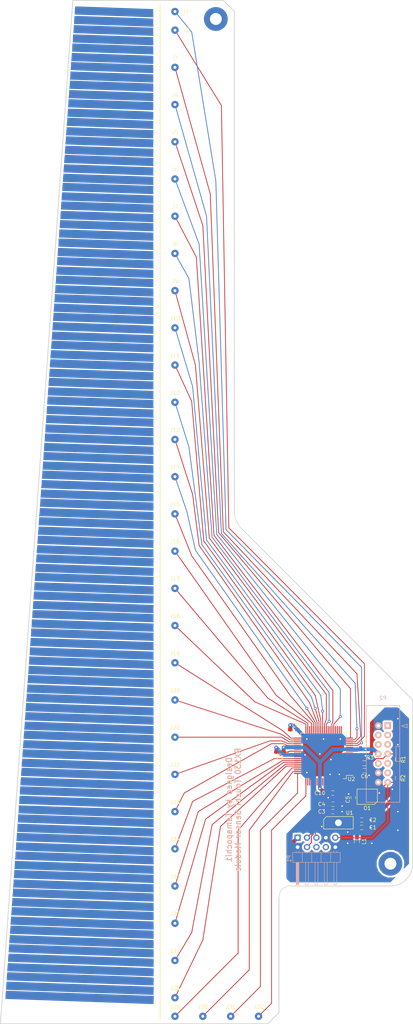
<source format=kicad_pcb>
(kicad_pcb (version 20171130) (host pcbnew "(5.0.0)")

  (general
    (thickness 1.6)
    (drawings 46)
    (tracks 371)
    (zones 0)
    (modules 54)
    (nets 46)
  )

  (page A3 portrait)
  (layers
    (0 F.Cu signal)
    (31 B.Cu signal)
    (32 B.Adhes user)
    (33 F.Adhes user)
    (34 B.Paste user)
    (35 F.Paste user)
    (36 B.SilkS user)
    (37 F.SilkS user)
    (38 B.Mask user)
    (39 F.Mask user)
    (40 Dwgs.User user)
    (41 Cmts.User user)
    (42 Eco1.User user)
    (43 Eco2.User user)
    (44 Edge.Cuts user)
    (45 Margin user)
    (46 B.CrtYd user)
    (47 F.CrtYd user)
    (48 B.Fab user hide)
    (49 F.Fab user hide)
  )

  (setup
    (last_trace_width 0.25)
    (user_trace_width 0.2)
    (user_trace_width 0.4)
    (user_trace_width 1)
    (trace_clearance 0.2)
    (zone_clearance 0.508)
    (zone_45_only no)
    (trace_min 0.2)
    (segment_width 0.2)
    (edge_width 0.15)
    (via_size 0.8)
    (via_drill 0.4)
    (via_min_size 0.4)
    (via_min_drill 0.3)
    (uvia_size 0.3)
    (uvia_drill 0.1)
    (uvias_allowed no)
    (uvia_min_size 0.2)
    (uvia_min_drill 0.1)
    (pcb_text_width 0.3)
    (pcb_text_size 1.5 1.5)
    (mod_edge_width 0.15)
    (mod_text_size 1 1)
    (mod_text_width 0.15)
    (pad_size 1.524 1.524)
    (pad_drill 0.762)
    (pad_to_mask_clearance 0.2)
    (aux_axis_origin 0 0)
    (visible_elements 7FFFFFFF)
    (pcbplotparams
      (layerselection 0x010f0_ffffffff)
      (usegerberextensions true)
      (usegerberattributes false)
      (usegerberadvancedattributes false)
      (creategerberjobfile false)
      (excludeedgelayer true)
      (linewidth 0.100000)
      (plotframeref false)
      (viasonmask false)
      (mode 1)
      (useauxorigin false)
      (hpglpennumber 1)
      (hpglpenspeed 20)
      (hpglpendiameter 15.000000)
      (psnegative false)
      (psa4output false)
      (plotreference true)
      (plotvalue true)
      (plotinvisibletext false)
      (padsonsilk false)
      (subtractmaskfromsilk false)
      (outputformat 1)
      (mirror false)
      (drillshape 0)
      (scaleselection 1)
      (outputdirectory "TouchSensor_gerber/"))
  )

  (net 0 "")
  (net 1 "Net-(C1-Pad2)")
  (net 2 GND)
  (net 3 +3V3)
  (net 4 "Net-(C6-Pad1)")
  (net 5 "Net-(C7-Pad2)")
  (net 6 "Net-(J1-Pad1)")
  (net 7 "Net-(J2-Pad1)")
  (net 8 "Net-(J3-Pad1)")
  (net 9 "Net-(J4-Pad1)")
  (net 10 "Net-(J5-Pad1)")
  (net 11 "Net-(J6-Pad1)")
  (net 12 "Net-(J7-Pad1)")
  (net 13 "Net-(J8-Pad1)")
  (net 14 "Net-(J9-Pad1)")
  (net 15 "Net-(J10-Pad1)")
  (net 16 "Net-(J11-Pad1)")
  (net 17 "Net-(J12-Pad1)")
  (net 18 "Net-(J13-Pad1)")
  (net 19 "Net-(J14-Pad1)")
  (net 20 "Net-(J15-Pad1)")
  (net 21 "Net-(J16-Pad1)")
  (net 22 "Net-(J17-Pad1)")
  (net 23 "Net-(J18-Pad1)")
  (net 24 "Net-(J19-Pad1)")
  (net 25 "Net-(J20-Pad1)")
  (net 26 "Net-(J21-Pad1)")
  (net 27 "Net-(J22-Pad1)")
  (net 28 "Net-(J23-Pad1)")
  (net 29 "Net-(J24-Pad1)")
  (net 30 "Net-(J25-Pad1)")
  (net 31 "Net-(J26-Pad1)")
  (net 32 "Net-(J27-Pad1)")
  (net 33 "Net-(J28-Pad1)")
  (net 34 "Net-(J29-Pad1)")
  (net 35 "Net-(J30-Pad1)")
  (net 36 "Net-(J31-Pad1)")
  (net 37 "Net-(J32-Pad1)")
  (net 38 +5V)
  (net 39 /CLK8)
  (net 40 /RES#)
  (net 41 "Net-(P1-Pad5)")
  (net 42 "Net-(P1-Pad4)")
  (net 43 "Net-(P1-Pad3)")
  (net 44 /FINED)
  (net 45 "Net-(R3-Pad1)")

  (net_class Default "This is the default net class."
    (clearance 0.2)
    (trace_width 0.25)
    (via_dia 0.8)
    (via_drill 0.4)
    (uvia_dia 0.3)
    (uvia_drill 0.1)
    (add_net +3V3)
    (add_net +5V)
    (add_net /CLK8)
    (add_net /FINED)
    (add_net /RES#)
    (add_net GND)
    (add_net "Net-(C1-Pad2)")
    (add_net "Net-(C6-Pad1)")
    (add_net "Net-(C7-Pad2)")
    (add_net "Net-(J1-Pad1)")
    (add_net "Net-(J10-Pad1)")
    (add_net "Net-(J11-Pad1)")
    (add_net "Net-(J12-Pad1)")
    (add_net "Net-(J13-Pad1)")
    (add_net "Net-(J14-Pad1)")
    (add_net "Net-(J15-Pad1)")
    (add_net "Net-(J16-Pad1)")
    (add_net "Net-(J17-Pad1)")
    (add_net "Net-(J18-Pad1)")
    (add_net "Net-(J19-Pad1)")
    (add_net "Net-(J2-Pad1)")
    (add_net "Net-(J20-Pad1)")
    (add_net "Net-(J21-Pad1)")
    (add_net "Net-(J22-Pad1)")
    (add_net "Net-(J23-Pad1)")
    (add_net "Net-(J24-Pad1)")
    (add_net "Net-(J25-Pad1)")
    (add_net "Net-(J26-Pad1)")
    (add_net "Net-(J27-Pad1)")
    (add_net "Net-(J28-Pad1)")
    (add_net "Net-(J29-Pad1)")
    (add_net "Net-(J3-Pad1)")
    (add_net "Net-(J30-Pad1)")
    (add_net "Net-(J31-Pad1)")
    (add_net "Net-(J32-Pad1)")
    (add_net "Net-(J4-Pad1)")
    (add_net "Net-(J5-Pad1)")
    (add_net "Net-(J6-Pad1)")
    (add_net "Net-(J7-Pad1)")
    (add_net "Net-(J8-Pad1)")
    (add_net "Net-(J9-Pad1)")
    (add_net "Net-(P1-Pad3)")
    (add_net "Net-(P1-Pad4)")
    (add_net "Net-(P1-Pad5)")
    (add_net "Net-(R3-Pad1)")
  )

  (module Mounting_Holes:MountingHole_3.2mm_M3_Pad (layer F.Cu) (tedit 5B77BCAD) (tstamp 5B77BD11)
    (at 111 52)
    (descr "Mounting Hole 3.2mm, M3")
    (tags "mounting hole 3.2mm m3")
    (attr virtual)
    (fp_text reference REF** (at 0 -4.2) (layer F.SilkS) hide
      (effects (font (size 1 1) (thickness 0.15)))
    )
    (fp_text value MountingHole_3.2mm_M3_Pad (at 0 4.2) (layer F.Fab)
      (effects (font (size 1 1) (thickness 0.15)))
    )
    (fp_circle (center 0 0) (end 3.45 0) (layer F.CrtYd) (width 0.05))
    (fp_circle (center 0 0) (end 3.2 0) (layer Cmts.User) (width 0.15))
    (fp_text user %R (at 0.3 0) (layer F.Fab)
      (effects (font (size 1 1) (thickness 0.15)))
    )
    (pad 1 thru_hole circle (at 0 0) (size 6.4 6.4) (drill 3.2) (layers *.Cu *.Mask))
  )

  (module KiCad_Footprints:electrode (layer B.Cu) (tedit 0) (tstamp 5B771D74)
    (at 78.999974 182.501477 358)
    (fp_text reference G*** (at 0 0 358) (layer B.Cu) hide
      (effects (font (size 1.524 1.524) (thickness 0.3)) (justify mirror))
    )
    (fp_text value LOGO (at 0.75 0 358) (layer B.Cu) hide
      (effects (font (size 1.524 1.524) (thickness 0.3)) (justify mirror))
    )
    (fp_poly (pts (xy 10.498667 -133.151108) (xy 10.50636 -132.82933) (xy 10.526486 -132.428094) (xy 10.553424 -132.050441)
      (xy 10.608181 -131.402667) (xy -10.583333 -131.402667) (xy -10.583333 -132.23875) (xy -10.577994 -132.630342)
      (xy -10.563675 -132.98613) (xy -10.542922 -133.253148) (xy -10.530416 -133.339417) (xy -10.4775 -133.604)
      (xy 10.498667 -133.604) (xy 10.498667 -133.151108)) (layer B.Cu) (width 0.01))
    (fp_poly (pts (xy 10.583334 -130.73834) (xy 10.589431 -130.503867) (xy 10.605679 -130.161933) (xy 10.629011 -129.773894)
      (xy 10.638345 -129.637674) (xy 10.693357 -128.862667) (xy -10.668 -128.862667) (xy -10.668 -129.829409)
      (xy -10.663668 -130.228098) (xy -10.651918 -130.572144) (xy -10.634618 -130.821526) (xy -10.616608 -130.930075)
      (xy -10.597567 -130.9499) (xy -10.550718 -130.967687) (xy -10.467433 -130.983546) (xy -10.339085 -130.997585)
      (xy -10.157048 -131.009913) (xy -9.912693 -131.020639) (xy -9.597396 -131.029872) (xy -9.202527 -131.037719)
      (xy -8.719462 -131.044291) (xy -8.139571 -131.049696) (xy -7.454229 -131.054042) (xy -6.654808 -131.057438)
      (xy -5.732682 -131.059993) (xy -4.679224 -131.061816) (xy -3.485805 -131.063015) (xy -2.143801 -131.0637)
      (xy -0.644583 -131.063978) (xy 0.009059 -131.064) (xy 10.583334 -131.064) (xy 10.583334 -130.73834)) (layer B.Cu) (width 0.01))
    (fp_poly (pts (xy 10.668438 -128.333826) (xy 10.674223 -128.12835) (xy 10.689357 -127.808112) (xy 10.711131 -127.427256)
      (xy 10.723541 -127.232833) (xy 10.778206 -126.407333) (xy -10.757726 -126.407333) (xy -10.734029 -127.486833)
      (xy -10.710333 -128.566333) (xy -0.021166 -128.587826) (xy 10.668 -128.609318) (xy 10.668438 -128.333826)) (layer B.Cu) (width 0.01))
    (fp_poly (pts (xy 10.782322 -125.29366) (xy 10.807419 -124.903993) (xy 10.826513 -124.538817) (xy 10.836536 -124.259488)
      (xy 10.837334 -124.192993) (xy 10.837334 -123.867333) (xy -10.837333 -123.867333) (xy -10.837333 -126.068667)
      (xy 10.72731 -126.068667) (xy 10.782322 -125.29366)) (layer B.Cu) (width 0.01))
    (fp_poly (pts (xy 10.86661 -122.914833) (xy 10.893108 -122.524211) (xy 10.912616 -122.141122) (xy 10.921348 -121.841476)
      (xy 10.921493 -121.814167) (xy 10.922 -121.412) (xy -10.922 -121.412) (xy -10.922 -123.613333)
      (xy 10.812235 -123.613333) (xy 10.86661 -122.914833)) (layer B.Cu) (width 0.01))
    (fp_poly (pts (xy 10.951488 -120.501833) (xy 10.981396 -120.097627) (xy 11.001258 -119.661908) (xy 11.006065 -119.401167)
      (xy 11.006667 -118.872) (xy -0.021166 -118.871852) (xy -11.049 -118.871704) (xy -11.023126 -119.972519)
      (xy -10.997253 -121.073333) (xy 10.897514 -121.073333) (xy 10.951488 -120.501833)) (layer B.Cu) (width 0.01))
    (fp_poly (pts (xy 11.036939 -118.09758) (xy 11.066763 -117.7166) (xy 11.08652 -117.280923) (xy 11.091334 -116.996914)
      (xy 11.091334 -116.416667) (xy -0.051392 -116.416667) (xy -1.658559 -116.416797) (xy -3.104721 -116.417255)
      (xy -4.398207 -116.418141) (xy -5.547344 -116.419556) (xy -6.560461 -116.4216) (xy -7.445886 -116.424374)
      (xy -8.211947 -116.427979) (xy -8.866973 -116.432514) (xy -9.419291 -116.438081) (xy -9.87723 -116.44478)
      (xy -10.249119 -116.452712) (xy -10.543284 -116.461977) (xy -10.768056 -116.472676) (xy -10.931761 -116.484909)
      (xy -11.042728 -116.498777) (xy -11.109286 -116.514381) (xy -11.139762 -116.53182) (xy -11.142725 -116.550592)
      (xy -11.122131 -116.685749) (xy -11.105469 -116.950206) (xy -11.094609 -117.30394) (xy -11.091333 -117.651258)
      (xy -11.091333 -118.618) (xy 10.982544 -118.618) (xy 11.036939 -118.09758)) (layer B.Cu) (width 0.01))
    (fp_poly (pts (xy 11.121138 -115.6335) (xy 11.14828 -115.317393) (xy 11.167753 -114.919198) (xy 11.175264 -114.532833)
      (xy 11.176 -113.876667) (xy -11.281833 -113.876667) (xy -11.228916 -114.14125) (xy -11.205822 -114.341079)
      (xy -11.187835 -114.657256) (xy -11.177502 -115.036815) (xy -11.176 -115.241917) (xy -11.176 -116.078)
      (xy 11.067747 -116.078) (xy 11.121138 -115.6335)) (layer B.Cu) (width 0.01))
    (fp_poly (pts (xy 11.206825 -113.22985) (xy 11.232828 -112.951542) (xy 11.251934 -112.578174) (xy 11.260512 -112.183988)
      (xy 11.260667 -112.129183) (xy 11.260667 -111.421333) (xy -11.367489 -111.421333) (xy -11.31501 -111.738833)
      (xy -11.291085 -111.96884) (xy -11.272639 -112.307822) (xy -11.262597 -112.695443) (xy -11.261598 -112.8395)
      (xy -11.260666 -113.622667) (xy 11.152984 -113.622667) (xy 11.206825 -113.22985)) (layer B.Cu) (width 0.01))
    (fp_poly (pts (xy 11.292417 -110.818083) (xy 11.315512 -110.618255) (xy 11.333498 -110.302078) (xy 11.343831 -109.922519)
      (xy 11.345334 -109.717417) (xy 11.345334 -108.881333) (xy -11.453016 -108.881333) (xy -11.399175 -109.274151)
      (xy -11.373172 -109.552459) (xy -11.354066 -109.925827) (xy -11.345488 -110.320013) (xy -11.345333 -110.374817)
      (xy -11.345333 -111.082667) (xy 11.2395 -111.082667) (xy 11.292417 -110.818083)) (layer B.Cu) (width 0.01))
    (fp_poly (pts (xy 11.377084 -108.36275) (xy 11.400178 -108.162921) (xy 11.418165 -107.846744) (xy 11.428498 -107.467185)
      (xy 11.43 -107.262083) (xy 11.43 -106.426) (xy -11.538253 -106.426) (xy -11.484862 -106.8705)
      (xy -11.45772 -107.186608) (xy -11.438247 -107.584803) (xy -11.430736 -107.971167) (xy -11.43 -108.627333)
      (xy 11.324167 -108.627333) (xy 11.377084 -108.36275)) (layer B.Cu) (width 0.01))
    (fp_poly (pts (xy 1.581602 -106.087201) (xy 3.053547 -106.086741) (xy 4.372728 -106.085856) (xy 5.547428 -106.08445)
      (xy 6.585933 -106.082426) (xy 7.496526 -106.079689) (xy 8.287492 -106.076142) (xy 8.967116 -106.071688)
      (xy 9.543681 -106.066231) (xy 10.025472 -106.059676) (xy 10.420774 -106.051924) (xy 10.73787 -106.042881)
      (xy 10.985045 -106.03245) (xy 11.170584 -106.020534) (xy 11.30277 -106.007037) (xy 11.389888 -105.991863)
      (xy 11.440223 -105.974915) (xy 11.462059 -105.956097) (xy 11.463275 -105.953409) (xy 11.483869 -105.818251)
      (xy 11.500531 -105.553794) (xy 11.511391 -105.200061) (xy 11.514667 -104.852742) (xy 11.514667 -103.886)
      (xy -11.62382 -103.886) (xy -11.569845 -104.4575) (xy -11.539937 -104.861707) (xy -11.520075 -105.297426)
      (xy -11.515268 -105.558167) (xy -11.514666 -106.087333) (xy -0.051392 -106.087333) (xy 1.581602 -106.087201)) (layer B.Cu) (width 0.01))
    (fp_poly (pts (xy -0.021166 -103.611135) (xy 11.557 -103.589667) (xy 11.580696 -102.510167) (xy 11.604393 -101.430667)
      (xy -11.708847 -101.430667) (xy -11.65409 -102.078441) (xy -11.626188 -102.472208) (xy -11.606463 -102.872144)
      (xy -11.599333 -103.179409) (xy -11.599333 -103.632603) (xy -0.021166 -103.611135)) (layer B.Cu) (width 0.01))
    (fp_poly (pts (xy 11.684 -98.890667) (xy -11.794023 -98.890667) (xy -11.739011 -99.665674) (xy -11.713914 -100.055341)
      (xy -11.694821 -100.420516) (xy -11.684798 -100.699846) (xy -11.684 -100.76634) (xy -11.684 -101.092)
      (xy 11.684 -101.092) (xy 11.684 -98.890667)) (layer B.Cu) (width 0.01))
    (fp_poly (pts (xy 11.768667 -96.435333) (xy -11.87869 -96.435333) (xy -11.823678 -97.21034) (xy -11.798581 -97.600007)
      (xy -11.779487 -97.965183) (xy -11.769464 -98.244512) (xy -11.768666 -98.311007) (xy -11.768666 -98.636667)
      (xy 11.768667 -98.636667) (xy 11.768667 -96.435333)) (layer B.Cu) (width 0.01))
    (fp_poly (pts (xy 11.853334 -93.895333) (xy -11.938 -93.895333) (xy -11.938 -94.220993) (xy -11.931902 -94.455466)
      (xy -11.915654 -94.7974) (xy -11.892322 -95.18544) (xy -11.882988 -95.32166) (xy -11.827977 -96.096667)
      (xy 11.853334 -96.096667) (xy 11.853334 -93.895333)) (layer B.Cu) (width 0.01))
    (fp_poly (pts (xy 11.95446 -92.540519) (xy 11.980334 -91.439704) (xy -12.022666 -91.44) (xy -12.022159 -91.842167)
      (xy -12.015009 -92.126351) (xy -11.99662 -92.50329) (xy -11.970775 -92.897073) (xy -11.967277 -92.942833)
      (xy -11.912902 -93.641333) (xy 11.928586 -93.641333) (xy 11.95446 -92.540519)) (layer B.Cu) (width 0.01))
    (fp_poly (pts (xy 12.023823 -90.191167) (xy 12.028936 -89.796095) (xy 12.04183 -89.448217) (xy 12.060375 -89.192434)
      (xy 12.076031 -89.0905) (xy 12.127083 -88.9) (xy -12.107333 -88.9) (xy -12.106731 -89.429167)
      (xy -12.097361 -89.817084) (xy -12.07387 -90.255681) (xy -12.052155 -90.529833) (xy -11.99818 -91.101333)
      (xy 12.022667 -91.101333) (xy 12.023823 -90.191167)) (layer B.Cu) (width 0.01))
    (fp_poly (pts (xy 12.108265 -87.778167) (xy 12.114443 -87.387847) (xy 12.130113 -87.023778) (xy 12.152347 -86.746299)
      (xy 12.161677 -86.6775) (xy 12.214156 -86.36) (xy -12.192 -86.36) (xy -12.191264 -87.016167)
      (xy -12.183488 -87.410125) (xy -12.163834 -87.807593) (xy -12.137137 -88.116833) (xy -12.083747 -88.561333)
      (xy 12.107334 -88.561333) (xy 12.108265 -87.778167)) (layer B.Cu) (width 0.01))
    (fp_poly (pts (xy 12.192932 -85.322833) (xy 12.19911 -84.932513) (xy 12.21478 -84.568445) (xy 12.237013 -84.290966)
      (xy 12.246343 -84.222167) (xy 12.298823 -83.904667) (xy -12.276666 -83.904667) (xy -12.275931 -84.560833)
      (xy -12.268155 -84.954791) (xy -12.2485 -85.352259) (xy -12.221804 -85.6615) (xy -12.168413 -86.106)
      (xy 12.192 -86.106) (xy 12.192932 -85.322833)) (layer B.Cu) (width 0.01))
    (fp_poly (pts (xy 12.277403 -82.909833) (xy 12.285179 -82.515876) (xy 12.304833 -82.118408) (xy 12.331529 -81.809167)
      (xy 12.38492 -81.364667) (xy -12.361333 -81.364667) (xy -12.360401 -82.147833) (xy -12.354223 -82.538154)
      (xy -12.338554 -82.902222) (xy -12.31632 -83.179701) (xy -12.30699 -83.2485) (xy -12.254511 -83.566)
      (xy 12.276667 -83.566) (xy 12.277403 -82.909833)) (layer B.Cu) (width 0.01))
    (fp_poly (pts (xy 12.361334 -80.53042) (xy 12.370299 -80.126498) (xy 12.393421 -79.694522) (xy 12.415728 -79.429753)
      (xy 12.470123 -78.909333) (xy -12.446 -78.909333) (xy -12.446 -79.745417) (xy -12.440661 -80.137009)
      (xy -12.426342 -80.492797) (xy -12.405589 -80.759815) (xy -12.393083 -80.846083) (xy -12.340166 -81.110667)
      (xy 12.361334 -81.110667) (xy 12.361334 -80.53042)) (layer B.Cu) (width 0.01))
    (fp_poly (pts (xy 12.446602 -78.0415) (xy 12.455972 -77.653583) (xy 12.479463 -77.214986) (xy 12.501179 -76.940833)
      (xy 12.555153 -76.369333) (xy -12.530666 -76.369333) (xy -12.530666 -77.336075) (xy -12.526334 -77.734764)
      (xy -12.514584 -78.078811) (xy -12.497284 -78.328192) (xy -12.479275 -78.436742) (xy -12.461054 -78.455093)
      (xy -12.415864 -78.471704) (xy -12.335751 -78.486662) (xy -12.212764 -78.500052) (xy -12.038951 -78.511958)
      (xy -11.806359 -78.522466) (xy -11.507035 -78.531662) (xy -11.133029 -78.53963) (xy -10.676387 -78.546456)
      (xy -10.129157 -78.552226) (xy -9.483388 -78.557023) (xy -8.731126 -78.560935) (xy -7.86442 -78.564046)
      (xy -6.875317 -78.566441) (xy -5.755865 -78.568206) (xy -4.498113 -78.569425) (xy -3.094107 -78.570185)
      (xy -1.535895 -78.57057) (xy 0.009059 -78.570667) (xy 12.446 -78.570667) (xy 12.446602 -78.0415)) (layer B.Cu) (width 0.01))
    (fp_poly (pts (xy 12.530667 -75.66272) (xy 12.538361 -75.340778) (xy 12.558489 -74.939418) (xy 12.585424 -74.561774)
      (xy 12.640181 -73.914) (xy -12.620392 -73.914) (xy -12.573 -76.073) (xy -0.021166 -76.094445)
      (xy 12.530667 -76.11589) (xy 12.530667 -75.66272)) (layer B.Cu) (width 0.01))
    (fp_poly (pts (xy 12.615334 -73.249674) (xy 12.621431 -73.015201) (xy 12.637679 -72.673267) (xy 12.661011 -72.285227)
      (xy 12.670345 -72.149007) (xy 12.725357 -71.374) (xy -12.7 -71.374) (xy -12.7 -73.575333)
      (xy 12.615334 -73.575333) (xy 12.615334 -73.249674)) (layer B.Cu) (width 0.01))
    (fp_poly (pts (xy 12.7 -70.79434) (xy 12.706098 -70.559867) (xy 12.722346 -70.217933) (xy 12.745678 -69.829894)
      (xy 12.755012 -69.693674) (xy 12.810023 -68.918667) (xy -12.784666 -68.918667) (xy -12.784666 -71.12)
      (xy 12.7 -71.12) (xy 12.7 -70.79434)) (layer B.Cu) (width 0.01))
    (fp_poly (pts (xy 12.814322 -67.804993) (xy 12.839419 -67.415326) (xy 12.858513 -67.050151) (xy 12.868536 -66.770821)
      (xy 12.869334 -66.704327) (xy 12.869334 -66.378667) (xy -0.021166 -66.378519) (xy -12.911666 -66.37837)
      (xy -12.885793 -67.479185) (xy -12.859919 -68.58) (xy 12.75931 -68.58) (xy 12.814322 -67.804993)) (layer B.Cu) (width 0.01))
    (fp_poly (pts (xy 12.89861 -65.426167) (xy 12.925108 -65.035544) (xy 12.944616 -64.652455) (xy 12.953348 -64.35281)
      (xy 12.953493 -64.3255) (xy 12.954 -63.923333) (xy -0.051392 -63.923333) (xy -1.794261 -63.923443)
      (xy -3.375513 -63.923827) (xy -4.802865 -63.924563) (xy -6.084033 -63.925732) (xy -7.226733 -63.927413)
      (xy -8.238682 -63.929687) (xy -9.127595 -63.932632) (xy -9.901191 -63.93633) (xy -10.567184 -63.940859)
      (xy -11.133292 -63.946299) (xy -11.60723 -63.952731) (xy -11.996715 -63.960233) (xy -12.309464 -63.968886)
      (xy -12.553192 -63.97877) (xy -12.735617 -63.989964) (xy -12.864454 -64.002548) (xy -12.94742 -64.016602)
      (xy -12.992232 -64.032205) (xy -13.006605 -64.049438) (xy -13.005392 -64.057258) (xy -12.984797 -64.192416)
      (xy -12.968136 -64.456873) (xy -12.957275 -64.810606) (xy -12.954 -65.157925) (xy -12.954 -66.124667)
      (xy 12.844235 -66.124667) (xy 12.89861 -65.426167)) (layer B.Cu) (width 0.01))
    (fp_poly (pts (xy 12.98391 -62.936893) (xy 13.011811 -62.543193) (xy 13.031535 -62.143388) (xy 13.038667 -61.836226)
      (xy 13.038667 -61.383333) (xy -13.1445 -61.383333) (xy -13.091583 -61.647917) (xy -13.068488 -61.847746)
      (xy -13.050502 -62.163923) (xy -13.040169 -62.543482) (xy -13.038666 -62.748583) (xy -13.038666 -63.584667)
      (xy 12.929153 -63.584667) (xy 12.98391 -62.936893)) (layer B.Cu) (width 0.01))
    (fp_poly (pts (xy 13.068155 -60.557833) (xy 13.098063 -60.153627) (xy 13.117925 -59.717908) (xy 13.122732 -59.457167)
      (xy 13.123334 -58.928) (xy -13.229166 -58.928) (xy -13.17625 -59.192583) (xy -13.153155 -59.392412)
      (xy -13.135168 -59.708589) (xy -13.124836 -60.088148) (xy -13.123333 -60.29325) (xy -13.123333 -61.129333)
      (xy 13.01418 -61.129333) (xy 13.068155 -60.557833)) (layer B.Cu) (width 0.01))
    (fp_poly (pts (xy 13.153138 -58.144833) (xy 13.18028 -57.828726) (xy 13.199753 -57.430531) (xy 13.207264 -57.044167)
      (xy 13.208 -56.388) (xy -13.315683 -56.388) (xy -13.261841 -56.780817) (xy -13.235839 -57.059125)
      (xy -13.216733 -57.432493) (xy -13.208154 -57.826679) (xy -13.208 -57.881484) (xy -13.208 -58.589333)
      (xy 13.099747 -58.589333) (xy 13.153138 -58.144833)) (layer B.Cu) (width 0.01))
    (fp_poly (pts (xy 13.238825 -55.741183) (xy 13.264828 -55.462875) (xy 13.283934 -55.089507) (xy 13.292512 -54.695321)
      (xy 13.292667 -54.640516) (xy 13.292667 -53.932667) (xy -13.40092 -53.932667) (xy -13.347529 -54.377167)
      (xy -13.320387 -54.693274) (xy -13.300913 -55.091469) (xy -13.293402 -55.477833) (xy -13.292666 -56.134)
      (xy 13.184984 -56.134) (xy 13.238825 -55.741183)) (layer B.Cu) (width 0.01))
    (fp_poly (pts (xy 13.32299 -53.2765) (xy 13.346915 -53.046494) (xy 13.365361 -52.707512) (xy 13.375403 -52.319891)
      (xy 13.376402 -52.175833) (xy 13.377334 -51.392667) (xy -13.486486 -51.392667) (xy -13.432512 -51.964167)
      (xy -13.402604 -52.368373) (xy -13.382742 -52.804093) (xy -13.377935 -53.064833) (xy -13.377333 -53.594)
      (xy 13.270511 -53.594) (xy 13.32299 -53.2765)) (layer B.Cu) (width 0.01))
    (fp_poly (pts (xy 13.409084 -50.874083) (xy 13.432178 -50.674255) (xy 13.450165 -50.358078) (xy 13.460498 -49.978519)
      (xy 13.462 -49.773417) (xy 13.462 -48.937333) (xy -13.571514 -48.937333) (xy -13.516757 -49.585108)
      (xy -13.488856 -49.978807) (xy -13.469131 -50.378612) (xy -13.462 -50.685774) (xy -13.462 -51.138667)
      (xy 13.356167 -51.138667) (xy 13.409084 -50.874083)) (layer B.Cu) (width 0.01))
    (fp_poly (pts (xy 1.727082 -48.598557) (xy 3.343855 -48.598177) (xy 4.806561 -48.597452) (xy 6.122833 -48.596307)
      (xy 7.300303 -48.594665) (xy 8.346604 -48.592451) (xy 9.26937 -48.58959) (xy 10.076234 -48.586006)
      (xy 10.774827 -48.581625) (xy 11.372784 -48.57637) (xy 11.877737 -48.570165) (xy 12.297319 -48.562937)
      (xy 12.639164 -48.554608) (xy 12.910903 -48.545104) (xy 13.120171 -48.534349) (xy 13.274599 -48.522268)
      (xy 13.381821 -48.508785) (xy 13.44947 -48.493825) (xy 13.485178 -48.477312) (xy 13.495275 -48.464742)
      (xy 13.515869 -48.329584) (xy 13.532531 -48.065127) (xy 13.543391 -47.711394) (xy 13.546667 -47.364075)
      (xy 13.546667 -46.397333) (xy -13.656431 -46.397333) (xy -13.602056 -47.095833) (xy -13.575558 -47.486456)
      (xy -13.556051 -47.869545) (xy -13.547319 -48.169191) (xy -13.547174 -48.1965) (xy -13.546666 -48.598667)
      (xy -0.051392 -48.598667) (xy 1.727082 -48.598557)) (layer B.Cu) (width 0.01))
    (fp_poly (pts (xy -0.021166 -46.037757) (xy 13.589 -46.016333) (xy 13.612696 -44.936833) (xy 13.636393 -43.857333)
      (xy -13.741539 -43.857333) (xy -13.686874 -44.682833) (xy -13.662815 -45.073654) (xy -13.644053 -45.430664)
      (xy -13.633298 -45.699725) (xy -13.631771 -45.783757) (xy -13.631333 -46.059181) (xy -0.021166 -46.037757)) (layer B.Cu) (width 0.01))
    (fp_poly (pts (xy 13.716 -41.402) (xy -13.800666 -41.402) (xy -13.800666 -41.72766) (xy -13.794569 -41.962133)
      (xy -13.778321 -42.304067) (xy -13.754989 -42.692106) (xy -13.745655 -42.828327) (xy -13.690643 -43.603333)
      (xy 13.716 -43.603333) (xy 13.716 -41.402)) (layer B.Cu) (width 0.01))
    (fp_poly (pts (xy 13.800667 -38.862) (xy -13.885333 -38.862) (xy -13.885333 -39.314893) (xy -13.87764 -39.636671)
      (xy -13.857514 -40.037906) (xy -13.830576 -40.415559) (xy -13.775819 -41.063333) (xy 13.800667 -41.063333)
      (xy 13.800667 -38.862)) (layer B.Cu) (width 0.01))
    (fp_poly (pts (xy 13.885334 -36.406667) (xy -13.97 -36.406667) (xy -13.969398 -36.935833) (xy -13.960028 -37.323751)
      (xy -13.936537 -37.762348) (xy -13.914821 -38.0365) (xy -13.860847 -38.608) (xy 13.885334 -38.608)
      (xy 13.885334 -36.406667)) (layer B.Cu) (width 0.01))
    (fp_poly (pts (xy 13.97 -35.101258) (xy 13.974332 -34.702569) (xy 13.986082 -34.358523) (xy 14.003382 -34.109141)
      (xy 14.021392 -34.000592) (xy 14.01742 -33.983301) (xy 13.986676 -33.967552) (xy 13.921735 -33.953272)
      (xy 13.815176 -33.940392) (xy 13.659572 -33.928839) (xy 13.447502 -33.918544) (xy 13.171542 -33.909435)
      (xy 12.824267 -33.901441) (xy 12.398254 -33.894491) (xy 11.88608 -33.888514) (xy 11.280321 -33.88344)
      (xy 10.573552 -33.879197) (xy 9.758352 -33.875715) (xy 8.827295 -33.872922) (xy 7.772958 -33.870748)
      (xy 6.587919 -33.869121) (xy 5.264752 -33.867971) (xy 3.796034 -33.867226) (xy 2.174342 -33.866817)
      (xy 0.392252 -33.866671) (xy 0.009059 -33.866667) (xy -14.054666 -33.866667) (xy -14.054666 -34.446914)
      (xy -14.045701 -34.850835) (xy -14.022579 -35.282812) (xy -14.000272 -35.54758) (xy -13.945877 -36.068)
      (xy 13.97 -36.068) (xy 13.97 -35.101258)) (layer B.Cu) (width 0.01))
    (fp_poly (pts (xy 14.054667 -32.645925) (xy 14.058999 -32.247236) (xy 14.070749 -31.90319) (xy 14.088049 -31.653808)
      (xy 14.106059 -31.545258) (xy 14.102073 -31.528017) (xy 14.071345 -31.512308) (xy 14.006472 -31.498061)
      (xy 13.900053 -31.485205) (xy 13.744686 -31.47367) (xy 13.532969 -31.463385) (xy 13.257502 -31.454281)
      (xy 12.910881 -31.446287) (xy 12.485707 -31.439332) (xy 11.974576 -31.433347) (xy 11.370087 -31.428261)
      (xy 10.664839 -31.424003) (xy 9.85143 -31.420504) (xy 8.922458 -31.417693) (xy 7.870523 -31.4155)
      (xy 6.688221 -31.413854) (xy 5.368151 -31.412686) (xy 3.902913 -31.411924) (xy 2.285103 -31.411499)
      (xy 0.507321 -31.41134) (xy 0.009059 -31.411333) (xy -14.139333 -31.411333) (xy -14.138597 -32.0675)
      (xy -14.130821 -32.461458) (xy -14.111167 -32.858926) (xy -14.084471 -33.168167) (xy -14.03108 -33.612667)
      (xy 14.054667 -33.612667) (xy 14.054667 -32.645925)) (layer B.Cu) (width 0.01))
    (fp_poly (pts (xy 14.139334 -30.236583) (xy 14.144672 -29.844992) (xy 14.158992 -29.489204) (xy 14.179745 -29.222185)
      (xy 14.19225 -29.135917) (xy 14.245167 -28.871333) (xy -14.224 -28.871333) (xy -14.223068 -29.6545)
      (xy -14.21689 -30.04482) (xy -14.20122 -30.408889) (xy -14.178987 -30.686368) (xy -14.169657 -30.755167)
      (xy -14.117177 -31.072667) (xy 14.139334 -31.072667) (xy 14.139334 -30.236583)) (layer B.Cu) (width 0.01))
    (fp_poly (pts (xy 14.224932 -27.834167) (xy 14.23111 -27.443847) (xy 14.24678 -27.079778) (xy 14.269013 -26.802299)
      (xy 14.278343 -26.7335) (xy 14.330823 -26.416) (xy -14.308666 -26.416) (xy -14.308666 -27.252083)
      (xy -14.303328 -27.643675) (xy -14.289008 -27.999463) (xy -14.268255 -28.266482) (xy -14.25575 -28.35275)
      (xy -14.202833 -28.617333) (xy 14.224 -28.617333) (xy 14.224932 -27.834167)) (layer B.Cu) (width 0.01))
    (fp_poly (pts (xy 14.309403 -25.421167) (xy 14.317179 -25.027209) (xy 14.336833 -24.629741) (xy 14.363529 -24.3205)
      (xy 14.41692 -23.876) (xy -14.393333 -23.876) (xy -14.393333 -24.842742) (xy -14.389001 -25.241431)
      (xy -14.377251 -25.585477) (xy -14.359951 -25.834859) (xy -14.341941 -25.943409) (xy -14.324369 -25.960576)
      (xy -14.280486 -25.976225) (xy -14.202876 -25.990427) (xy -14.084125 -26.003249) (xy -13.916819 -26.014762)
      (xy -13.693543 -26.025034) (xy -13.406883 -26.034134) (xy -13.049425 -26.042133) (xy -12.613754 -26.049098)
      (xy -12.092455 -26.055099) (xy -11.478114 -26.060206) (xy -10.763318 -26.064488) (xy -9.94065 -26.068013)
      (xy -9.002697 -26.070851) (xy -7.942044 -26.073071) (xy -6.751278 -26.074743) (xy -5.422982 -26.075935)
      (xy -3.949744 -26.076716) (xy -2.324148 -26.077157) (xy -0.53878 -26.077326) (xy 0.009059 -26.077333)
      (xy 14.308667 -26.077333) (xy 14.309403 -25.421167)) (layer B.Cu) (width 0.01))
    (fp_poly (pts (xy 14.394069 -22.966077) (xy 14.401842 -22.572085) (xy 14.421489 -22.174602) (xy 14.448196 -21.865167)
      (xy 14.501587 -21.420667) (xy -14.483059 -21.420667) (xy -14.459363 -22.500167) (xy -14.435666 -23.579667)
      (xy 14.393334 -23.622487) (xy 14.394069 -22.966077)) (layer B.Cu) (width 0.01))
    (fp_poly (pts (xy 14.478602 -20.552833) (xy 14.487972 -20.164916) (xy 14.511463 -19.726319) (xy 14.533179 -19.452167)
      (xy 14.587153 -18.880667) (xy -14.562666 -18.880667) (xy -14.562666 -21.082) (xy 14.478 -21.082)
      (xy 14.478602 -20.552833)) (layer B.Cu) (width 0.01))
    (fp_poly (pts (xy 14.562667 -18.173774) (xy 14.57036 -17.851996) (xy 14.590486 -17.450761) (xy 14.617424 -17.073108)
      (xy 14.672181 -16.425333) (xy -14.647333 -16.425333) (xy -14.647333 -18.626667) (xy 14.562667 -18.626667)
      (xy 14.562667 -18.173774)) (layer B.Cu) (width 0.01))
    (fp_poly (pts (xy 14.647841 -15.6845) (xy 14.654991 -15.400316) (xy 14.67338 -15.023377) (xy 14.699225 -14.629594)
      (xy 14.702723 -14.583833) (xy 14.757098 -13.885333) (xy -0.008617 -13.885185) (xy -14.774333 -13.885037)
      (xy -14.74846 -14.985852) (xy -14.722586 -16.086667) (xy 14.647334 -16.086667) (xy 14.647841 -15.6845)) (layer B.Cu) (width 0.01))
    (fp_poly (pts (xy 14.732 -13.305674) (xy 14.738098 -13.071201) (xy 14.754346 -12.729267) (xy 14.777678 -12.341227)
      (xy 14.787012 -12.205007) (xy 14.842023 -11.43) (xy -0.038713 -11.43) (xy -1.908713 -11.430095)
      (xy -3.616599 -11.430424) (xy -5.169589 -11.431051) (xy -6.574904 -11.432042) (xy -7.839762 -11.433462)
      (xy -8.971382 -11.435376) (xy -9.976984 -11.43785) (xy -10.863787 -11.440948) (xy -11.639009 -11.444736)
      (xy -12.30987 -11.449279) (xy -12.883589 -11.454643) (xy -13.367386 -11.460892) (xy -13.768478 -11.468091)
      (xy -14.094086 -11.476307) (xy -14.351428 -11.485603) (xy -14.547724 -11.496045) (xy -14.690193 -11.507699)
      (xy -14.786054 -11.52063) (xy -14.842525 -11.534902) (xy -14.866827 -11.550581) (xy -14.868058 -11.563925)
      (xy -14.847464 -11.699083) (xy -14.830803 -11.96354) (xy -14.819942 -12.317273) (xy -14.816666 -12.664592)
      (xy -14.816666 -13.631333) (xy 14.732 -13.631333) (xy 14.732 -13.305674)) (layer B.Cu) (width 0.01))
    (fp_poly (pts (xy 14.846322 -10.316327) (xy 14.871419 -9.92666) (xy 14.890513 -9.561484) (xy 14.900536 -9.282155)
      (xy 14.901334 -9.21566) (xy 14.901334 -8.89) (xy -15.005749 -8.89) (xy -14.954697 -9.0805)
      (xy -14.933402 -9.242174) (xy -14.916225 -9.528269) (xy -14.905295 -9.893886) (xy -14.902489 -10.181167)
      (xy -14.901333 -11.091333) (xy 14.79131 -11.091333) (xy 14.846322 -10.316327)) (layer B.Cu) (width 0.01))
    (fp_poly (pts (xy 14.930989 -7.860993) (xy 14.956086 -7.471326) (xy 14.975179 -7.106151) (xy 14.985202 -6.826821)
      (xy 14.986 -6.760327) (xy 14.986 -6.434667) (xy -15.091833 -6.434667) (xy -15.038916 -6.69925)
      (xy -15.015822 -6.899079) (xy -14.997835 -7.215256) (xy -14.987502 -7.594815) (xy -14.986 -7.799917)
      (xy -14.986 -8.636) (xy 14.875977 -8.636) (xy 14.930989 -7.860993)) (layer B.Cu) (width 0.01))
    (fp_poly (pts (xy 15.01591 -5.448226) (xy 15.043811 -5.054527) (xy 15.063535 -4.654722) (xy 15.070667 -4.347559)
      (xy 15.070667 -3.894667) (xy -15.17835 -3.894667) (xy -15.124508 -4.287484) (xy -15.098506 -4.565792)
      (xy -15.0794 -4.93916) (xy -15.070821 -5.333346) (xy -15.070666 -5.388151) (xy -15.070666 -6.096)
      (xy 14.961153 -6.096) (xy 15.01591 -5.448226)) (layer B.Cu) (width 0.01))
    (fp_poly (pts (xy 15.100939 -3.03558) (xy 15.130763 -2.6546) (xy 15.15052 -2.218923) (xy 15.155334 -1.934914)
      (xy 15.155334 -1.354667) (xy -15.264122 -1.354667) (xy -15.209728 -1.875087) (xy -15.179904 -2.256067)
      (xy -15.160146 -2.691744) (xy -15.155333 -2.975753) (xy -15.155333 -3.556) (xy 15.046544 -3.556)
      (xy 15.100939 -3.03558)) (layer B.Cu) (width 0.01))
    (fp_poly (pts (xy 15.185606 -0.580247) (xy 15.21543 -0.199267) (xy 15.235187 0.23641) (xy 15.24 0.52042)
      (xy 15.24 1.100667) (xy -15.349153 1.100667) (xy -15.295178 0.529167) (xy -15.265271 0.12496)
      (xy -15.245409 -0.310759) (xy -15.240602 -0.5715) (xy -15.24 -1.100667) (xy 15.131211 -1.100667)
      (xy 15.185606 -0.580247)) (layer B.Cu) (width 0.01))
    (fp_poly (pts (xy 15.270825 1.83215) (xy 15.296828 2.110458) (xy 15.315934 2.483826) (xy 15.324512 2.878012)
      (xy 15.324667 2.932817) (xy 15.324667 3.640667) (xy -15.434431 3.640667) (xy -15.380056 2.942167)
      (xy -15.353558 2.551544) (xy -15.334051 2.168455) (xy -15.325319 1.868809) (xy -15.325174 1.8415)
      (xy -15.324666 1.439333) (xy 15.216984 1.439333) (xy 15.270825 1.83215)) (layer B.Cu) (width 0.01))
    (fp_poly (pts (xy 15.35499 4.212167) (xy 15.378915 4.442173) (xy 15.397361 4.781155) (xy 15.407403 5.168776)
      (xy 15.408402 5.312833) (xy 15.409334 6.096) (xy -15.519098 6.096) (xy -15.464723 5.3975)
      (xy -15.438225 5.006877) (xy -15.418717 4.623788) (xy -15.409985 4.324143) (xy -15.409841 4.296833)
      (xy -15.409333 3.894667) (xy 15.302511 3.894667) (xy 15.35499 4.212167)) (layer B.Cu) (width 0.01))
    (fp_poly (pts (xy 15.440636 6.625167) (xy 15.461931 6.78684) (xy 15.479108 7.072935) (xy 15.490038 7.438553)
      (xy 15.492844 7.725833) (xy 15.494 8.636) (xy -15.604206 8.636) (xy -15.549541 7.8105)
      (xy -15.525482 7.41972) (xy -15.506721 7.062791) (xy -15.495966 6.79383) (xy -15.494438 6.709833)
      (xy -15.494 6.434667) (xy 15.389584 6.434667) (xy 15.440636 6.625167)) (layer B.Cu) (width 0.01))
    (fp_poly (pts (xy 15.525303 9.0805) (xy 15.546598 9.242173) (xy 15.563775 9.528268) (xy 15.574705 9.893886)
      (xy 15.577511 10.181167) (xy 15.578667 11.091333) (xy -15.663333 11.091333) (xy -15.663333 10.765673)
      (xy -15.657236 10.5312) (xy -15.640988 10.189266) (xy -15.617656 9.801227) (xy -15.608322 9.665007)
      (xy -15.55331 8.89) (xy 15.474251 8.89) (xy 15.525303 9.0805)) (layer B.Cu) (width 0.01))
    (fp_poly (pts (xy -0.008724 11.450942) (xy 15.621 11.472333) (xy 15.644696 12.551833) (xy 15.668393 13.631333)
      (xy -15.748 13.631333) (xy -15.748 13.178441) (xy -15.740307 12.856708) (xy -15.720181 12.455482)
      (xy -15.693224 12.07755) (xy -15.638448 11.429552) (xy -0.008724 11.450942)) (layer B.Cu) (width 0.01))
    (fp_poly (pts (xy 15.748 16.086667) (xy -15.832666 16.086667) (xy -15.832666 15.633774) (xy -15.824973 15.311996)
      (xy -15.804847 14.910761) (xy -15.77791 14.533107) (xy -15.723153 13.885333) (xy 15.748 13.885333)
      (xy 15.748 16.086667)) (layer B.Cu) (width 0.01))
    (fp_poly (pts (xy 15.832667 18.626667) (xy -15.917333 18.626667) (xy -15.917333 18.04642) (xy -15.908368 17.642498)
      (xy -15.885246 17.210521) (xy -15.862939 16.945753) (xy -15.808544 16.425333) (xy 15.832667 16.425333)
      (xy 15.832667 18.626667)) (layer B.Cu) (width 0.01))
    (fp_poly (pts (xy 15.917334 21.082) (xy -16.002 21.082) (xy -16.001264 20.425833) (xy -15.993488 20.031875)
      (xy -15.973834 19.634407) (xy -15.947137 19.325167) (xy -15.893747 18.880667) (xy 15.917334 18.880667)
      (xy 15.917334 21.082)) (layer B.Cu) (width 0.01))
    (fp_poly (pts (xy 16.01846 22.521481) (xy 16.044334 23.622296) (xy -16.086666 23.622) (xy -16.085735 22.838833)
      (xy -16.079557 22.448513) (xy -16.063887 22.084444) (xy -16.041653 21.806965) (xy -16.032323 21.738167)
      (xy -15.979844 21.420667) (xy 15.992586 21.420667) (xy 16.01846 22.521481)) (layer B.Cu) (width 0.01))
    (fp_poly (pts (xy 16.086667 24.842742) (xy 16.090999 25.241431) (xy 16.102749 25.585477) (xy 16.120049 25.834859)
      (xy 16.138059 25.943408) (xy 16.13378 25.959577) (xy 16.103389 25.974403) (xy 16.039959 25.987942)
      (xy 15.936563 26.000253) (xy 15.786276 26.011393) (xy 15.582173 26.021419) (xy 15.317326 26.030389)
      (xy 14.98481 26.038361) (xy 14.5777 26.045392) (xy 14.089068 26.051539) (xy 13.51199 26.05686)
      (xy 12.839538 26.061413) (xy 12.064788 26.065255) (xy 11.180813 26.068443) (xy 10.180687 26.071035)
      (xy 9.057485 26.073089) (xy 7.804279 26.074662) (xy 6.414145 26.075812) (xy 4.880156 26.076595)
      (xy 3.195387 26.07707) (xy 1.352911 26.077295) (xy 0.009059 26.077333) (xy -16.171333 26.077333)
      (xy -16.171333 25.24125) (xy -16.165994 24.849658) (xy -16.151675 24.49387) (xy -16.130922 24.226852)
      (xy -16.118416 24.140583) (xy -16.0655 23.876) (xy 16.086667 23.876) (xy 16.086667 24.842742)) (layer B.Cu) (width 0.01))
    (fp_poly (pts (xy 16.171334 27.252083) (xy 16.176672 27.643675) (xy 16.190992 27.999463) (xy 16.211745 28.266481)
      (xy 16.22425 28.35275) (xy 16.277167 28.617333) (xy -16.256 28.617333) (xy -16.256 27.650591)
      (xy -16.251668 27.251902) (xy -16.239918 26.907856) (xy -16.222618 26.658474) (xy -16.204608 26.549925)
      (xy -16.187565 26.533736) (xy -16.144744 26.518893) (xy -16.069172 26.505339) (xy -15.953877 26.493015)
      (xy -15.791884 26.481865) (xy -15.576222 26.471831) (xy -15.299917 26.462854) (xy -14.955998 26.454878)
      (xy -14.53749 26.447845) (xy -14.037422 26.441698) (xy -13.44882 26.436378) (xy -12.764712 26.431828)
      (xy -11.978124 26.42799) (xy -11.082085 26.424808) (xy -10.06962 26.422223) (xy -8.933758 26.420177)
      (xy -7.667526 26.418614) (xy -6.26395 26.417475) (xy -4.716058 26.416703) (xy -3.016877 26.41624)
      (xy -1.159435 26.416029) (xy 0.009059 26.416) (xy 16.171334 26.416) (xy 16.171334 27.252083)) (layer B.Cu) (width 0.01))
    (fp_poly (pts (xy 16.256932 29.6545) (xy 16.26311 30.04482) (xy 16.27878 30.408889) (xy 16.301013 30.686368)
      (xy 16.310343 30.755167) (xy 16.362823 31.072667) (xy -16.340666 31.072667) (xy -16.340666 30.105925)
      (xy -16.336334 29.707236) (xy -16.324584 29.363189) (xy -16.307284 29.113808) (xy -16.289275 29.005258)
      (xy -16.272254 28.98911) (xy -16.229477 28.974301) (xy -16.153988 28.960774) (xy -16.038835 28.948471)
      (xy -15.877061 28.937337) (xy -15.661713 28.927313) (xy -15.385835 28.918343) (xy -15.042474 28.910369)
      (xy -14.624674 28.903334) (xy -14.125482 28.897181) (xy -13.537942 28.891853) (xy -12.8551 28.887293)
      (xy -12.070001 28.883443) (xy -11.175692 28.880247) (xy -10.165216 28.877647) (xy -9.03162 28.875586)
      (xy -7.76795 28.874007) (xy -6.367249 28.872853) (xy -4.822565 28.872067) (xy -3.126942 28.871591)
      (xy -1.273426 28.871369) (xy 0.009059 28.871333) (xy 16.256 28.871333) (xy 16.256932 29.6545)) (layer B.Cu) (width 0.01))
    (fp_poly (pts (xy 16.340667 32.119183) (xy 16.347406 32.510201) (xy 16.365203 32.891231) (xy 16.390425 33.188031)
      (xy 16.394508 33.219849) (xy 16.44835 33.612667) (xy -16.425333 33.612667) (xy -16.425333 31.411333)
      (xy 16.340667 31.411333) (xy 16.340667 32.119183)) (layer B.Cu) (width 0.01))
    (fp_poly (pts (xy 16.426069 34.522833) (xy 16.433845 34.916791) (xy 16.4535 35.314259) (xy 16.480196 35.6235)
      (xy 16.533587 36.068) (xy -16.51 36.068) (xy -16.51 33.866667) (xy 16.425334 33.866667)
      (xy 16.426069 34.522833)) (layer B.Cu) (width 0.01))
    (fp_poly (pts (xy 16.510602 36.935833) (xy 16.519972 37.32375) (xy 16.543463 37.762348) (xy 16.565179 38.0365)
      (xy 16.619153 38.608) (xy -0.008923 38.608148) (xy -16.637 38.608296) (xy -16.611126 37.507481)
      (xy -16.585253 36.406667) (xy 16.51 36.406667) (xy 16.510602 36.935833)) (layer B.Cu) (width 0.01))
    (fp_poly (pts (xy 16.594667 39.399559) (xy 16.60236 39.721337) (xy 16.622486 40.122572) (xy 16.649424 40.500226)
      (xy 16.704181 41.148) (xy -0.038968 41.148) (xy -2.02752 41.147916) (xy -3.853549 41.147629)
      (xy -5.523864 41.147083) (xy -7.045275 41.146225) (xy -8.424591 41.144999) (xy -9.668622 41.14335)
      (xy -10.784177 41.141225) (xy -11.778067 41.138569) (xy -12.657101 41.135326) (xy -13.428089 41.131442)
      (xy -14.09784 41.126863) (xy -14.673164 41.121534) (xy -15.160871 41.115401) (xy -15.567769 41.108408)
      (xy -15.90067 41.100501) (xy -16.166383 41.091625) (xy -16.371716 41.081727) (xy -16.523481 41.07075)
      (xy -16.628486 41.058641) (xy -16.693542 41.045345) (xy -16.725457 41.030807) (xy -16.731042 41.014973)
      (xy -16.730725 41.014075) (xy -16.710131 40.878917) (xy -16.693469 40.61446) (xy -16.682609 40.260727)
      (xy -16.679333 39.913408) (xy -16.679333 38.946667) (xy 16.594667 38.946667) (xy 16.594667 39.399559)) (layer B.Cu) (width 0.01))
    (fp_poly (pts (xy 16.679841 41.804167) (xy 16.686991 42.088351) (xy 16.70538 42.46529) (xy 16.731225 42.859073)
      (xy 16.734723 42.904833) (xy 16.789098 43.603333) (xy -16.868416 43.603333) (xy -16.817364 43.412833)
      (xy -16.796069 43.25116) (xy -16.778892 42.965065) (xy -16.767962 42.599447) (xy -16.765156 42.312167)
      (xy -16.764 41.402) (xy 16.679334 41.402) (xy 16.679841 41.804167)) (layer B.Cu) (width 0.01))
    (fp_poly (pts (xy 16.764438 44.217167) (xy 16.770222 44.422487) (xy 16.785356 44.742592) (xy 16.807128 45.123363)
      (xy 16.819541 45.317833) (xy 16.874206 46.143333) (xy -16.955489 46.143333) (xy -16.90301 45.825833)
      (xy -16.879085 45.595827) (xy -16.860639 45.256845) (xy -16.850597 44.869224) (xy -16.849598 44.725167)
      (xy -16.848666 43.942) (xy 16.764 43.942) (xy 16.764438 44.217167)) (layer B.Cu) (width 0.01))
    (fp_poly (pts (xy 16.849105 46.6725) (xy 16.854889 46.87782) (xy 16.870022 47.197925) (xy 16.891795 47.578697)
      (xy 16.904208 47.773167) (xy 16.958873 48.598667) (xy -17.041016 48.598667) (xy -16.987175 48.205849)
      (xy -16.961172 47.927541) (xy -16.942066 47.554173) (xy -16.933488 47.159987) (xy -16.933333 47.105183)
      (xy -16.933333 46.397333) (xy 16.848667 46.397333) (xy 16.849105 46.6725)) (layer B.Cu) (width 0.01))
    (fp_poly (pts (xy 16.96261 49.635833) (xy 16.989108 50.026456) (xy 17.008616 50.409545) (xy 17.017348 50.70919)
      (xy 17.017493 50.7365) (xy 17.018 51.138667) (xy -17.126789 51.138667) (xy -17.072394 50.618247)
      (xy -17.04257 50.237266) (xy -17.022813 49.80159) (xy -17.018 49.51758) (xy -17.018 48.937333)
      (xy 16.908235 48.937333) (xy 16.96261 49.635833)) (layer B.Cu) (width 0.01))
    (fp_poly (pts (xy 17.04791 52.040441) (xy 17.075811 52.43414) (xy 17.095535 52.833945) (xy 17.102667 53.141107)
      (xy 17.102667 53.594) (xy -17.21182 53.594) (xy -17.157845 53.0225) (xy -17.127937 52.618293)
      (xy -17.108075 52.182574) (xy -17.103268 51.921833) (xy -17.102666 51.392667) (xy 16.993153 51.392667)
      (xy 17.04791 52.040441)) (layer B.Cu) (width 0.01))
    (fp_poly (pts (xy 17.132155 54.504167) (xy 17.162063 54.908373) (xy 17.181925 55.344092) (xy 17.186732 55.604833)
      (xy 17.187334 56.134) (xy -17.296847 56.134) (xy -17.24209 55.486226) (xy -17.214189 55.092526)
      (xy -17.194465 54.692721) (xy -17.187333 54.385559) (xy -17.187333 53.932667) (xy 17.07818 53.932667)
      (xy 17.132155 54.504167)) (layer B.Cu) (width 0.01))
    (fp_poly (pts (xy 17.217606 56.90842) (xy 17.24743 57.2894) (xy 17.267187 57.725077) (xy 17.272 58.009086)
      (xy 17.272 58.589333) (xy -17.381765 58.589333) (xy -17.32739 57.890833) (xy -17.300892 57.500211)
      (xy -17.281384 57.117121) (xy -17.272652 56.817476) (xy -17.272507 56.790167) (xy -17.272 56.388)
      (xy 17.163211 56.388) (xy 17.217606 56.90842)) (layer B.Cu) (width 0.01))
    (fp_poly (pts (xy 17.302825 59.320817) (xy 17.328828 59.599125) (xy 17.347934 59.972493) (xy 17.356512 60.366679)
      (xy 17.356667 60.421484) (xy 17.356667 61.129333) (xy -17.466873 61.129333) (xy -17.412208 60.303833)
      (xy -17.388149 59.913053) (xy -17.369388 59.556124) (xy -17.358632 59.287163) (xy -17.357105 59.203167)
      (xy -17.356666 58.928) (xy 17.248984 58.928) (xy 17.302825 59.320817)) (layer B.Cu) (width 0.01))
    (fp_poly (pts (xy 17.38699 61.700833) (xy 17.410915 61.930839) (xy 17.429361 62.269822) (xy 17.439403 62.657442)
      (xy 17.440402 62.8015) (xy 17.441334 63.584667) (xy -17.526 63.584667) (xy -17.526 63.259007)
      (xy -17.519902 63.024534) (xy -17.503654 62.6826) (xy -17.480322 62.29456) (xy -17.470988 62.15834)
      (xy -17.415977 61.383333) (xy 17.334511 61.383333) (xy 17.38699 61.700833)) (layer B.Cu) (width 0.01))
    (fp_poly (pts (xy 17.473084 64.187917) (xy 17.496178 64.387745) (xy 17.514165 64.703922) (xy 17.524498 65.083481)
      (xy 17.526 65.288583) (xy 17.526 66.124667) (xy -17.610666 66.124667) (xy -17.610666 65.671774)
      (xy -17.602973 65.349996) (xy -17.582847 64.948761) (xy -17.55591 64.571107) (xy -17.501153 63.923333)
      (xy 17.420167 63.923333) (xy 17.473084 64.187917)) (layer B.Cu) (width 0.01))
    (fp_poly (pts (xy 17.557303 66.569167) (xy 17.578598 66.73084) (xy 17.595775 67.016935) (xy 17.606705 67.382553)
      (xy 17.609511 67.669833) (xy 17.610667 68.58) (xy -17.695333 68.58) (xy -17.695333 68.127107)
      (xy -17.68764 67.805329) (xy -17.667514 67.404094) (xy -17.640576 67.026441) (xy -17.585819 66.378667)
      (xy 17.506251 66.378667) (xy 17.557303 66.569167)) (layer B.Cu) (width 0.01))
    (fp_poly (pts (xy -0.009084 68.939634) (xy 17.653 68.961) (xy 17.676696 70.0405) (xy 17.700393 71.12)
      (xy -17.78 71.12) (xy -17.78 70.539753) (xy -17.77103 70.135778) (xy -17.747898 69.703699)
      (xy -17.725584 69.438888) (xy -17.671169 68.918269) (xy -0.009084 68.939634)) (layer B.Cu) (width 0.01))
    (fp_poly (pts (xy -0.00935 71.394969) (xy 17.737667 71.416333) (xy 17.785059 73.575333) (xy -17.864666 73.575333)
      (xy -17.863931 72.919167) (xy -17.856151 72.525165) (xy -17.836487 72.127612) (xy -17.809781 71.818302)
      (xy -17.756366 71.373604) (xy -0.00935 71.394969)) (layer B.Cu) (width 0.01))
    (fp_poly (pts (xy 17.864667 76.115333) (xy -17.949333 76.115333) (xy -17.948401 75.332167) (xy -17.942223 74.941846)
      (xy -17.926554 74.577778) (xy -17.90432 74.300299) (xy -17.89499 74.2315) (xy -17.842511 73.914)
      (xy 17.864667 73.914) (xy 17.864667 76.115333)) (layer B.Cu) (width 0.01))
    (fp_poly (pts (xy 17.949334 78.570667) (xy -18.034 78.570667) (xy -18.034 77.734583) (xy -18.028661 77.342991)
      (xy -18.014342 76.987203) (xy -17.993589 76.720185) (xy -17.981083 76.633917) (xy -17.928166 76.369333)
      (xy 17.949334 76.369333) (xy 17.949334 78.570667)) (layer B.Cu) (width 0.01))
    (fp_poly (pts (xy 18.076334 81.110963) (xy -18.118666 81.110667) (xy -18.11751 80.2005) (xy -18.112397 79.805428)
      (xy -18.099503 79.45755) (xy -18.080958 79.201767) (xy -18.065302 79.099833) (xy -18.01425 78.909333)
      (xy 18.024586 78.909333) (xy 18.076334 81.110963)) (layer B.Cu) (width 0.01))
    (fp_poly (pts (xy 18.119823 82.359306) (xy 18.124935 82.754416) (xy 18.137826 83.102331) (xy 18.156368 83.358158)
      (xy 18.172031 83.460167) (xy 18.223083 83.650667) (xy -18.208392 83.650667) (xy -18.161 81.491667)
      (xy -0.021166 81.470306) (xy 18.118667 81.448945) (xy 18.119823 82.359306)) (layer B.Cu) (width 0.01))
    (fp_poly (pts (xy 18.20449 84.814833) (xy 18.209603 85.209905) (xy 18.222497 85.557783) (xy 18.241042 85.813566)
      (xy 18.256698 85.9155) (xy 18.30775 86.106) (xy -18.288 86.106) (xy -18.288 83.904667)
      (xy 18.203334 83.904667) (xy 18.20449 84.814833)) (layer B.Cu) (width 0.01))
    (fp_poly (pts (xy 18.288932 87.227833) (xy 18.29511 87.618153) (xy 18.31078 87.982222) (xy 18.333013 88.259701)
      (xy 18.342343 88.3285) (xy 18.394823 88.646) (xy -18.372666 88.646) (xy -18.372666 86.444667)
      (xy 18.288 86.444667) (xy 18.288932 87.227833)) (layer B.Cu) (width 0.01))
    (fp_poly (pts (xy 18.372667 89.607849) (xy 18.379406 89.998867) (xy 18.397203 90.379897) (xy 18.422425 90.676698)
      (xy 18.426508 90.708516) (xy 18.48035 91.101333) (xy -0.009658 91.101481) (xy -18.499666 91.10163)
      (xy -18.473793 90.000815) (xy -18.447919 88.9) (xy 18.372667 88.9) (xy 18.372667 89.607849)) (layer B.Cu) (width 0.01))
    (fp_poly (pts (xy 18.457334 92.020247) (xy 18.466299 92.424168) (xy 18.489421 92.856145) (xy 18.511728 93.120913)
      (xy 18.566123 93.641333) (xy -0.03933 93.641333) (xy -2.140007 93.641259) (xy -4.077813 93.641003)
      (xy -5.859212 93.640521) (xy -7.490666 93.639766) (xy -8.978637 93.63869) (xy -10.32959 93.637246)
      (xy -11.549986 93.63539) (xy -12.646288 93.633073) (xy -13.62496 93.630249) (xy -14.492463 93.626871)
      (xy -15.255261 93.622894) (xy -15.919817 93.618269) (xy -16.492593 93.612951) (xy -16.980052 93.606892)
      (xy -17.388658 93.600047) (xy -17.724872 93.592369) (xy -17.995157 93.58381) (xy -18.205978 93.574324)
      (xy -18.363795 93.563865) (xy -18.475072 93.552386) (xy -18.546272 93.539841) (xy -18.583858 93.526182)
      (xy -18.594292 93.511362) (xy -18.593392 93.507408) (xy -18.572797 93.372251) (xy -18.556136 93.107794)
      (xy -18.545275 92.75406) (xy -18.542 92.406742) (xy -18.542 91.44) (xy 18.457334 91.44)
      (xy 18.457334 92.020247)) (layer B.Cu) (width 0.01))
    (fp_poly (pts (xy 18.542 94.47558) (xy 18.550966 94.879502) (xy 18.574088 95.311478) (xy 18.596395 95.576247)
      (xy 18.650789 96.096667) (xy -18.731083 96.096667) (xy -18.680031 95.906167) (xy -18.658736 95.744493)
      (xy -18.641558 95.458398) (xy -18.630628 95.09278) (xy -18.627823 94.8055) (xy -18.626666 93.895333)
      (xy 18.542 93.895333) (xy 18.542 94.47558)) (layer B.Cu) (width 0.01))
    (fp_poly (pts (xy 18.626667 96.888226) (xy 18.63436 97.210004) (xy 18.654486 97.611239) (xy 18.681424 97.988892)
      (xy 18.736181 98.636667) (xy -18.818156 98.636667) (xy -18.765676 98.319167) (xy -18.741752 98.08916)
      (xy -18.723305 97.750178) (xy -18.713264 97.362557) (xy -18.712265 97.2185) (xy -18.711333 96.435333)
      (xy 18.626667 96.435333) (xy 18.626667 96.888226)) (layer B.Cu) (width 0.01))
    (fp_poly (pts (xy 18.711841 99.292833) (xy 18.718991 99.577018) (xy 18.73738 99.953957) (xy 18.763225 100.34774)
      (xy 18.766723 100.3935) (xy 18.821098 101.092) (xy -18.903683 101.092) (xy -18.849841 100.699183)
      (xy -18.823839 100.420875) (xy -18.804733 100.047507) (xy -18.796154 99.653321) (xy -18.796 99.598516)
      (xy -18.796 98.890667) (xy 18.711334 98.890667) (xy 18.711841 99.292833)) (layer B.Cu) (width 0.01))
    (fp_poly (pts (xy 18.796 101.756326) (xy 18.802098 101.990799) (xy 18.818346 102.332733) (xy 18.841678 102.720773)
      (xy 18.851012 102.856993) (xy 18.906023 103.632) (xy -18.989456 103.632) (xy -18.935061 103.11158)
      (xy -18.905237 102.7306) (xy -18.88548 102.294923) (xy -18.880666 102.010913) (xy -18.880666 101.430667)
      (xy 18.796 101.430667) (xy 18.796 101.756326)) (layer B.Cu) (width 0.01))
    (fp_poly (pts (xy 18.909792 104.7115) (xy 18.933851 105.10228) (xy 18.952612 105.459209) (xy 18.963368 105.72817)
      (xy 18.964895 105.812167) (xy 18.965334 106.087333) (xy -19.074122 106.087333) (xy -19.019728 105.566913)
      (xy -18.989904 105.185933) (xy -18.970146 104.750256) (xy -18.965333 104.466247) (xy -18.965333 103.886)
      (xy 18.855127 103.886) (xy 18.909792 104.7115)) (layer B.Cu) (width 0.01))
    (fp_poly (pts (xy 18.99461 107.1245) (xy 19.021108 107.515122) (xy 19.040616 107.898212) (xy 19.049348 108.197857)
      (xy 19.049493 108.225167) (xy 19.05 108.627333) (xy -19.159514 108.627333) (xy -19.104757 107.979559)
      (xy -19.076856 107.58586) (xy -19.057131 107.186055) (xy -19.05 106.878892) (xy -19.05 106.426)
      (xy 18.940235 106.426) (xy 18.99461 107.1245)) (layer B.Cu) (width 0.01))
    (fp_poly (pts (xy 19.079277 109.579833) (xy 19.105775 109.970456) (xy 19.125283 110.353545) (xy 19.134015 110.65319)
      (xy 19.134159 110.6805) (xy 19.134667 111.082667) (xy -19.244431 111.082667) (xy -19.190056 110.384167)
      (xy -19.163558 109.993544) (xy -19.144051 109.610455) (xy -19.135319 109.310809) (xy -19.135174 109.2835)
      (xy -19.134666 108.881333) (xy 19.024902 108.881333) (xy 19.079277 109.579833)) (layer B.Cu) (width 0.01))
    (fp_poly (pts (xy 19.164155 111.992833) (xy 19.194063 112.39704) (xy 19.213925 112.832759) (xy 19.218732 113.0935)
      (xy 19.219334 113.622667) (xy -19.329539 113.622667) (xy -19.274874 112.797167) (xy -19.250816 112.406387)
      (xy -19.232054 112.049457) (xy -19.221299 111.780497) (xy -19.219771 111.6965) (xy -19.219333 111.421333)
      (xy 19.11018 111.421333) (xy 19.164155 111.992833)) (layer B.Cu) (width 0.01))
    (fp_poly (pts (xy 19.249606 114.397086) (xy 19.27943 114.778067) (xy 19.299187 115.213743) (xy 19.304 115.497753)
      (xy 19.304 116.078) (xy -19.388666 116.078) (xy -19.388666 115.75234) (xy -19.382569 115.517867)
      (xy -19.366321 115.175933) (xy -19.342989 114.787894) (xy -19.333655 114.651673) (xy -19.278643 113.876667)
      (xy 19.195211 113.876667) (xy 19.249606 114.397086)) (layer B.Cu) (width 0.01))
    (fp_poly (pts (xy 19.333804 116.861167) (xy 19.360947 117.177274) (xy 19.38042 117.575469) (xy 19.387931 117.961833)
      (xy 19.388667 118.618) (xy -19.473333 118.618) (xy -19.472826 118.215833) (xy -19.465676 117.931649)
      (xy -19.447286 117.55471) (xy -19.421442 117.160927) (xy -19.417943 117.115167) (xy -19.363568 116.416667)
      (xy 19.280414 116.416667) (xy 19.333804 116.861167)) (layer B.Cu) (width 0.01))
    (fp_poly (pts (xy 19.419492 119.264817) (xy 19.445494 119.543125) (xy 19.4646 119.916493) (xy 19.473179 120.310679)
      (xy 19.473334 120.365484) (xy 19.473334 121.073333) (xy -19.558 121.073333) (xy -19.558 120.620441)
      (xy -19.550307 120.298663) (xy -19.53018 119.897427) (xy -19.503243 119.519774) (xy -19.448486 118.872)
      (xy 19.36565 118.872) (xy 19.419492 119.264817)) (layer B.Cu) (width 0.01))
    (fp_poly (pts (xy 19.505084 121.676583) (xy 19.528178 121.876412) (xy 19.546165 122.192589) (xy 19.556498 122.572148)
      (xy 19.558 122.77725) (xy 19.558 123.613333) (xy -19.642666 123.613333) (xy -19.642666 123.033086)
      (xy -19.633701 122.629165) (xy -19.610579 122.197188) (xy -19.588272 121.93242) (xy -19.533877 121.412)
      (xy 19.452167 121.412) (xy 19.505084 121.676583)) (layer B.Cu) (width 0.01))
    (fp_poly (pts (xy 2.118488 123.952072) (xy 4.113859 123.952319) (xy 5.952564 123.952783) (xy 7.640937 123.953507)
      (xy 9.18531 123.954535) (xy 10.592017 123.95591) (xy 11.867392 123.957675) (xy 13.017769 123.959874)
      (xy 14.04948 123.962548) (xy 14.96886 123.965743) (xy 15.782241 123.9695) (xy 16.495958 123.973864)
      (xy 17.116344 123.978876) (xy 17.649732 123.984582) (xy 18.102456 123.991023) (xy 18.480849 123.998243)
      (xy 18.791246 124.006285) (xy 19.039978 124.015192) (xy 19.233381 124.025008) (xy 19.377787 124.035776)
      (xy 19.47953 124.047539) (xy 19.544944 124.06034) (xy 19.580361 124.074223) (xy 19.591275 124.085925)
      (xy 19.611869 124.221082) (xy 19.628531 124.485539) (xy 19.639391 124.839273) (xy 19.642667 125.186591)
      (xy 19.642667 126.153333) (xy -19.727333 126.153333) (xy -19.727333 125.445484) (xy -19.720594 125.054466)
      (xy -19.702797 124.673436) (xy -19.677575 124.376635) (xy -19.673492 124.344817) (xy -19.61965 123.952)
      (xy -0.039883 123.952) (xy 2.118488 123.952072)) (layer B.Cu) (width 0.01))
    (fp_poly (pts (xy 2.122916 126.407405) (xy 4.123131 126.407651) (xy 5.966653 126.408112) (xy 7.659801 126.408833)
      (xy 9.208895 126.409855) (xy 10.620254 126.411223) (xy 11.900199 126.412978) (xy 13.055048 126.415164)
      (xy 14.091123 126.417823) (xy 15.014742 126.421) (xy 15.832225 126.424735) (xy 16.549892 126.429073)
      (xy 17.174063 126.434057) (xy 17.711058 126.439729) (xy 18.167196 126.446131) (xy 18.548797 126.453309)
      (xy 18.862182 126.461303) (xy 19.113668 126.470157) (xy 19.309578 126.479914) (xy 19.456229 126.490617)
      (xy 19.559942 126.502309) (xy 19.627037 126.515032) (xy 19.663834 126.528831) (xy 19.675942 126.541258)
      (xy 19.696536 126.676416) (xy 19.713197 126.940873) (xy 19.724058 127.294606) (xy 19.727334 127.641925)
      (xy 19.727334 128.608667) (xy -19.812 128.608667) (xy -19.811068 127.8255) (xy -19.80489 127.43518)
      (xy -19.78922 127.071111) (xy -19.766987 126.793632) (xy -19.757657 126.724833) (xy -19.705177 126.407333)
      (xy -0.040314 126.407333) (xy 2.122916 126.407405)) (layer B.Cu) (width 0.01))
    (fp_poly (pts (xy 19.812 131.148667) (xy -19.896666 131.148667) (xy -19.896666 130.312583) (xy -19.891328 129.920991)
      (xy -19.877008 129.565203) (xy -19.856255 129.298185) (xy -19.84375 129.211917) (xy -19.790833 128.947333)
      (xy 19.812 128.947333) (xy 19.812 131.148667)) (layer B.Cu) (width 0.01))
    (fp_poly (pts (xy 19.896667 133.604) (xy -19.981333 133.604) (xy -19.980177 132.693833) (xy -19.975064 132.298761)
      (xy -19.96217 131.950884) (xy -19.943625 131.6951) (xy -19.927969 131.593167) (xy -19.876917 131.402667)
      (xy 19.896667 131.402667) (xy 19.896667 133.604)) (layer B.Cu) (width 0.01))
  )

  (module Pin_Headers:Pin_Header_Angled_2x05_Pitch2.54mm (layer B.Cu) (tedit 59650532) (tstamp 5B7545AC)
    (at 133 272 270)
    (descr "Through hole angled pin header, 2x05, 2.54mm pitch, 6mm pin length, double rows")
    (tags "Through hole angled pin header THT 2x05 2.54mm double row")
    (path /5B4F8FCB)
    (fp_text reference P1 (at 5.655 2.27 270) (layer B.SilkS)
      (effects (font (size 1 1) (thickness 0.15)) (justify mirror))
    )
    (fp_text value Conn_Universal (at 5.655 -12.43 270) (layer B.Fab)
      (effects (font (size 1 1) (thickness 0.15)) (justify mirror))
    )
    (fp_text user %R (at 5.31 -5.08 180) (layer B.Fab)
      (effects (font (size 1 1) (thickness 0.15)) (justify mirror))
    )
    (fp_line (start 13.1 1.8) (end -1.8 1.8) (layer B.CrtYd) (width 0.05))
    (fp_line (start 13.1 -11.95) (end 13.1 1.8) (layer B.CrtYd) (width 0.05))
    (fp_line (start -1.8 -11.95) (end 13.1 -11.95) (layer B.CrtYd) (width 0.05))
    (fp_line (start -1.8 1.8) (end -1.8 -11.95) (layer B.CrtYd) (width 0.05))
    (fp_line (start -1.27 1.27) (end 0 1.27) (layer B.SilkS) (width 0.12))
    (fp_line (start -1.27 0) (end -1.27 1.27) (layer B.SilkS) (width 0.12))
    (fp_line (start 1.042929 -10.54) (end 1.497071 -10.54) (layer B.SilkS) (width 0.12))
    (fp_line (start 1.042929 -9.78) (end 1.497071 -9.78) (layer B.SilkS) (width 0.12))
    (fp_line (start 3.582929 -10.54) (end 3.98 -10.54) (layer B.SilkS) (width 0.12))
    (fp_line (start 3.582929 -9.78) (end 3.98 -9.78) (layer B.SilkS) (width 0.12))
    (fp_line (start 12.64 -10.54) (end 6.64 -10.54) (layer B.SilkS) (width 0.12))
    (fp_line (start 12.64 -9.78) (end 12.64 -10.54) (layer B.SilkS) (width 0.12))
    (fp_line (start 6.64 -9.78) (end 12.64 -9.78) (layer B.SilkS) (width 0.12))
    (fp_line (start 3.98 -8.89) (end 6.64 -8.89) (layer B.SilkS) (width 0.12))
    (fp_line (start 1.042929 -8) (end 1.497071 -8) (layer B.SilkS) (width 0.12))
    (fp_line (start 1.042929 -7.24) (end 1.497071 -7.24) (layer B.SilkS) (width 0.12))
    (fp_line (start 3.582929 -8) (end 3.98 -8) (layer B.SilkS) (width 0.12))
    (fp_line (start 3.582929 -7.24) (end 3.98 -7.24) (layer B.SilkS) (width 0.12))
    (fp_line (start 12.64 -8) (end 6.64 -8) (layer B.SilkS) (width 0.12))
    (fp_line (start 12.64 -7.24) (end 12.64 -8) (layer B.SilkS) (width 0.12))
    (fp_line (start 6.64 -7.24) (end 12.64 -7.24) (layer B.SilkS) (width 0.12))
    (fp_line (start 3.98 -6.35) (end 6.64 -6.35) (layer B.SilkS) (width 0.12))
    (fp_line (start 1.042929 -5.46) (end 1.497071 -5.46) (layer B.SilkS) (width 0.12))
    (fp_line (start 1.042929 -4.7) (end 1.497071 -4.7) (layer B.SilkS) (width 0.12))
    (fp_line (start 3.582929 -5.46) (end 3.98 -5.46) (layer B.SilkS) (width 0.12))
    (fp_line (start 3.582929 -4.7) (end 3.98 -4.7) (layer B.SilkS) (width 0.12))
    (fp_line (start 12.64 -5.46) (end 6.64 -5.46) (layer B.SilkS) (width 0.12))
    (fp_line (start 12.64 -4.7) (end 12.64 -5.46) (layer B.SilkS) (width 0.12))
    (fp_line (start 6.64 -4.7) (end 12.64 -4.7) (layer B.SilkS) (width 0.12))
    (fp_line (start 3.98 -3.81) (end 6.64 -3.81) (layer B.SilkS) (width 0.12))
    (fp_line (start 1.042929 -2.92) (end 1.497071 -2.92) (layer B.SilkS) (width 0.12))
    (fp_line (start 1.042929 -2.16) (end 1.497071 -2.16) (layer B.SilkS) (width 0.12))
    (fp_line (start 3.582929 -2.92) (end 3.98 -2.92) (layer B.SilkS) (width 0.12))
    (fp_line (start 3.582929 -2.16) (end 3.98 -2.16) (layer B.SilkS) (width 0.12))
    (fp_line (start 12.64 -2.92) (end 6.64 -2.92) (layer B.SilkS) (width 0.12))
    (fp_line (start 12.64 -2.16) (end 12.64 -2.92) (layer B.SilkS) (width 0.12))
    (fp_line (start 6.64 -2.16) (end 12.64 -2.16) (layer B.SilkS) (width 0.12))
    (fp_line (start 3.98 -1.27) (end 6.64 -1.27) (layer B.SilkS) (width 0.12))
    (fp_line (start 1.11 -0.38) (end 1.497071 -0.38) (layer B.SilkS) (width 0.12))
    (fp_line (start 1.11 0.38) (end 1.497071 0.38) (layer B.SilkS) (width 0.12))
    (fp_line (start 3.582929 -0.38) (end 3.98 -0.38) (layer B.SilkS) (width 0.12))
    (fp_line (start 3.582929 0.38) (end 3.98 0.38) (layer B.SilkS) (width 0.12))
    (fp_line (start 6.64 -0.28) (end 12.64 -0.28) (layer B.SilkS) (width 0.12))
    (fp_line (start 6.64 -0.16) (end 12.64 -0.16) (layer B.SilkS) (width 0.12))
    (fp_line (start 6.64 -0.04) (end 12.64 -0.04) (layer B.SilkS) (width 0.12))
    (fp_line (start 6.64 0.08) (end 12.64 0.08) (layer B.SilkS) (width 0.12))
    (fp_line (start 6.64 0.2) (end 12.64 0.2) (layer B.SilkS) (width 0.12))
    (fp_line (start 6.64 0.32) (end 12.64 0.32) (layer B.SilkS) (width 0.12))
    (fp_line (start 12.64 -0.38) (end 6.64 -0.38) (layer B.SilkS) (width 0.12))
    (fp_line (start 12.64 0.38) (end 12.64 -0.38) (layer B.SilkS) (width 0.12))
    (fp_line (start 6.64 0.38) (end 12.64 0.38) (layer B.SilkS) (width 0.12))
    (fp_line (start 6.64 1.33) (end 3.98 1.33) (layer B.SilkS) (width 0.12))
    (fp_line (start 6.64 -11.49) (end 6.64 1.33) (layer B.SilkS) (width 0.12))
    (fp_line (start 3.98 -11.49) (end 6.64 -11.49) (layer B.SilkS) (width 0.12))
    (fp_line (start 3.98 1.33) (end 3.98 -11.49) (layer B.SilkS) (width 0.12))
    (fp_line (start 6.58 -10.48) (end 12.58 -10.48) (layer B.Fab) (width 0.1))
    (fp_line (start 12.58 -9.84) (end 12.58 -10.48) (layer B.Fab) (width 0.1))
    (fp_line (start 6.58 -9.84) (end 12.58 -9.84) (layer B.Fab) (width 0.1))
    (fp_line (start -0.32 -10.48) (end 4.04 -10.48) (layer B.Fab) (width 0.1))
    (fp_line (start -0.32 -9.84) (end -0.32 -10.48) (layer B.Fab) (width 0.1))
    (fp_line (start -0.32 -9.84) (end 4.04 -9.84) (layer B.Fab) (width 0.1))
    (fp_line (start 6.58 -7.94) (end 12.58 -7.94) (layer B.Fab) (width 0.1))
    (fp_line (start 12.58 -7.3) (end 12.58 -7.94) (layer B.Fab) (width 0.1))
    (fp_line (start 6.58 -7.3) (end 12.58 -7.3) (layer B.Fab) (width 0.1))
    (fp_line (start -0.32 -7.94) (end 4.04 -7.94) (layer B.Fab) (width 0.1))
    (fp_line (start -0.32 -7.3) (end -0.32 -7.94) (layer B.Fab) (width 0.1))
    (fp_line (start -0.32 -7.3) (end 4.04 -7.3) (layer B.Fab) (width 0.1))
    (fp_line (start 6.58 -5.4) (end 12.58 -5.4) (layer B.Fab) (width 0.1))
    (fp_line (start 12.58 -4.76) (end 12.58 -5.4) (layer B.Fab) (width 0.1))
    (fp_line (start 6.58 -4.76) (end 12.58 -4.76) (layer B.Fab) (width 0.1))
    (fp_line (start -0.32 -5.4) (end 4.04 -5.4) (layer B.Fab) (width 0.1))
    (fp_line (start -0.32 -4.76) (end -0.32 -5.4) (layer B.Fab) (width 0.1))
    (fp_line (start -0.32 -4.76) (end 4.04 -4.76) (layer B.Fab) (width 0.1))
    (fp_line (start 6.58 -2.86) (end 12.58 -2.86) (layer B.Fab) (width 0.1))
    (fp_line (start 12.58 -2.22) (end 12.58 -2.86) (layer B.Fab) (width 0.1))
    (fp_line (start 6.58 -2.22) (end 12.58 -2.22) (layer B.Fab) (width 0.1))
    (fp_line (start -0.32 -2.86) (end 4.04 -2.86) (layer B.Fab) (width 0.1))
    (fp_line (start -0.32 -2.22) (end -0.32 -2.86) (layer B.Fab) (width 0.1))
    (fp_line (start -0.32 -2.22) (end 4.04 -2.22) (layer B.Fab) (width 0.1))
    (fp_line (start 6.58 -0.32) (end 12.58 -0.32) (layer B.Fab) (width 0.1))
    (fp_line (start 12.58 0.32) (end 12.58 -0.32) (layer B.Fab) (width 0.1))
    (fp_line (start 6.58 0.32) (end 12.58 0.32) (layer B.Fab) (width 0.1))
    (fp_line (start -0.32 -0.32) (end 4.04 -0.32) (layer B.Fab) (width 0.1))
    (fp_line (start -0.32 0.32) (end -0.32 -0.32) (layer B.Fab) (width 0.1))
    (fp_line (start -0.32 0.32) (end 4.04 0.32) (layer B.Fab) (width 0.1))
    (fp_line (start 4.04 0.635) (end 4.675 1.27) (layer B.Fab) (width 0.1))
    (fp_line (start 4.04 -11.43) (end 4.04 0.635) (layer B.Fab) (width 0.1))
    (fp_line (start 6.58 -11.43) (end 4.04 -11.43) (layer B.Fab) (width 0.1))
    (fp_line (start 6.58 1.27) (end 6.58 -11.43) (layer B.Fab) (width 0.1))
    (fp_line (start 4.675 1.27) (end 6.58 1.27) (layer B.Fab) (width 0.1))
    (pad 10 thru_hole oval (at 2.54 -10.16 270) (size 1.7 1.7) (drill 1) (layers *.Cu *.Mask)
      (net 2 GND))
    (pad 9 thru_hole oval (at 0 -10.16 270) (size 1.7 1.7) (drill 1) (layers *.Cu *.Mask)
      (net 40 /RES#))
    (pad 8 thru_hole oval (at 2.54 -7.62 270) (size 1.7 1.7) (drill 1) (layers *.Cu *.Mask))
    (pad 7 thru_hole oval (at 0 -7.62 270) (size 1.7 1.7) (drill 1) (layers *.Cu *.Mask)
      (net 2 GND))
    (pad 6 thru_hole oval (at 2.54 -5.08 270) (size 1.7 1.7) (drill 1) (layers *.Cu *.Mask))
    (pad 5 thru_hole oval (at 0 -5.08 270) (size 1.7 1.7) (drill 1) (layers *.Cu *.Mask)
      (net 41 "Net-(P1-Pad5)"))
    (pad 4 thru_hole oval (at 2.54 -2.54 270) (size 1.7 1.7) (drill 1) (layers *.Cu *.Mask)
      (net 42 "Net-(P1-Pad4)"))
    (pad 3 thru_hole oval (at 0 -2.54 270) (size 1.7 1.7) (drill 1) (layers *.Cu *.Mask)
      (net 43 "Net-(P1-Pad3)"))
    (pad 2 thru_hole oval (at 2.54 0 270) (size 1.7 1.7) (drill 1) (layers *.Cu *.Mask)
      (net 2 GND))
    (pad 1 thru_hole rect (at 0 0 270) (size 1.7 1.7) (drill 1) (layers *.Cu *.Mask)
      (net 38 +5V))
    (model ${KISYS3DMOD}/Pin_Headers.3dshapes/Pin_Header_Angled_2x05_Pitch2.54mm.wrl
      (at (xyz 0 0 0))
      (scale (xyz 1 1 1))
      (rotate (xyz 0 0 0))
    )
  )

  (module Capacitors_SMD:C_0603_HandSoldering (layer F.Cu) (tedit 58AA848B) (tstamp 5B4CE0B8)
    (at 150.25 269.25 180)
    (descr "Capacitor SMD 0603, hand soldering")
    (tags "capacitor 0603")
    (path /5B59BFA8)
    (attr smd)
    (fp_text reference C1 (at -3 0 180) (layer F.SilkS)
      (effects (font (size 1 1) (thickness 0.15)))
    )
    (fp_text value 4.7u (at 0 1.5 180) (layer F.Fab)
      (effects (font (size 1 1) (thickness 0.15)))
    )
    (fp_line (start 1.8 0.65) (end -1.8 0.65) (layer F.CrtYd) (width 0.05))
    (fp_line (start 1.8 0.65) (end 1.8 -0.65) (layer F.CrtYd) (width 0.05))
    (fp_line (start -1.8 -0.65) (end -1.8 0.65) (layer F.CrtYd) (width 0.05))
    (fp_line (start -1.8 -0.65) (end 1.8 -0.65) (layer F.CrtYd) (width 0.05))
    (fp_line (start 0.35 0.6) (end -0.35 0.6) (layer F.SilkS) (width 0.12))
    (fp_line (start -0.35 -0.6) (end 0.35 -0.6) (layer F.SilkS) (width 0.12))
    (fp_line (start -0.8 -0.4) (end 0.8 -0.4) (layer F.Fab) (width 0.1))
    (fp_line (start 0.8 -0.4) (end 0.8 0.4) (layer F.Fab) (width 0.1))
    (fp_line (start 0.8 0.4) (end -0.8 0.4) (layer F.Fab) (width 0.1))
    (fp_line (start -0.8 0.4) (end -0.8 -0.4) (layer F.Fab) (width 0.1))
    (fp_text user %R (at 0 -1.25 180) (layer F.Fab)
      (effects (font (size 1 1) (thickness 0.15)))
    )
    (pad 2 smd rect (at 0.95 0 180) (size 1.2 0.75) (layers F.Cu F.Paste F.Mask)
      (net 1 "Net-(C1-Pad2)"))
    (pad 1 smd rect (at -0.95 0 180) (size 1.2 0.75) (layers F.Cu F.Paste F.Mask)
      (net 2 GND))
    (model Capacitors_SMD.3dshapes/C_0603.wrl
      (at (xyz 0 0 0))
      (scale (xyz 1 1 1))
      (rotate (xyz 0 0 0))
    )
  )

  (module Capacitors_SMD:C_0603_HandSoldering (layer F.Cu) (tedit 58AA848B) (tstamp 5B4CE0C9)
    (at 150.25 267.25 180)
    (descr "Capacitor SMD 0603, hand soldering")
    (tags "capacitor 0603")
    (path /5B59BC21)
    (attr smd)
    (fp_text reference C2 (at -3 0 180) (layer F.SilkS)
      (effects (font (size 1 1) (thickness 0.15)))
    )
    (fp_text value 0.1u (at 0 1.5 180) (layer F.Fab)
      (effects (font (size 1 1) (thickness 0.15)))
    )
    (fp_text user %R (at 0 -1.25 180) (layer F.Fab)
      (effects (font (size 1 1) (thickness 0.15)))
    )
    (fp_line (start -0.8 0.4) (end -0.8 -0.4) (layer F.Fab) (width 0.1))
    (fp_line (start 0.8 0.4) (end -0.8 0.4) (layer F.Fab) (width 0.1))
    (fp_line (start 0.8 -0.4) (end 0.8 0.4) (layer F.Fab) (width 0.1))
    (fp_line (start -0.8 -0.4) (end 0.8 -0.4) (layer F.Fab) (width 0.1))
    (fp_line (start -0.35 -0.6) (end 0.35 -0.6) (layer F.SilkS) (width 0.12))
    (fp_line (start 0.35 0.6) (end -0.35 0.6) (layer F.SilkS) (width 0.12))
    (fp_line (start -1.8 -0.65) (end 1.8 -0.65) (layer F.CrtYd) (width 0.05))
    (fp_line (start -1.8 -0.65) (end -1.8 0.65) (layer F.CrtYd) (width 0.05))
    (fp_line (start 1.8 0.65) (end 1.8 -0.65) (layer F.CrtYd) (width 0.05))
    (fp_line (start 1.8 0.65) (end -1.8 0.65) (layer F.CrtYd) (width 0.05))
    (pad 1 smd rect (at -0.95 0 180) (size 1.2 0.75) (layers F.Cu F.Paste F.Mask)
      (net 2 GND))
    (pad 2 smd rect (at 0.95 0 180) (size 1.2 0.75) (layers F.Cu F.Paste F.Mask)
      (net 1 "Net-(C1-Pad2)"))
    (model Capacitors_SMD.3dshapes/C_0603.wrl
      (at (xyz 0 0 0))
      (scale (xyz 1 1 1))
      (rotate (xyz 0 0 0))
    )
  )

  (module Capacitors_SMD:C_0603_HandSoldering (layer F.Cu) (tedit 58AA848B) (tstamp 5B4CE0DA)
    (at 142.5 265 180)
    (descr "Capacitor SMD 0603, hand soldering")
    (tags "capacitor 0603")
    (path /5B59BD11)
    (attr smd)
    (fp_text reference C3 (at 3 0 180) (layer F.SilkS)
      (effects (font (size 1 1) (thickness 0.15)))
    )
    (fp_text value 0.1u (at 0 1.5 180) (layer F.Fab)
      (effects (font (size 1 1) (thickness 0.15)))
    )
    (fp_line (start 1.8 0.65) (end -1.8 0.65) (layer F.CrtYd) (width 0.05))
    (fp_line (start 1.8 0.65) (end 1.8 -0.65) (layer F.CrtYd) (width 0.05))
    (fp_line (start -1.8 -0.65) (end -1.8 0.65) (layer F.CrtYd) (width 0.05))
    (fp_line (start -1.8 -0.65) (end 1.8 -0.65) (layer F.CrtYd) (width 0.05))
    (fp_line (start 0.35 0.6) (end -0.35 0.6) (layer F.SilkS) (width 0.12))
    (fp_line (start -0.35 -0.6) (end 0.35 -0.6) (layer F.SilkS) (width 0.12))
    (fp_line (start -0.8 -0.4) (end 0.8 -0.4) (layer F.Fab) (width 0.1))
    (fp_line (start 0.8 -0.4) (end 0.8 0.4) (layer F.Fab) (width 0.1))
    (fp_line (start 0.8 0.4) (end -0.8 0.4) (layer F.Fab) (width 0.1))
    (fp_line (start -0.8 0.4) (end -0.8 -0.4) (layer F.Fab) (width 0.1))
    (fp_text user %R (at 0 -1.25 180) (layer F.Fab)
      (effects (font (size 1 1) (thickness 0.15)))
    )
    (pad 2 smd rect (at 0.95 0 180) (size 1.2 0.75) (layers F.Cu F.Paste F.Mask)
      (net 3 +3V3))
    (pad 1 smd rect (at -0.95 0 180) (size 1.2 0.75) (layers F.Cu F.Paste F.Mask)
      (net 2 GND))
    (model Capacitors_SMD.3dshapes/C_0603.wrl
      (at (xyz 0 0 0))
      (scale (xyz 1 1 1))
      (rotate (xyz 0 0 0))
    )
  )

  (module Capacitors_SMD:C_0603_HandSoldering (layer F.Cu) (tedit 58AA848B) (tstamp 5B4CE0EB)
    (at 142.5 263 180)
    (descr "Capacitor SMD 0603, hand soldering")
    (tags "capacitor 0603")
    (path /5B59BDC5)
    (attr smd)
    (fp_text reference C4 (at 3 0 180) (layer F.SilkS)
      (effects (font (size 1 1) (thickness 0.15)))
    )
    (fp_text value 4.7u (at 0 1.5 180) (layer F.Fab)
      (effects (font (size 1 1) (thickness 0.15)))
    )
    (fp_text user %R (at 0 -1.25 180) (layer F.Fab)
      (effects (font (size 1 1) (thickness 0.15)))
    )
    (fp_line (start -0.8 0.4) (end -0.8 -0.4) (layer F.Fab) (width 0.1))
    (fp_line (start 0.8 0.4) (end -0.8 0.4) (layer F.Fab) (width 0.1))
    (fp_line (start 0.8 -0.4) (end 0.8 0.4) (layer F.Fab) (width 0.1))
    (fp_line (start -0.8 -0.4) (end 0.8 -0.4) (layer F.Fab) (width 0.1))
    (fp_line (start -0.35 -0.6) (end 0.35 -0.6) (layer F.SilkS) (width 0.12))
    (fp_line (start 0.35 0.6) (end -0.35 0.6) (layer F.SilkS) (width 0.12))
    (fp_line (start -1.8 -0.65) (end 1.8 -0.65) (layer F.CrtYd) (width 0.05))
    (fp_line (start -1.8 -0.65) (end -1.8 0.65) (layer F.CrtYd) (width 0.05))
    (fp_line (start 1.8 0.65) (end 1.8 -0.65) (layer F.CrtYd) (width 0.05))
    (fp_line (start 1.8 0.65) (end -1.8 0.65) (layer F.CrtYd) (width 0.05))
    (pad 1 smd rect (at -0.95 0 180) (size 1.2 0.75) (layers F.Cu F.Paste F.Mask)
      (net 2 GND))
    (pad 2 smd rect (at 0.95 0 180) (size 1.2 0.75) (layers F.Cu F.Paste F.Mask)
      (net 3 +3V3))
    (model Capacitors_SMD.3dshapes/C_0603.wrl
      (at (xyz 0 0 0))
      (scale (xyz 1 1 1))
      (rotate (xyz 0 0 0))
    )
  )

  (module Capacitors_SMD:C_0603_HandSoldering (layer F.Cu) (tedit 58AA848B) (tstamp 5B4CE0FC)
    (at 148 261.25 270)
    (descr "Capacitor SMD 0603, hand soldering")
    (tags "capacitor 0603")
    (path /5B5ABA54)
    (attr smd)
    (fp_text reference C5 (at 0.5 1.5 270) (layer F.SilkS)
      (effects (font (size 1 1) (thickness 0.15)))
    )
    (fp_text value 0.1u (at 0 1.5 270) (layer F.Fab)
      (effects (font (size 1 1) (thickness 0.15)))
    )
    (fp_text user %R (at 0 -1.25 270) (layer F.Fab)
      (effects (font (size 1 1) (thickness 0.15)))
    )
    (fp_line (start -0.8 0.4) (end -0.8 -0.4) (layer F.Fab) (width 0.1))
    (fp_line (start 0.8 0.4) (end -0.8 0.4) (layer F.Fab) (width 0.1))
    (fp_line (start 0.8 -0.4) (end 0.8 0.4) (layer F.Fab) (width 0.1))
    (fp_line (start -0.8 -0.4) (end 0.8 -0.4) (layer F.Fab) (width 0.1))
    (fp_line (start -0.35 -0.6) (end 0.35 -0.6) (layer F.SilkS) (width 0.12))
    (fp_line (start 0.35 0.6) (end -0.35 0.6) (layer F.SilkS) (width 0.12))
    (fp_line (start -1.8 -0.65) (end 1.8 -0.65) (layer F.CrtYd) (width 0.05))
    (fp_line (start -1.8 -0.65) (end -1.8 0.65) (layer F.CrtYd) (width 0.05))
    (fp_line (start 1.8 0.65) (end 1.8 -0.65) (layer F.CrtYd) (width 0.05))
    (fp_line (start 1.8 0.65) (end -1.8 0.65) (layer F.CrtYd) (width 0.05))
    (pad 1 smd rect (at -0.95 0 270) (size 1.2 0.75) (layers F.Cu F.Paste F.Mask)
      (net 2 GND))
    (pad 2 smd rect (at 0.95 0 270) (size 1.2 0.75) (layers F.Cu F.Paste F.Mask)
      (net 3 +3V3))
    (model Capacitors_SMD.3dshapes/C_0603.wrl
      (at (xyz 0 0 0))
      (scale (xyz 1 1 1))
      (rotate (xyz 0 0 0))
    )
  )

  (module Capacitors_SMD:C_0603_HandSoldering (layer F.Cu) (tedit 58AA848B) (tstamp 5B4CE10D)
    (at 151 254)
    (descr "Capacitor SMD 0603, hand soldering")
    (tags "capacitor 0603")
    (path /5B41C599)
    (attr smd)
    (fp_text reference C6 (at 0 1.5) (layer F.SilkS)
      (effects (font (size 1 1) (thickness 0.15)))
    )
    (fp_text value 4.7u (at 0 1.5) (layer F.Fab)
      (effects (font (size 1 1) (thickness 0.15)))
    )
    (fp_text user %R (at 0 -1.25) (layer F.Fab)
      (effects (font (size 1 1) (thickness 0.15)))
    )
    (fp_line (start -0.8 0.4) (end -0.8 -0.4) (layer F.Fab) (width 0.1))
    (fp_line (start 0.8 0.4) (end -0.8 0.4) (layer F.Fab) (width 0.1))
    (fp_line (start 0.8 -0.4) (end 0.8 0.4) (layer F.Fab) (width 0.1))
    (fp_line (start -0.8 -0.4) (end 0.8 -0.4) (layer F.Fab) (width 0.1))
    (fp_line (start -0.35 -0.6) (end 0.35 -0.6) (layer F.SilkS) (width 0.12))
    (fp_line (start 0.35 0.6) (end -0.35 0.6) (layer F.SilkS) (width 0.12))
    (fp_line (start -1.8 -0.65) (end 1.8 -0.65) (layer F.CrtYd) (width 0.05))
    (fp_line (start -1.8 -0.65) (end -1.8 0.65) (layer F.CrtYd) (width 0.05))
    (fp_line (start 1.8 0.65) (end 1.8 -0.65) (layer F.CrtYd) (width 0.05))
    (fp_line (start 1.8 0.65) (end -1.8 0.65) (layer F.CrtYd) (width 0.05))
    (pad 1 smd rect (at -0.95 0) (size 1.2 0.75) (layers F.Cu F.Paste F.Mask)
      (net 4 "Net-(C6-Pad1)"))
    (pad 2 smd rect (at 0.95 0) (size 1.2 0.75) (layers F.Cu F.Paste F.Mask)
      (net 2 GND))
    (model Capacitors_SMD.3dshapes/C_0603.wrl
      (at (xyz 0 0 0))
      (scale (xyz 1 1 1))
      (rotate (xyz 0 0 0))
    )
  )

  (module Capacitors_SMD:C_0603_HandSoldering (layer F.Cu) (tedit 58AA848B) (tstamp 5B4CE11E)
    (at 132 243)
    (descr "Capacitor SMD 0603, hand soldering")
    (tags "capacitor 0603")
    (path /5B43E540)
    (attr smd)
    (fp_text reference C7 (at 0.5 -1.25) (layer F.SilkS)
      (effects (font (size 1 1) (thickness 0.15)))
    )
    (fp_text value 10n (at 0 1.5) (layer F.Fab)
      (effects (font (size 1 1) (thickness 0.15)))
    )
    (fp_line (start 1.8 0.65) (end -1.8 0.65) (layer F.CrtYd) (width 0.05))
    (fp_line (start 1.8 0.65) (end 1.8 -0.65) (layer F.CrtYd) (width 0.05))
    (fp_line (start -1.8 -0.65) (end -1.8 0.65) (layer F.CrtYd) (width 0.05))
    (fp_line (start -1.8 -0.65) (end 1.8 -0.65) (layer F.CrtYd) (width 0.05))
    (fp_line (start 0.35 0.6) (end -0.35 0.6) (layer F.SilkS) (width 0.12))
    (fp_line (start -0.35 -0.6) (end 0.35 -0.6) (layer F.SilkS) (width 0.12))
    (fp_line (start -0.8 -0.4) (end 0.8 -0.4) (layer F.Fab) (width 0.1))
    (fp_line (start 0.8 -0.4) (end 0.8 0.4) (layer F.Fab) (width 0.1))
    (fp_line (start 0.8 0.4) (end -0.8 0.4) (layer F.Fab) (width 0.1))
    (fp_line (start -0.8 0.4) (end -0.8 -0.4) (layer F.Fab) (width 0.1))
    (fp_text user %R (at 0 -1.25) (layer F.Fab)
      (effects (font (size 1 1) (thickness 0.15)))
    )
    (pad 2 smd rect (at 0.95 0) (size 1.2 0.75) (layers F.Cu F.Paste F.Mask)
      (net 5 "Net-(C7-Pad2)"))
    (pad 1 smd rect (at -0.95 0) (size 1.2 0.75) (layers F.Cu F.Paste F.Mask)
      (net 2 GND))
    (model Capacitors_SMD.3dshapes/C_0603.wrl
      (at (xyz 0 0 0))
      (scale (xyz 1 1 1))
      (rotate (xyz 0 0 0))
    )
  )

  (module Capacitors_SMD:C_0603_HandSoldering (layer F.Cu) (tedit 58AA848B) (tstamp 5B4CE12F)
    (at 150 249 90)
    (descr "Capacitor SMD 0603, hand soldering")
    (tags "capacitor 0603")
    (path /5B593094)
    (attr smd)
    (fp_text reference C8 (at 2.5 1.25 90) (layer F.SilkS)
      (effects (font (size 1 1) (thickness 0.15)))
    )
    (fp_text value 0.1u (at 0 1.5 90) (layer F.Fab)
      (effects (font (size 1 1) (thickness 0.15)))
    )
    (fp_line (start 1.8 0.65) (end -1.8 0.65) (layer F.CrtYd) (width 0.05))
    (fp_line (start 1.8 0.65) (end 1.8 -0.65) (layer F.CrtYd) (width 0.05))
    (fp_line (start -1.8 -0.65) (end -1.8 0.65) (layer F.CrtYd) (width 0.05))
    (fp_line (start -1.8 -0.65) (end 1.8 -0.65) (layer F.CrtYd) (width 0.05))
    (fp_line (start 0.35 0.6) (end -0.35 0.6) (layer F.SilkS) (width 0.12))
    (fp_line (start -0.35 -0.6) (end 0.35 -0.6) (layer F.SilkS) (width 0.12))
    (fp_line (start -0.8 -0.4) (end 0.8 -0.4) (layer F.Fab) (width 0.1))
    (fp_line (start 0.8 -0.4) (end 0.8 0.4) (layer F.Fab) (width 0.1))
    (fp_line (start 0.8 0.4) (end -0.8 0.4) (layer F.Fab) (width 0.1))
    (fp_line (start -0.8 0.4) (end -0.8 -0.4) (layer F.Fab) (width 0.1))
    (fp_text user %R (at 0 -1.25 90) (layer F.Fab)
      (effects (font (size 1 1) (thickness 0.15)))
    )
    (pad 2 smd rect (at 0.95 0 90) (size 1.2 0.75) (layers F.Cu F.Paste F.Mask)
      (net 3 +3V3))
    (pad 1 smd rect (at -0.95 0 90) (size 1.2 0.75) (layers F.Cu F.Paste F.Mask)
      (net 2 GND))
    (model Capacitors_SMD.3dshapes/C_0603.wrl
      (at (xyz 0 0 0))
      (scale (xyz 1 1 1))
      (rotate (xyz 0 0 0))
    )
  )

  (module Capacitors_SMD:C_0603_HandSoldering (layer F.Cu) (tedit 58AA848B) (tstamp 5B4CE140)
    (at 128.25 249)
    (descr "Capacitor SMD 0603, hand soldering")
    (tags "capacitor 0603")
    (path /5B59B744)
    (attr smd)
    (fp_text reference C9 (at 0 1.5) (layer F.SilkS)
      (effects (font (size 1 1) (thickness 0.15)))
    )
    (fp_text value 0.1u (at 0 1.5) (layer F.Fab)
      (effects (font (size 1 1) (thickness 0.15)))
    )
    (fp_text user %R (at 0 -1.25) (layer F.Fab)
      (effects (font (size 1 1) (thickness 0.15)))
    )
    (fp_line (start -0.8 0.4) (end -0.8 -0.4) (layer F.Fab) (width 0.1))
    (fp_line (start 0.8 0.4) (end -0.8 0.4) (layer F.Fab) (width 0.1))
    (fp_line (start 0.8 -0.4) (end 0.8 0.4) (layer F.Fab) (width 0.1))
    (fp_line (start -0.8 -0.4) (end 0.8 -0.4) (layer F.Fab) (width 0.1))
    (fp_line (start -0.35 -0.6) (end 0.35 -0.6) (layer F.SilkS) (width 0.12))
    (fp_line (start 0.35 0.6) (end -0.35 0.6) (layer F.SilkS) (width 0.12))
    (fp_line (start -1.8 -0.65) (end 1.8 -0.65) (layer F.CrtYd) (width 0.05))
    (fp_line (start -1.8 -0.65) (end -1.8 0.65) (layer F.CrtYd) (width 0.05))
    (fp_line (start 1.8 0.65) (end 1.8 -0.65) (layer F.CrtYd) (width 0.05))
    (fp_line (start 1.8 0.65) (end -1.8 0.65) (layer F.CrtYd) (width 0.05))
    (pad 1 smd rect (at -0.95 0) (size 1.2 0.75) (layers F.Cu F.Paste F.Mask)
      (net 2 GND))
    (pad 2 smd rect (at 0.95 0) (size 1.2 0.75) (layers F.Cu F.Paste F.Mask)
      (net 3 +3V3))
    (model Capacitors_SMD.3dshapes/C_0603.wrl
      (at (xyz 0 0 0))
      (scale (xyz 1 1 1))
      (rotate (xyz 0 0 0))
    )
  )

  (module Capacitors_SMD:C_0603_HandSoldering (layer F.Cu) (tedit 58AA848B) (tstamp 5B4CE151)
    (at 142.5 260)
    (descr "Capacitor SMD 0603, hand soldering")
    (tags "capacitor 0603")
    (path /5B59B7D2)
    (attr smd)
    (fp_text reference C10 (at -3.5 0) (layer F.SilkS)
      (effects (font (size 1 1) (thickness 0.15)))
    )
    (fp_text value 0.1u (at 0 1.5) (layer F.Fab)
      (effects (font (size 1 1) (thickness 0.15)))
    )
    (fp_line (start 1.8 0.65) (end -1.8 0.65) (layer F.CrtYd) (width 0.05))
    (fp_line (start 1.8 0.65) (end 1.8 -0.65) (layer F.CrtYd) (width 0.05))
    (fp_line (start -1.8 -0.65) (end -1.8 0.65) (layer F.CrtYd) (width 0.05))
    (fp_line (start -1.8 -0.65) (end 1.8 -0.65) (layer F.CrtYd) (width 0.05))
    (fp_line (start 0.35 0.6) (end -0.35 0.6) (layer F.SilkS) (width 0.12))
    (fp_line (start -0.35 -0.6) (end 0.35 -0.6) (layer F.SilkS) (width 0.12))
    (fp_line (start -0.8 -0.4) (end 0.8 -0.4) (layer F.Fab) (width 0.1))
    (fp_line (start 0.8 -0.4) (end 0.8 0.4) (layer F.Fab) (width 0.1))
    (fp_line (start 0.8 0.4) (end -0.8 0.4) (layer F.Fab) (width 0.1))
    (fp_line (start -0.8 0.4) (end -0.8 -0.4) (layer F.Fab) (width 0.1))
    (fp_text user %R (at 0 -1.25) (layer F.Fab)
      (effects (font (size 1 1) (thickness 0.15)))
    )
    (pad 2 smd rect (at 0.95 0) (size 1.2 0.75) (layers F.Cu F.Paste F.Mask)
      (net 3 +3V3))
    (pad 1 smd rect (at -0.95 0) (size 1.2 0.75) (layers F.Cu F.Paste F.Mask)
      (net 2 GND))
    (model Capacitors_SMD.3dshapes/C_0603.wrl
      (at (xyz 0 0 0))
      (scale (xyz 1 1 1))
      (rotate (xyz 0 0 0))
    )
  )

  (module Wire_Pads:SolderWirePad_single_0-8mmDrill (layer F.Cu) (tedit 0) (tstamp 5B4CE156)
    (at 100 50)
    (path /5B7A1B0E)
    (fp_text reference J1 (at 3 0) (layer F.SilkS)
      (effects (font (size 1 1) (thickness 0.15)))
    )
    (fp_text value TS0 (at 0 2.54) (layer F.Fab)
      (effects (font (size 1 1) (thickness 0.15)))
    )
    (pad 1 thru_hole circle (at 0 0) (size 1.99898 1.99898) (drill 0.8001) (layers *.Cu *.Mask)
      (net 6 "Net-(J1-Pad1)"))
  )

  (module Wire_Pads:SolderWirePad_single_0-8mmDrill (layer F.Cu) (tedit 0) (tstamp 5B4CE15B)
    (at 100 55)
    (path /5B79C4AE)
    (fp_text reference J2 (at 3 0) (layer F.SilkS)
      (effects (font (size 1 1) (thickness 0.15)))
    )
    (fp_text value TS1 (at 0 2.54) (layer F.Fab)
      (effects (font (size 1 1) (thickness 0.15)))
    )
    (pad 1 thru_hole circle (at 0 0) (size 1.99898 1.99898) (drill 0.8001) (layers *.Cu *.Mask)
      (net 7 "Net-(J2-Pad1)"))
  )

  (module Wire_Pads:SolderWirePad_single_0-8mmDrill (layer F.Cu) (tedit 0) (tstamp 5B4CE160)
    (at 100 65)
    (path /5B79C4BC)
    (fp_text reference J3 (at 0 -2.54) (layer F.SilkS)
      (effects (font (size 1 1) (thickness 0.15)))
    )
    (fp_text value TS2 (at 0 2.54) (layer F.Fab)
      (effects (font (size 1 1) (thickness 0.15)))
    )
    (pad 1 thru_hole circle (at 0 0) (size 1.99898 1.99898) (drill 0.8001) (layers *.Cu *.Mask)
      (net 8 "Net-(J3-Pad1)"))
  )

  (module Wire_Pads:SolderWirePad_single_0-8mmDrill (layer F.Cu) (tedit 0) (tstamp 5B4CE165)
    (at 100 75)
    (path /5B79C4B5)
    (fp_text reference J4 (at 0 -2.54) (layer F.SilkS)
      (effects (font (size 1 1) (thickness 0.15)))
    )
    (fp_text value TS3 (at 0 2.54) (layer F.Fab)
      (effects (font (size 1 1) (thickness 0.15)))
    )
    (pad 1 thru_hole circle (at 0 0) (size 1.99898 1.99898) (drill 0.8001) (layers *.Cu *.Mask)
      (net 9 "Net-(J4-Pad1)"))
  )

  (module Wire_Pads:SolderWirePad_single_0-8mmDrill (layer F.Cu) (tedit 0) (tstamp 5B4CE16A)
    (at 100 85)
    (path /5B79C4CA)
    (fp_text reference J5 (at 0 -2.54) (layer F.SilkS)
      (effects (font (size 1 1) (thickness 0.15)))
    )
    (fp_text value TS4 (at 0 2.54) (layer F.Fab)
      (effects (font (size 1 1) (thickness 0.15)))
    )
    (pad 1 thru_hole circle (at 0 0) (size 1.99898 1.99898) (drill 0.8001) (layers *.Cu *.Mask)
      (net 10 "Net-(J5-Pad1)"))
  )

  (module Wire_Pads:SolderWirePad_single_0-8mmDrill (layer F.Cu) (tedit 0) (tstamp 5B4CE16F)
    (at 100 95)
    (path /5B79C4C3)
    (fp_text reference J6 (at 0 -2.54) (layer F.SilkS)
      (effects (font (size 1 1) (thickness 0.15)))
    )
    (fp_text value TS5 (at 0 2.54) (layer F.Fab)
      (effects (font (size 1 1) (thickness 0.15)))
    )
    (pad 1 thru_hole circle (at 0 0) (size 1.99898 1.99898) (drill 0.8001) (layers *.Cu *.Mask)
      (net 11 "Net-(J6-Pad1)"))
  )

  (module Wire_Pads:SolderWirePad_single_0-8mmDrill (layer F.Cu) (tedit 0) (tstamp 5B4CE174)
    (at 100 105)
    (path /5B79C4D8)
    (fp_text reference J7 (at 0 -2.54) (layer F.SilkS)
      (effects (font (size 1 1) (thickness 0.15)))
    )
    (fp_text value TS6 (at 0 2.54) (layer F.Fab)
      (effects (font (size 1 1) (thickness 0.15)))
    )
    (pad 1 thru_hole circle (at 0 0) (size 1.99898 1.99898) (drill 0.8001) (layers *.Cu *.Mask)
      (net 12 "Net-(J7-Pad1)"))
  )

  (module Wire_Pads:SolderWirePad_single_0-8mmDrill (layer F.Cu) (tedit 0) (tstamp 5B4CE179)
    (at 100 115)
    (path /5B79C4D1)
    (fp_text reference J8 (at 0 -2.54) (layer F.SilkS)
      (effects (font (size 1 1) (thickness 0.15)))
    )
    (fp_text value TS7 (at 0 2.54) (layer F.Fab)
      (effects (font (size 1 1) (thickness 0.15)))
    )
    (pad 1 thru_hole circle (at 0 0) (size 1.99898 1.99898) (drill 0.8001) (layers *.Cu *.Mask)
      (net 13 "Net-(J8-Pad1)"))
  )

  (module Wire_Pads:SolderWirePad_single_0-8mmDrill (layer F.Cu) (tedit 0) (tstamp 5B4CE17E)
    (at 100 125)
    (path /5B79C4E6)
    (fp_text reference J9 (at 0 -2.54) (layer F.SilkS)
      (effects (font (size 1 1) (thickness 0.15)))
    )
    (fp_text value TS8 (at 0 2.54) (layer F.Fab)
      (effects (font (size 1 1) (thickness 0.15)))
    )
    (pad 1 thru_hole circle (at 0 0) (size 1.99898 1.99898) (drill 0.8001) (layers *.Cu *.Mask)
      (net 14 "Net-(J9-Pad1)"))
  )

  (module Wire_Pads:SolderWirePad_single_0-8mmDrill (layer F.Cu) (tedit 0) (tstamp 5B4CE183)
    (at 100 135)
    (path /5B79C4DF)
    (fp_text reference J10 (at 0 -2.54) (layer F.SilkS)
      (effects (font (size 1 1) (thickness 0.15)))
    )
    (fp_text value TS9 (at 0 2.54) (layer F.Fab)
      (effects (font (size 1 1) (thickness 0.15)))
    )
    (pad 1 thru_hole circle (at 0 0) (size 1.99898 1.99898) (drill 0.8001) (layers *.Cu *.Mask)
      (net 15 "Net-(J10-Pad1)"))
  )

  (module Wire_Pads:SolderWirePad_single_0-8mmDrill (layer F.Cu) (tedit 0) (tstamp 5B4CE188)
    (at 100 145)
    (path /5B79C4F4)
    (fp_text reference J11 (at 0 -2.54) (layer F.SilkS)
      (effects (font (size 1 1) (thickness 0.15)))
    )
    (fp_text value TS10 (at 0 2.54) (layer F.Fab)
      (effects (font (size 1 1) (thickness 0.15)))
    )
    (pad 1 thru_hole circle (at 0 0) (size 1.99898 1.99898) (drill 0.8001) (layers *.Cu *.Mask)
      (net 16 "Net-(J11-Pad1)"))
  )

  (module Wire_Pads:SolderWirePad_single_0-8mmDrill (layer F.Cu) (tedit 0) (tstamp 5B4CE18D)
    (at 100 155)
    (path /5B79C4ED)
    (fp_text reference J12 (at 0 -2.54) (layer F.SilkS)
      (effects (font (size 1 1) (thickness 0.15)))
    )
    (fp_text value TS11 (at 0 2.54) (layer F.Fab)
      (effects (font (size 1 1) (thickness 0.15)))
    )
    (pad 1 thru_hole circle (at 0 0) (size 1.99898 1.99898) (drill 0.8001) (layers *.Cu *.Mask)
      (net 17 "Net-(J12-Pad1)"))
  )

  (module Wire_Pads:SolderWirePad_single_0-8mmDrill (layer F.Cu) (tedit 0) (tstamp 5B4CE192)
    (at 100 165)
    (path /5B79C502)
    (fp_text reference J13 (at 0 -2.54) (layer F.SilkS)
      (effects (font (size 1 1) (thickness 0.15)))
    )
    (fp_text value TS12 (at 0 2.54) (layer F.Fab)
      (effects (font (size 1 1) (thickness 0.15)))
    )
    (pad 1 thru_hole circle (at 0 0) (size 1.99898 1.99898) (drill 0.8001) (layers *.Cu *.Mask)
      (net 18 "Net-(J13-Pad1)"))
  )

  (module Wire_Pads:SolderWirePad_single_0-8mmDrill (layer F.Cu) (tedit 0) (tstamp 5B4CE197)
    (at 100 175)
    (path /5B79C4FB)
    (fp_text reference J14 (at 0 -2.54) (layer F.SilkS)
      (effects (font (size 1 1) (thickness 0.15)))
    )
    (fp_text value TS13 (at 0 2.54) (layer F.Fab)
      (effects (font (size 1 1) (thickness 0.15)))
    )
    (pad 1 thru_hole circle (at 0 0) (size 1.99898 1.99898) (drill 0.8001) (layers *.Cu *.Mask)
      (net 19 "Net-(J14-Pad1)"))
  )

  (module Wire_Pads:SolderWirePad_single_0-8mmDrill (layer F.Cu) (tedit 0) (tstamp 5B4CE19C)
    (at 100 185)
    (path /5B79C510)
    (fp_text reference J15 (at 0 -2.54) (layer F.SilkS)
      (effects (font (size 1 1) (thickness 0.15)))
    )
    (fp_text value TS14 (at 0 2.54) (layer F.Fab)
      (effects (font (size 1 1) (thickness 0.15)))
    )
    (pad 1 thru_hole circle (at 0 0) (size 1.99898 1.99898) (drill 0.8001) (layers *.Cu *.Mask)
      (net 20 "Net-(J15-Pad1)"))
  )

  (module Wire_Pads:SolderWirePad_single_0-8mmDrill (layer F.Cu) (tedit 0) (tstamp 5B4CE1A1)
    (at 100 195)
    (path /5B79C509)
    (fp_text reference J16 (at 0 -2.54) (layer F.SilkS)
      (effects (font (size 1 1) (thickness 0.15)))
    )
    (fp_text value TS15 (at 0 2.54) (layer F.Fab)
      (effects (font (size 1 1) (thickness 0.15)))
    )
    (pad 1 thru_hole circle (at 0 0) (size 1.99898 1.99898) (drill 0.8001) (layers *.Cu *.Mask)
      (net 21 "Net-(J16-Pad1)"))
  )

  (module Wire_Pads:SolderWirePad_single_0-8mmDrill (layer F.Cu) (tedit 0) (tstamp 5B4CE1A6)
    (at 100 205)
    (path /5B79C51E)
    (fp_text reference J17 (at 0 -2.54) (layer F.SilkS)
      (effects (font (size 1 1) (thickness 0.15)))
    )
    (fp_text value TS16 (at 0 2.54) (layer F.Fab)
      (effects (font (size 1 1) (thickness 0.15)))
    )
    (pad 1 thru_hole circle (at 0 0) (size 1.99898 1.99898) (drill 0.8001) (layers *.Cu *.Mask)
      (net 22 "Net-(J17-Pad1)"))
  )

  (module Wire_Pads:SolderWirePad_single_0-8mmDrill (layer F.Cu) (tedit 0) (tstamp 5B4CE1AB)
    (at 100 215)
    (path /5B79C517)
    (fp_text reference J18 (at 0 -2.54) (layer F.SilkS)
      (effects (font (size 1 1) (thickness 0.15)))
    )
    (fp_text value TS17 (at 0 2.54) (layer F.Fab)
      (effects (font (size 1 1) (thickness 0.15)))
    )
    (pad 1 thru_hole circle (at 0 0) (size 1.99898 1.99898) (drill 0.8001) (layers *.Cu *.Mask)
      (net 23 "Net-(J18-Pad1)"))
  )

  (module Wire_Pads:SolderWirePad_single_0-8mmDrill (layer F.Cu) (tedit 0) (tstamp 5B4CE1B0)
    (at 100 225)
    (path /5B79C52C)
    (fp_text reference J19 (at 0 -2.54) (layer F.SilkS)
      (effects (font (size 1 1) (thickness 0.15)))
    )
    (fp_text value TS18 (at 0 2.54) (layer F.Fab)
      (effects (font (size 1 1) (thickness 0.15)))
    )
    (pad 1 thru_hole circle (at 0 0) (size 1.99898 1.99898) (drill 0.8001) (layers *.Cu *.Mask)
      (net 24 "Net-(J19-Pad1)"))
  )

  (module Wire_Pads:SolderWirePad_single_0-8mmDrill (layer F.Cu) (tedit 0) (tstamp 5B4CE1B5)
    (at 100 235)
    (path /5B79C525)
    (fp_text reference J20 (at 0 -2.54) (layer F.SilkS)
      (effects (font (size 1 1) (thickness 0.15)))
    )
    (fp_text value TS19 (at 0 2.54) (layer F.Fab)
      (effects (font (size 1 1) (thickness 0.15)))
    )
    (pad 1 thru_hole circle (at 0 0) (size 1.99898 1.99898) (drill 0.8001) (layers *.Cu *.Mask)
      (net 25 "Net-(J20-Pad1)"))
  )

  (module Wire_Pads:SolderWirePad_single_0-8mmDrill (layer F.Cu) (tedit 0) (tstamp 5B4CE1BA)
    (at 100 245)
    (path /5B79C53A)
    (fp_text reference J21 (at 0 -2.54) (layer F.SilkS)
      (effects (font (size 1 1) (thickness 0.15)))
    )
    (fp_text value TS20 (at 0 2.54) (layer F.Fab)
      (effects (font (size 1 1) (thickness 0.15)))
    )
    (pad 1 thru_hole circle (at 0 0) (size 1.99898 1.99898) (drill 0.8001) (layers *.Cu *.Mask)
      (net 26 "Net-(J21-Pad1)"))
  )

  (module Wire_Pads:SolderWirePad_single_0-8mmDrill (layer F.Cu) (tedit 0) (tstamp 5B4CE1BF)
    (at 100 255)
    (path /5B79C533)
    (fp_text reference J22 (at 0 -2.54) (layer F.SilkS)
      (effects (font (size 1 1) (thickness 0.15)))
    )
    (fp_text value TS21 (at 0 2.54) (layer F.Fab)
      (effects (font (size 1 1) (thickness 0.15)))
    )
    (pad 1 thru_hole circle (at 0 0) (size 1.99898 1.99898) (drill 0.8001) (layers *.Cu *.Mask)
      (net 27 "Net-(J22-Pad1)"))
  )

  (module Wire_Pads:SolderWirePad_single_0-8mmDrill (layer F.Cu) (tedit 0) (tstamp 5B4CE1C4)
    (at 100 265)
    (path /5B79C541)
    (fp_text reference J23 (at 0 -2.54) (layer F.SilkS)
      (effects (font (size 1 1) (thickness 0.15)))
    )
    (fp_text value TS22 (at 0 2.54) (layer F.Fab)
      (effects (font (size 1 1) (thickness 0.15)))
    )
    (pad 1 thru_hole circle (at 0 0) (size 1.99898 1.99898) (drill 0.8001) (layers *.Cu *.Mask)
      (net 28 "Net-(J23-Pad1)"))
  )

  (module Wire_Pads:SolderWirePad_single_0-8mmDrill (layer F.Cu) (tedit 0) (tstamp 5B4CE1C9)
    (at 100 275)
    (path /5B79C548)
    (fp_text reference J24 (at 0 -2.54) (layer F.SilkS)
      (effects (font (size 1 1) (thickness 0.15)))
    )
    (fp_text value TS27 (at 0 2.54) (layer F.Fab)
      (effects (font (size 1 1) (thickness 0.15)))
    )
    (pad 1 thru_hole circle (at 0 0) (size 1.99898 1.99898) (drill 0.8001) (layers *.Cu *.Mask)
      (net 29 "Net-(J24-Pad1)"))
  )

  (module Wire_Pads:SolderWirePad_single_0-8mmDrill (layer F.Cu) (tedit 0) (tstamp 5B4CE1CE)
    (at 100 285)
    (path /5B79C556)
    (fp_text reference J25 (at 0 -2.54) (layer F.SilkS)
      (effects (font (size 1 1) (thickness 0.15)))
    )
    (fp_text value TS28 (at 0 2.54) (layer F.Fab)
      (effects (font (size 1 1) (thickness 0.15)))
    )
    (pad 1 thru_hole circle (at 0 0) (size 1.99898 1.99898) (drill 0.8001) (layers *.Cu *.Mask)
      (net 30 "Net-(J25-Pad1)"))
  )

  (module Wire_Pads:SolderWirePad_single_0-8mmDrill (layer F.Cu) (tedit 0) (tstamp 5B4CE1D3)
    (at 100 295)
    (path /5B79C54F)
    (fp_text reference J26 (at 0 -2.54) (layer F.SilkS)
      (effects (font (size 1 1) (thickness 0.15)))
    )
    (fp_text value TS29 (at 0 2.54) (layer F.Fab)
      (effects (font (size 1 1) (thickness 0.15)))
    )
    (pad 1 thru_hole circle (at 0 0) (size 1.99898 1.99898) (drill 0.8001) (layers *.Cu *.Mask)
      (net 31 "Net-(J26-Pad1)"))
  )

  (module Wire_Pads:SolderWirePad_single_0-8mmDrill (layer F.Cu) (tedit 0) (tstamp 5B4CE1D8)
    (at 100 305)
    (path /5B79C564)
    (fp_text reference J27 (at 0 -2.54) (layer F.SilkS)
      (effects (font (size 1 1) (thickness 0.15)))
    )
    (fp_text value TS30 (at 0 2.54) (layer F.Fab)
      (effects (font (size 1 1) (thickness 0.15)))
    )
    (pad 1 thru_hole circle (at 0 0) (size 1.99898 1.99898) (drill 0.8001) (layers *.Cu *.Mask)
      (net 32 "Net-(J27-Pad1)"))
  )

  (module Wire_Pads:SolderWirePad_single_0-8mmDrill (layer F.Cu) (tedit 0) (tstamp 5B4CE1DD)
    (at 100 315)
    (path /5B79C55D)
    (fp_text reference J28 (at 0 -2.54) (layer F.SilkS)
      (effects (font (size 1 1) (thickness 0.15)))
    )
    (fp_text value TS31 (at 0 2.54) (layer F.Fab)
      (effects (font (size 1 1) (thickness 0.15)))
    )
    (pad 1 thru_hole circle (at 0 0) (size 1.99898 1.99898) (drill 0.8001) (layers *.Cu *.Mask)
      (net 33 "Net-(J28-Pad1)"))
  )

  (module Wire_Pads:SolderWirePad_single_0-8mmDrill (layer F.Cu) (tedit 0) (tstamp 5B4CE1E2)
    (at 100 320)
    (path /5B79C572)
    (fp_text reference J29 (at 0 -2.54) (layer F.SilkS)
      (effects (font (size 1 1) (thickness 0.15)))
    )
    (fp_text value TS32 (at 0 2.54) (layer F.Fab)
      (effects (font (size 1 1) (thickness 0.15)))
    )
    (pad 1 thru_hole circle (at 0 0) (size 1.99898 1.99898) (drill 0.8001) (layers *.Cu *.Mask)
      (net 34 "Net-(J29-Pad1)"))
  )

  (module Wire_Pads:SolderWirePad_single_0-8mmDrill (layer F.Cu) (tedit 0) (tstamp 5B4CE1E7)
    (at 107.5 320)
    (path /5B79C56B)
    (fp_text reference J30 (at 0 -2.54) (layer F.SilkS)
      (effects (font (size 1 1) (thickness 0.15)))
    )
    (fp_text value TS33 (at 0 2.54) (layer F.Fab)
      (effects (font (size 1 1) (thickness 0.15)))
    )
    (pad 1 thru_hole circle (at 0 0) (size 1.99898 1.99898) (drill 0.8001) (layers *.Cu *.Mask)
      (net 35 "Net-(J30-Pad1)"))
  )

  (module Wire_Pads:SolderWirePad_single_0-8mmDrill (layer F.Cu) (tedit 0) (tstamp 5B4CE1EC)
    (at 115 320)
    (path /5B79C580)
    (fp_text reference J31 (at 0 -2.54) (layer F.SilkS)
      (effects (font (size 1 1) (thickness 0.15)))
    )
    (fp_text value TS33 (at 0 2.54) (layer F.Fab)
      (effects (font (size 1 1) (thickness 0.15)))
    )
    (pad 1 thru_hole circle (at 0 0) (size 1.99898 1.99898) (drill 0.8001) (layers *.Cu *.Mask)
      (net 36 "Net-(J31-Pad1)"))
  )

  (module Wire_Pads:SolderWirePad_single_0-8mmDrill (layer F.Cu) (tedit 0) (tstamp 5B4CE1F1)
    (at 122.5 320)
    (path /5B79C579)
    (fp_text reference J32 (at 0 -2.54) (layer F.SilkS)
      (effects (font (size 1 1) (thickness 0.15)))
    )
    (fp_text value TS34 (at 0 2.54) (layer F.Fab)
      (effects (font (size 1 1) (thickness 0.15)))
    )
    (pad 1 thru_hole circle (at 0 0) (size 1.99898 1.99898) (drill 0.8001) (layers *.Cu *.Mask)
      (net 37 "Net-(J32-Pad1)"))
  )

  (module Inductors_SMD:L_0603_HandSoldering (layer F.Cu) (tedit 58307AEF) (tstamp 5B4CE216)
    (at 149 273 270)
    (descr "Resistor SMD 0603, hand soldering")
    (tags "resistor 0603")
    (path /5B4CE4B9)
    (attr smd)
    (fp_text reference L1 (at 0 -1.9 270) (layer F.SilkS)
      (effects (font (size 1 1) (thickness 0.15)))
    )
    (fp_text value BLM18KG331BH1D (at 0 1.9 270) (layer F.Fab)
      (effects (font (size 1 1) (thickness 0.15)))
    )
    (fp_line (start -0.5 -0.68) (end 0.5 -0.68) (layer F.SilkS) (width 0.12))
    (fp_line (start 0.5 0.68) (end -0.5 0.68) (layer F.SilkS) (width 0.12))
    (fp_line (start 2 -0.8) (end 2 0.8) (layer F.CrtYd) (width 0.05))
    (fp_line (start -2 -0.8) (end -2 0.8) (layer F.CrtYd) (width 0.05))
    (fp_line (start -2 0.8) (end 2 0.8) (layer F.CrtYd) (width 0.05))
    (fp_line (start -2 -0.8) (end 2 -0.8) (layer F.CrtYd) (width 0.05))
    (fp_line (start -0.8 -0.4) (end 0.8 -0.4) (layer F.Fab) (width 0.1))
    (fp_line (start 0.8 -0.4) (end 0.8 0.4) (layer F.Fab) (width 0.1))
    (fp_line (start 0.8 0.4) (end -0.8 0.4) (layer F.Fab) (width 0.1))
    (fp_line (start -0.8 0.4) (end -0.8 -0.4) (layer F.Fab) (width 0.1))
    (fp_text user %R (at 0.1 0 270) (layer F.Fab)
      (effects (font (size 0.4 0.4) (thickness 0.075)))
    )
    (pad 2 smd rect (at 1.1 0 270) (size 1.2 0.9) (layers F.Cu F.Paste F.Mask)
      (net 38 +5V))
    (pad 1 smd rect (at -1.1 0 270) (size 1.2 0.9) (layers F.Cu F.Paste F.Mask)
      (net 1 "Net-(C1-Pad2)"))
    (model ${KISYS3DMOD}/Inductors_SMD.3dshapes/L_0603.wrl
      (at (xyz 0 0 0))
      (scale (xyz 1 1 1))
      (rotate (xyz 0 0 0))
    )
  )

  (module KiCad_Footprints:4-CDFN_3.2x2.5mm (layer F.Cu) (tedit 5B4CB533) (tstamp 5B4CE227)
    (at 151.75 261 90)
    (path /5B4B0B29)
    (attr smd)
    (fp_text reference O1 (at -3.05 0 180) (layer F.SilkS)
      (effects (font (size 1 1) (thickness 0.15)))
    )
    (fp_text value DSC1001CL5-008.0000T (at 0 0 90) (layer F.Fab)
      (effects (font (size 1 1) (thickness 0.15)))
    )
    (fp_line (start -1.25 2.75) (end -2.05 1.95) (layer F.SilkS) (width 0.15))
    (fp_line (start -2.05 1.95) (end -2.05 -2.75) (layer F.SilkS) (width 0.15))
    (fp_line (start -2.05 -2.75) (end 2.05 -2.75) (layer F.SilkS) (width 0.15))
    (fp_line (start 2.05 -2.75) (end 2.05 2.75) (layer F.SilkS) (width 0.15))
    (fp_line (start 2.05 2.75) (end -1.25 2.75) (layer F.SilkS) (width 0.15))
    (fp_line (start -2.2 -2.9) (end 2.2 -2.9) (layer F.CrtYd) (width 0.05))
    (fp_line (start 2.2 -2.9) (end 2.2 2.9) (layer F.CrtYd) (width 0.05))
    (fp_line (start 2.2 2.9) (end -2.2 2.9) (layer F.CrtYd) (width 0.05))
    (fp_line (start -2.2 2.9) (end -2.2 -2.9) (layer F.CrtYd) (width 0.05))
    (pad 4 smd roundrect (at -1.05 -1.35 90) (size 1 1.8) (layers F.Cu F.Paste F.Mask) (roundrect_rratio 0.25)
      (net 3 +3V3))
    (pad 1 smd roundrect (at -1.05 1.35 90) (size 1 1.8) (layers F.Cu F.Paste F.Mask) (roundrect_rratio 0.25)
      (net 3 +3V3))
    (pad 3 smd roundrect (at 1.05 -1.35 90) (size 1 1.8) (layers F.Cu F.Paste F.Mask) (roundrect_rratio 0.25)
      (net 39 /CLK8))
    (pad 2 smd roundrect (at 1.05 1.35 90) (size 1 1.8) (layers F.Cu F.Paste F.Mask) (roundrect_rratio 0.25)
      (net 2 GND))
    (model ${KISYS3DMOD}/Package_DFN_QFN.3dshapes/DFN-8-1EP_2x3mm_P0.5mm_EP0.61x2.2mm.wrl
      (at (xyz 0 0 0))
      (scale (xyz 1.25 1.0667 1))
      (rotate (xyz 0 0 -90))
    )
  )

  (module KiCad_Footprints:JTAG (layer B.Cu) (tedit 57CA6B93) (tstamp 5B4CE263)
    (at 156 249.5)
    (path /5B41CD8F)
    (fp_text reference P2 (at 0 -15) (layer B.SilkS)
      (effects (font (size 1 1) (thickness 0.15)) (justify mirror))
    )
    (fp_text value Conn_JTAG (at 0 11) (layer B.Fab)
      (effects (font (size 1 1) (thickness 0.15)) (justify mirror))
    )
    (fp_line (start 5 -7.5) (end 6.5 -7) (layer B.SilkS) (width 0.15))
    (fp_line (start 6.5 -7) (end 6.5 -8) (layer B.SilkS) (width 0.15))
    (fp_line (start 6.5 -8) (end 5 -7.5) (layer B.SilkS) (width 0.15))
    (fp_line (start 4.5 2) (end 3.5 2) (layer B.SilkS) (width 0.15))
    (fp_line (start 3.5 2) (end 3.5 -2) (layer B.SilkS) (width 0.15))
    (fp_line (start 3.5 -2) (end 4.5 -2) (layer B.SilkS) (width 0.15))
    (fp_line (start -4.5 -13) (end -4.5 13) (layer B.SilkS) (width 0.15))
    (fp_line (start -4.5 13) (end 4.5 13) (layer B.SilkS) (width 0.15))
    (fp_line (start 4.5 13) (end 4.5 -13) (layer B.SilkS) (width 0.15))
    (fp_line (start 4.5 -13) (end -4.5 -13) (layer B.SilkS) (width 0.15))
    (pad 1 thru_hole rect (at 1.27 -7.62) (size 1.8 1.8) (drill 0.9) (layers *.Cu *.Mask B.SilkS))
    (pad 2 thru_hole circle (at -1.27 -7.62) (size 1.8 1.8) (drill 0.9) (layers *.Cu *.Mask B.SilkS)
      (net 2 GND))
    (pad 3 thru_hole circle (at 1.27 -5.08) (size 1.8 1.8) (drill 0.9) (layers *.Cu *.Mask B.SilkS))
    (pad 4 thru_hole circle (at -1.27 -5.08) (size 1.8 1.8) (drill 0.9) (layers *.Cu *.Mask B.SilkS))
    (pad 5 thru_hole circle (at 1.27 -2.54) (size 1.8 1.8) (drill 0.9) (layers *.Cu *.Mask B.SilkS))
    (pad 6 thru_hole circle (at -1.27 -2.54) (size 1.8 1.8) (drill 0.9) (layers *.Cu *.Mask B.SilkS))
    (pad 7 thru_hole circle (at 1.27 0) (size 1.8 1.8) (drill 0.9) (layers *.Cu *.Mask B.SilkS)
      (net 44 /FINED))
    (pad 8 thru_hole circle (at -1.27 0) (size 1.8 1.8) (drill 0.9) (layers *.Cu *.Mask B.SilkS)
      (net 3 +3V3))
    (pad 9 thru_hole circle (at 1.27 2.54) (size 1.8 1.8) (drill 0.9) (layers *.Cu *.Mask B.SilkS))
    (pad 10 thru_hole circle (at -1.27 2.54) (size 1.8 1.8) (drill 0.9) (layers *.Cu *.Mask B.SilkS))
    (pad 11 thru_hole circle (at 1.27 5.08) (size 1.8 1.8) (drill 0.9) (layers *.Cu *.Mask B.SilkS))
    (pad 12 thru_hole circle (at -1.27 5.08) (size 1.8 1.8) (drill 0.9) (layers *.Cu *.Mask B.SilkS)
      (net 2 GND))
    (pad 13 thru_hole circle (at 1.27 7.62) (size 1.8 1.8) (drill 0.9) (layers *.Cu *.Mask B.SilkS)
      (net 40 /RES#))
    (pad 14 thru_hole circle (at -1.27 7.62) (size 1.8 1.8) (drill 0.9) (layers *.Cu *.Mask B.SilkS)
      (net 2 GND))
  )

  (module Resistors_SMD:R_0603_HandSoldering (layer F.Cu) (tedit 58E0A804) (tstamp 5B4CE274)
    (at 160 251 90)
    (descr "Resistor SMD 0603, hand soldering")
    (tags "resistor 0603")
    (path /5B4206AA)
    (attr smd)
    (fp_text reference R1 (at 0 1.5 90) (layer F.SilkS)
      (effects (font (size 1 1) (thickness 0.15)))
    )
    (fp_text value 4.7k (at 0 1.55 90) (layer F.Fab)
      (effects (font (size 1 1) (thickness 0.15)))
    )
    (fp_text user %R (at 0 0 90) (layer F.Fab)
      (effects (font (size 0.4 0.4) (thickness 0.075)))
    )
    (fp_line (start -0.8 0.4) (end -0.8 -0.4) (layer F.Fab) (width 0.1))
    (fp_line (start 0.8 0.4) (end -0.8 0.4) (layer F.Fab) (width 0.1))
    (fp_line (start 0.8 -0.4) (end 0.8 0.4) (layer F.Fab) (width 0.1))
    (fp_line (start -0.8 -0.4) (end 0.8 -0.4) (layer F.Fab) (width 0.1))
    (fp_line (start 0.5 0.68) (end -0.5 0.68) (layer F.SilkS) (width 0.12))
    (fp_line (start -0.5 -0.68) (end 0.5 -0.68) (layer F.SilkS) (width 0.12))
    (fp_line (start -1.96 -0.7) (end 1.95 -0.7) (layer F.CrtYd) (width 0.05))
    (fp_line (start -1.96 -0.7) (end -1.96 0.7) (layer F.CrtYd) (width 0.05))
    (fp_line (start 1.95 0.7) (end 1.95 -0.7) (layer F.CrtYd) (width 0.05))
    (fp_line (start 1.95 0.7) (end -1.96 0.7) (layer F.CrtYd) (width 0.05))
    (pad 1 smd rect (at -1.1 0 90) (size 1.2 0.9) (layers F.Cu F.Paste F.Mask)
      (net 3 +3V3))
    (pad 2 smd rect (at 1.1 0 90) (size 1.2 0.9) (layers F.Cu F.Paste F.Mask)
      (net 44 /FINED))
    (model ${KISYS3DMOD}/Resistors_SMD.3dshapes/R_0603.wrl
      (at (xyz 0 0 0))
      (scale (xyz 1 1 1))
      (rotate (xyz 0 0 0))
    )
  )

  (module Resistors_SMD:R_0603_HandSoldering (layer F.Cu) (tedit 58E0A804) (tstamp 5B4CE285)
    (at 160 256 270)
    (descr "Resistor SMD 0603, hand soldering")
    (tags "resistor 0603")
    (path /5B42049C)
    (attr smd)
    (fp_text reference R2 (at 0 -1.45 270) (layer F.SilkS)
      (effects (font (size 1 1) (thickness 0.15)))
    )
    (fp_text value 4.7k (at 0 1.55 270) (layer F.Fab)
      (effects (font (size 1 1) (thickness 0.15)))
    )
    (fp_line (start 1.95 0.7) (end -1.96 0.7) (layer F.CrtYd) (width 0.05))
    (fp_line (start 1.95 0.7) (end 1.95 -0.7) (layer F.CrtYd) (width 0.05))
    (fp_line (start -1.96 -0.7) (end -1.96 0.7) (layer F.CrtYd) (width 0.05))
    (fp_line (start -1.96 -0.7) (end 1.95 -0.7) (layer F.CrtYd) (width 0.05))
    (fp_line (start -0.5 -0.68) (end 0.5 -0.68) (layer F.SilkS) (width 0.12))
    (fp_line (start 0.5 0.68) (end -0.5 0.68) (layer F.SilkS) (width 0.12))
    (fp_line (start -0.8 -0.4) (end 0.8 -0.4) (layer F.Fab) (width 0.1))
    (fp_line (start 0.8 -0.4) (end 0.8 0.4) (layer F.Fab) (width 0.1))
    (fp_line (start 0.8 0.4) (end -0.8 0.4) (layer F.Fab) (width 0.1))
    (fp_line (start -0.8 0.4) (end -0.8 -0.4) (layer F.Fab) (width 0.1))
    (fp_text user %R (at 0 0 270) (layer F.Fab)
      (effects (font (size 0.4 0.4) (thickness 0.075)))
    )
    (pad 2 smd rect (at 1.1 0 270) (size 1.2 0.9) (layers F.Cu F.Paste F.Mask)
      (net 40 /RES#))
    (pad 1 smd rect (at -1.1 0 270) (size 1.2 0.9) (layers F.Cu F.Paste F.Mask)
      (net 3 +3V3))
    (model ${KISYS3DMOD}/Resistors_SMD.3dshapes/R_0603.wrl
      (at (xyz 0 0 0))
      (scale (xyz 1 1 1))
      (rotate (xyz 0 0 0))
    )
  )

  (module Resistors_SMD:R_0603_HandSoldering (layer F.Cu) (tedit 58E0A804) (tstamp 5B4CE296)
    (at 151 252)
    (descr "Resistor SMD 0603, hand soldering")
    (tags "resistor 0603")
    (path /5B423C9E)
    (attr smd)
    (fp_text reference R3 (at 1.5 -1.5) (layer F.SilkS)
      (effects (font (size 1 1) (thickness 0.15)))
    )
    (fp_text value 4.7k (at 0 1.55) (layer F.Fab)
      (effects (font (size 1 1) (thickness 0.15)))
    )
    (fp_line (start 1.95 0.7) (end -1.96 0.7) (layer F.CrtYd) (width 0.05))
    (fp_line (start 1.95 0.7) (end 1.95 -0.7) (layer F.CrtYd) (width 0.05))
    (fp_line (start -1.96 -0.7) (end -1.96 0.7) (layer F.CrtYd) (width 0.05))
    (fp_line (start -1.96 -0.7) (end 1.95 -0.7) (layer F.CrtYd) (width 0.05))
    (fp_line (start -0.5 -0.68) (end 0.5 -0.68) (layer F.SilkS) (width 0.12))
    (fp_line (start 0.5 0.68) (end -0.5 0.68) (layer F.SilkS) (width 0.12))
    (fp_line (start -0.8 -0.4) (end 0.8 -0.4) (layer F.Fab) (width 0.1))
    (fp_line (start 0.8 -0.4) (end 0.8 0.4) (layer F.Fab) (width 0.1))
    (fp_line (start 0.8 0.4) (end -0.8 0.4) (layer F.Fab) (width 0.1))
    (fp_line (start -0.8 0.4) (end -0.8 -0.4) (layer F.Fab) (width 0.1))
    (fp_text user %R (at 0 0) (layer F.Fab)
      (effects (font (size 0.4 0.4) (thickness 0.075)))
    )
    (pad 2 smd rect (at 1.1 0) (size 1.2 0.9) (layers F.Cu F.Paste F.Mask)
      (net 2 GND))
    (pad 1 smd rect (at -1.1 0) (size 1.2 0.9) (layers F.Cu F.Paste F.Mask)
      (net 45 "Net-(R3-Pad1)"))
    (model ${KISYS3DMOD}/Resistors_SMD.3dshapes/R_0603.wrl
      (at (xyz 0 0 0))
      (scale (xyz 1 1 1))
      (rotate (xyz 0 0 0))
    )
  )

  (module KiCad_Footprints:8-MSOP-EP_0.65mm (layer F.Cu) (tedit 5B4CAC35) (tstamp 5B4CE2AC)
    (at 144 268 270)
    (path /5B4EFB40)
    (attr smd)
    (fp_text reference U1 (at -2.675 -3) (layer F.SilkS)
      (effects (font (size 1 1) (thickness 0.15)))
    )
    (fp_text value ADP124ARHZ-3.3-R7 (at 0 0 270) (layer F.Fab)
      (effects (font (size 1 1) (thickness 0.15)))
    )
    (fp_line (start -0.875 4) (end -1.675 3.2) (layer F.SilkS) (width 0.15))
    (fp_line (start -1.675 3.2) (end -1.675 -4) (layer F.SilkS) (width 0.15))
    (fp_line (start -1.675 -4) (end 1.675 -4) (layer F.SilkS) (width 0.15))
    (fp_line (start 1.675 -4) (end 1.675 4) (layer F.SilkS) (width 0.15))
    (fp_line (start 1.675 4) (end -0.875 4) (layer F.SilkS) (width 0.15))
    (fp_line (start -1.85 -4.15) (end 1.85 -4.15) (layer F.CrtYd) (width 0.05))
    (fp_line (start 1.85 -4.15) (end 1.85 4.15) (layer F.CrtYd) (width 0.05))
    (fp_line (start 1.85 4.15) (end -1.85 4.15) (layer F.CrtYd) (width 0.05))
    (fp_line (start -1.85 4.15) (end -1.85 -4.15) (layer F.CrtYd) (width 0.05))
    (pad 8 smd oval (at -0.975 -2.6 270) (size 0.4 1.8) (layers F.Cu F.Paste F.Mask)
      (net 1 "Net-(C1-Pad2)"))
    (pad 1 smd oval (at -0.975 2.6 270) (size 0.4 1.8) (layers F.Cu F.Paste F.Mask)
      (net 3 +3V3))
    (pad 7 smd oval (at -0.325 -2.6 270) (size 0.4 1.8) (layers F.Cu F.Paste F.Mask)
      (net 1 "Net-(C1-Pad2)"))
    (pad 2 smd oval (at -0.325 2.6 270) (size 0.4 1.8) (layers F.Cu F.Paste F.Mask)
      (net 3 +3V3))
    (pad 6 smd oval (at 0.325 -2.6 270) (size 0.4 1.8) (layers F.Cu F.Paste F.Mask))
    (pad 3 smd oval (at 0.325 2.6 270) (size 0.4 1.8) (layers F.Cu F.Paste F.Mask)
      (net 3 +3V3))
    (pad 5 smd oval (at 0.975 -2.6 270) (size 0.4 1.8) (layers F.Cu F.Paste F.Mask)
      (net 1 "Net-(C1-Pad2)"))
    (pad 4 smd oval (at 0.975 2.6 270) (size 0.4 1.8) (layers F.Cu F.Paste F.Mask)
      (net 2 GND))
    (pad EP smd trapezoid (at 0 0 270) (size 2 2) (layers F.Cu F.Paste F.Mask)
      (net 2 GND) (solder_paste_margin -0.4))
    (model ${KISYS3DMOD}/Package_SO.3dshapes/MSOP-8-1EP_3x3mm_P0.65mm_EP1.68x1.88mm.wrl
      (at (xyz 0 0 0))
      (scale (xyz 1 1 1))
      (rotate (xyz 0 0 -90))
    )
  )

  (module KiCad_Footprints:QFP-80_12x12_Pitch0.5mm (layer F.Cu) (tedit 5B4CAEC7) (tstamp 5B4CE312)
    (at 140 250 180)
    (path /5B3CBFA0)
    (attr smd)
    (fp_text reference U2 (at -7.5 -6.25 180) (layer F.SilkS)
      (effects (font (size 1 1) (thickness 0.15)))
    )
    (fp_text value R5F51303ADFN (at 0 9 180) (layer F.Fab)
      (effects (font (size 1 1) (thickness 0.15)))
    )
    (fp_line (start -5 -6) (end -6 -5) (layer F.Fab) (width 0.15))
    (fp_line (start -6 -5) (end -6 6) (layer F.Fab) (width 0.15))
    (fp_line (start -6 6) (end 6 6) (layer F.Fab) (width 0.15))
    (fp_line (start 6 6) (end 6 -6) (layer F.Fab) (width 0.15))
    (fp_line (start 6 -6) (end -5 -6) (layer F.Fab) (width 0.15))
    (fp_line (start -5.25 -6.15) (end -6.15 -6.15) (layer F.SilkS) (width 0.15))
    (fp_line (start -6.15 -6.15) (end -6.15 -5.25) (layer F.SilkS) (width 0.15))
    (fp_line (start -6.15 -5.25) (end -8 -5.25) (layer F.SilkS) (width 0.15))
    (fp_line (start 5.25 -6.15) (end 6.15 -6.15) (layer F.SilkS) (width 0.15))
    (fp_line (start 6.15 -6.15) (end 6.15 -5.25) (layer F.SilkS) (width 0.15))
    (fp_line (start -5.25 6.15) (end -6.15 6.15) (layer F.SilkS) (width 0.15))
    (fp_line (start -6.15 6.15) (end -6.15 5.25) (layer F.SilkS) (width 0.15))
    (fp_line (start 5.25 6.15) (end 6.15 6.15) (layer F.SilkS) (width 0.15))
    (fp_line (start 6.15 6.15) (end 6.15 5.25) (layer F.SilkS) (width 0.15))
    (fp_line (start -8.25 -8.25) (end 8.25 -8.25) (layer F.CrtYd) (width 0.05))
    (fp_line (start 8.25 -8.25) (end 8.25 8.25) (layer F.CrtYd) (width 0.05))
    (fp_line (start 8.25 8.25) (end -8.25 8.25) (layer F.CrtYd) (width 0.05))
    (fp_line (start -8.25 8.25) (end -8.25 -8.25) (layer F.CrtYd) (width 0.05))
    (pad 1 smd oval (at -7 -4.75 270) (size 0.25 2) (layers F.Cu F.Paste F.Mask))
    (pad 2 smd oval (at -7 -4.25 270) (size 0.25 2) (layers F.Cu F.Paste F.Mask))
    (pad 3 smd oval (at -7 -3.75 270) (size 0.25 2) (layers F.Cu F.Paste F.Mask))
    (pad 4 smd oval (at -7 -3.25 270) (size 0.25 2) (layers F.Cu F.Paste F.Mask)
      (net 4 "Net-(C6-Pad1)"))
    (pad 5 smd oval (at -7 -2.75 270) (size 0.25 2) (layers F.Cu F.Paste F.Mask))
    (pad 6 smd oval (at -7 -2.25 270) (size 0.25 2) (layers F.Cu F.Paste F.Mask)
      (net 44 /FINED))
    (pad 7 smd oval (at -7 -1.75 270) (size 0.25 2) (layers F.Cu F.Paste F.Mask)
      (net 45 "Net-(R3-Pad1)"))
    (pad 8 smd oval (at -7 -1.25 270) (size 0.25 2) (layers F.Cu F.Paste F.Mask))
    (pad 9 smd oval (at -7 -0.75 270) (size 0.25 2) (layers F.Cu F.Paste F.Mask)
      (net 40 /RES#))
    (pad 10 smd oval (at -7 -0.25 270) (size 0.25 2) (layers F.Cu F.Paste F.Mask))
    (pad 11 smd oval (at -7 0.25 270) (size 0.25 2) (layers F.Cu F.Paste F.Mask)
      (net 2 GND))
    (pad 12 smd oval (at -7 0.75 270) (size 0.25 2) (layers F.Cu F.Paste F.Mask)
      (net 39 /CLK8))
    (pad 13 smd oval (at -7 1.25 270) (size 0.25 2) (layers F.Cu F.Paste F.Mask)
      (net 3 +3V3))
    (pad 14 smd oval (at -7 1.75 270) (size 0.25 2) (layers F.Cu F.Paste F.Mask))
    (pad 15 smd oval (at -7 2.25 270) (size 0.25 2) (layers F.Cu F.Paste F.Mask))
    (pad 16 smd oval (at -7 2.75 270) (size 0.25 2) (layers F.Cu F.Paste F.Mask)
      (net 6 "Net-(J1-Pad1)"))
    (pad 17 smd oval (at -7 3.25 270) (size 0.25 2) (layers F.Cu F.Paste F.Mask)
      (net 7 "Net-(J2-Pad1)"))
    (pad 18 smd oval (at -7 3.75 270) (size 0.25 2) (layers F.Cu F.Paste F.Mask)
      (net 8 "Net-(J3-Pad1)"))
    (pad 19 smd oval (at -7 4.25 270) (size 0.25 2) (layers F.Cu F.Paste F.Mask)
      (net 9 "Net-(J4-Pad1)"))
    (pad 20 smd oval (at -7 4.75 270) (size 0.25 2) (layers F.Cu F.Paste F.Mask)
      (net 10 "Net-(J5-Pad1)"))
    (pad 21 smd oval (at -4.75 7 180) (size 0.25 2) (layers F.Cu F.Paste F.Mask))
    (pad 22 smd oval (at -4.25 7 180) (size 0.25 2) (layers F.Cu F.Paste F.Mask))
    (pad 23 smd oval (at -3.75 7 180) (size 0.25 2) (layers F.Cu F.Paste F.Mask))
    (pad 24 smd oval (at -3.25 7 180) (size 0.25 2) (layers F.Cu F.Paste F.Mask))
    (pad 25 smd oval (at -2.75 7 180) (size 0.25 2) (layers F.Cu F.Paste F.Mask)
      (net 11 "Net-(J6-Pad1)"))
    (pad 26 smd oval (at -2.25 7 180) (size 0.25 2) (layers F.Cu F.Paste F.Mask)
      (net 12 "Net-(J7-Pad1)"))
    (pad 27 smd oval (at -1.75 7 180) (size 0.25 2) (layers F.Cu F.Paste F.Mask))
    (pad 28 smd oval (at -1.25 7 180) (size 0.25 2) (layers F.Cu F.Paste F.Mask))
    (pad 29 smd oval (at -0.75 7 180) (size 0.25 2) (layers F.Cu F.Paste F.Mask)
      (net 13 "Net-(J8-Pad1)"))
    (pad 30 smd oval (at -0.25 7 180) (size 0.25 2) (layers F.Cu F.Paste F.Mask)
      (net 14 "Net-(J9-Pad1)"))
    (pad 31 smd oval (at 0.25 7 180) (size 0.25 2) (layers F.Cu F.Paste F.Mask)
      (net 15 "Net-(J10-Pad1)"))
    (pad 32 smd oval (at 0.75 7 180) (size 0.25 2) (layers F.Cu F.Paste F.Mask)
      (net 16 "Net-(J11-Pad1)"))
    (pad 33 smd oval (at 1.25 7 180) (size 0.25 2) (layers F.Cu F.Paste F.Mask)
      (net 17 "Net-(J12-Pad1)"))
    (pad 34 smd oval (at 1.75 7 180) (size 0.25 2) (layers F.Cu F.Paste F.Mask)
      (net 18 "Net-(J13-Pad1)"))
    (pad 35 smd oval (at 2.25 7 180) (size 0.25 2) (layers F.Cu F.Paste F.Mask)
      (net 19 "Net-(J14-Pad1)"))
    (pad 36 smd oval (at 2.75 7 180) (size 0.25 2) (layers F.Cu F.Paste F.Mask)
      (net 20 "Net-(J15-Pad1)"))
    (pad 37 smd oval (at 3.25 7 180) (size 0.25 2) (layers F.Cu F.Paste F.Mask)
      (net 21 "Net-(J16-Pad1)"))
    (pad 38 smd oval (at 3.75 7 180) (size 0.25 2) (layers F.Cu F.Paste F.Mask)
      (net 5 "Net-(C7-Pad2)"))
    (pad 39 smd oval (at 4.25 7 180) (size 0.25 2) (layers F.Cu F.Paste F.Mask)
      (net 22 "Net-(J17-Pad1)"))
    (pad 40 smd oval (at 4.75 7 180) (size 0.25 2) (layers F.Cu F.Paste F.Mask)
      (net 23 "Net-(J18-Pad1)"))
    (pad 41 smd oval (at 7 4.75 270) (size 0.25 2) (layers F.Cu F.Paste F.Mask)
      (net 24 "Net-(J19-Pad1)"))
    (pad 42 smd oval (at 7 4.25 270) (size 0.25 2) (layers F.Cu F.Paste F.Mask)
      (net 25 "Net-(J20-Pad1)"))
    (pad 43 smd oval (at 7 3.75 270) (size 0.25 2) (layers F.Cu F.Paste F.Mask)
      (net 26 "Net-(J21-Pad1)"))
    (pad 44 smd oval (at 7 3.25 270) (size 0.25 2) (layers F.Cu F.Paste F.Mask)
      (net 27 "Net-(J22-Pad1)"))
    (pad 45 smd oval (at 7 2.75 270) (size 0.25 2) (layers F.Cu F.Paste F.Mask)
      (net 28 "Net-(J23-Pad1)"))
    (pad 46 smd oval (at 7 2.25 270) (size 0.25 2) (layers F.Cu F.Paste F.Mask))
    (pad 47 smd oval (at 7 1.75 270) (size 0.25 2) (layers F.Cu F.Paste F.Mask))
    (pad 48 smd oval (at 7 1.25 270) (size 0.25 2) (layers F.Cu F.Paste F.Mask)
      (net 3 +3V3))
    (pad 49 smd oval (at 7 0.75 270) (size 0.25 2) (layers F.Cu F.Paste F.Mask))
    (pad 50 smd oval (at 7 0.25 270) (size 0.25 2) (layers F.Cu F.Paste F.Mask)
      (net 2 GND))
    (pad 51 smd oval (at 7 -0.25 270) (size 0.25 2) (layers F.Cu F.Paste F.Mask))
    (pad 52 smd oval (at 7 -0.75 270) (size 0.25 2) (layers F.Cu F.Paste F.Mask)
      (net 29 "Net-(J24-Pad1)"))
    (pad 53 smd oval (at 7 -1.25 270) (size 0.25 2) (layers F.Cu F.Paste F.Mask)
      (net 30 "Net-(J25-Pad1)"))
    (pad 54 smd oval (at 7 -1.75 270) (size 0.25 2) (layers F.Cu F.Paste F.Mask)
      (net 31 "Net-(J26-Pad1)"))
    (pad 55 smd oval (at 7 -2.25 270) (size 0.25 2) (layers F.Cu F.Paste F.Mask)
      (net 32 "Net-(J27-Pad1)"))
    (pad 56 smd oval (at 7 -2.75 270) (size 0.25 2) (layers F.Cu F.Paste F.Mask)
      (net 33 "Net-(J28-Pad1)"))
    (pad 57 smd oval (at 7 -3.25 270) (size 0.25 2) (layers F.Cu F.Paste F.Mask)
      (net 34 "Net-(J29-Pad1)"))
    (pad 58 smd oval (at 7 -3.75 270) (size 0.25 2) (layers F.Cu F.Paste F.Mask))
    (pad 59 smd oval (at 7 -4.25 270) (size 0.25 2) (layers F.Cu F.Paste F.Mask)
      (net 35 "Net-(J30-Pad1)"))
    (pad 60 smd oval (at 7 -4.75 270) (size 0.25 2) (layers F.Cu F.Paste F.Mask)
      (net 36 "Net-(J31-Pad1)"))
    (pad 61 smd oval (at 4.75 -7 180) (size 0.25 2) (layers F.Cu F.Paste F.Mask)
      (net 37 "Net-(J32-Pad1)"))
    (pad 62 smd oval (at 4.25 -7 180) (size 0.25 2) (layers F.Cu F.Paste F.Mask))
    (pad 63 smd oval (at 3.75 -7 180) (size 0.25 2) (layers F.Cu F.Paste F.Mask))
    (pad 64 smd oval (at 3.25 -7 180) (size 0.25 2) (layers F.Cu F.Paste F.Mask)
      (net 43 "Net-(P1-Pad3)"))
    (pad 65 smd oval (at 2.75 -7 180) (size 0.25 2) (layers F.Cu F.Paste F.Mask)
      (net 42 "Net-(P1-Pad4)"))
    (pad 66 smd oval (at 2.25 -7 180) (size 0.25 2) (layers F.Cu F.Paste F.Mask)
      (net 41 "Net-(P1-Pad5)"))
    (pad 67 smd oval (at 1.75 -7 180) (size 0.25 2) (layers F.Cu F.Paste F.Mask))
    (pad 68 smd oval (at 1.25 -7 180) (size 0.25 2) (layers F.Cu F.Paste F.Mask))
    (pad 69 smd oval (at 0.75 -7 180) (size 0.25 2) (layers F.Cu F.Paste F.Mask))
    (pad 70 smd oval (at 0.25 -7 180) (size 0.25 2) (layers F.Cu F.Paste F.Mask))
    (pad 71 smd oval (at -0.25 -7 180) (size 0.25 2) (layers F.Cu F.Paste F.Mask))
    (pad 72 smd oval (at -0.75 -7 180) (size 0.25 2) (layers F.Cu F.Paste F.Mask))
    (pad 73 smd oval (at -1.25 -7 180) (size 0.25 2) (layers F.Cu F.Paste F.Mask))
    (pad 74 smd oval (at -1.75 -7 180) (size 0.25 2) (layers F.Cu F.Paste F.Mask)
      (net 2 GND))
    (pad 75 smd oval (at -2.25 -7 180) (size 0.25 2) (layers F.Cu F.Paste F.Mask))
    (pad 76 smd oval (at -2.75 -7 180) (size 0.25 2) (layers F.Cu F.Paste F.Mask)
      (net 3 +3V3))
    (pad 77 smd oval (at -3.25 -7 180) (size 0.25 2) (layers F.Cu F.Paste F.Mask)
      (net 3 +3V3))
    (pad 78 smd oval (at -3.75 -7 180) (size 0.25 2) (layers F.Cu F.Paste F.Mask))
    (pad 79 smd oval (at -4.25 -7 180) (size 0.25 2) (layers F.Cu F.Paste F.Mask)
      (net 2 GND))
    (pad 80 smd oval (at -4.75 -7 180) (size 0.25 2) (layers F.Cu F.Paste F.Mask))
    (model ${KISYS3DMOD}/Package_QFP.3dshapes/LQFP-80_12x12mm_P0.5mm.wrl
      (at (xyz 0 0 0))
      (scale (xyz 1 1 1))
      (rotate (xyz 0 0 0))
    )
  )

  (module Mounting_Holes:MountingHole_3.2mm_M3_Pad (layer F.Cu) (tedit 5B77BCB8) (tstamp 5B77BD0E)
    (at 158 279)
    (descr "Mounting Hole 3.2mm, M3")
    (tags "mounting hole 3.2mm m3")
    (attr virtual)
    (fp_text reference REF** (at 0 -4.2) (layer F.SilkS) hide
      (effects (font (size 1 1) (thickness 0.15)))
    )
    (fp_text value MountingHole_3.2mm_M3_Pad (at 0 4.2) (layer F.Fab)
      (effects (font (size 1 1) (thickness 0.15)))
    )
    (fp_text user %R (at 0.3 0) (layer F.Fab)
      (effects (font (size 1 1) (thickness 0.15)))
    )
    (fp_circle (center 0 0) (end 3.2 0) (layer Cmts.User) (width 0.15))
    (fp_circle (center 0 0) (end 3.45 0) (layer F.CrtYd) (width 0.05))
    (pad 1 thru_hole circle (at 0 0) (size 6.4 6.4) (drill 3.2) (layers *.Cu *.Mask))
  )

  (gr_text "Designed by Tamapochi1\nRX130 Touchi Sensor Module" (at 115.75 264.5 90) (layer B.SilkS)
    (effects (font (size 1.5 1.5) (thickness 0.3)) (justify mirror))
  )
  (gr_line (start 113 47) (end 116 50) (layer Edge.Cuts) (width 0.2))
  (gr_arc (start 123 184) (end 116.000001 184.999999) (angle -36.86989765) (layer Edge.Cuts) (width 0.15))
  (gr_arc (start 158 279) (end 158 285) (angle -90) (layer Edge.Cuts) (width 0.2))
  (gr_line (start 96 48) (end 96 321) (layer F.SilkS) (width 0.2))
  (gr_line (start 72.5 47) (end 97 47) (layer Edge.Cuts) (width 0.2))
  (gr_line (start 53 322) (end 72.5 47) (layer Edge.Cuts) (width 0.2))
  (gr_arc (start 131 288) (end 131 285) (angle -90) (layer Edge.Cuts) (width 0.15))
  (gr_line (start 125 322) (end 53 322) (layer Edge.Cuts) (width 0.2))
  (gr_line (start 128 319) (end 125 322) (layer Edge.Cuts) (width 0.2))
  (gr_line (start 128 288) (end 128 319) (layer Edge.Cuts) (width 0.2))
  (gr_line (start 158 285) (end 131 285) (layer Edge.Cuts) (width 0.2))
  (gr_line (start 164 235) (end 164 279) (layer Edge.Cuts) (width 0.2))
  (gr_line (start 118 189) (end 164 235) (layer Edge.Cuts) (width 0.2))
  (gr_line (start 116 50) (end 116 185) (layer Edge.Cuts) (width 0.2))
  (gr_line (start 97 47) (end 113 47) (layer Edge.Cuts) (width 0.2))
  (gr_poly (pts (xy 88.656011 49.257299) (xy 90.155097 49.309649) (xy 80.836932 316.147) (xy 79.337846 316.09465)) (layer B.Mask) (width 0.15) (tstamp 5B77365D))
  (gr_poly (pts (xy 83.659057 49.082802) (xy 85.158143 49.135151) (xy 75.839978 315.972502) (xy 74.340891 315.920153)) (layer B.Mask) (width 0.15))
  (gr_poly (pts (xy 65.915868 313.624725) (xy 67.91465 313.694524) (xy 67.844851 315.693306) (xy 65.846069 315.623507)) (layer B.Mask) (width 0.15) (tstamp 5B77323E))
  (gr_poly (pts (xy 66.962853 283.643001) (xy 68.961635 283.7128) (xy 68.891836 285.711581) (xy 66.893054 285.641782)) (layer B.Mask) (width 0.15) (tstamp 5B773076))
  (gr_poly (pts (xy 69.405818 213.685643) (xy 71.4046 213.755442) (xy 71.334801 215.754223) (xy 69.336019 215.684424)) (layer B.Mask) (width 0.15) (tstamp 5B773075))
  (gr_poly (pts (xy 69.056823 223.679551) (xy 71.055605 223.74935) (xy 70.985806 225.748132) (xy 68.987024 225.678333)) (layer B.Mask) (width 0.15) (tstamp 5B773074))
  (gr_poly (pts (xy 68.009838 253.661276) (xy 70.00862 253.731075) (xy 69.938821 255.729856) (xy 67.940039 255.660057)) (layer B.Mask) (width 0.15) (tstamp 5B773073))
  (gr_poly (pts (xy 67.660843 263.655184) (xy 69.659625 263.724983) (xy 69.589826 265.723765) (xy 67.591044 265.653966)) (layer B.Mask) (width 0.15) (tstamp 5B773072))
  (gr_poly (pts (xy 68.707828 233.673459) (xy 70.70661 233.743258) (xy 70.636811 235.74204) (xy 68.638029 235.672241)) (layer B.Mask) (width 0.15) (tstamp 5B773071))
  (gr_poly (pts (xy 68.358833 243.667368) (xy 70.357615 243.737167) (xy 70.287816 245.735948) (xy 68.289034 245.666149)) (layer B.Mask) (width 0.15) (tstamp 5B773070))
  (gr_poly (pts (xy 66.613858 293.636909) (xy 68.61264 293.706708) (xy 68.542841 295.70549) (xy 66.544059 295.635691)) (layer B.Mask) (width 0.15) (tstamp 5B77306F))
  (gr_poly (pts (xy 66.264863 303.630817) (xy 68.263645 303.700616) (xy 68.193846 305.699398) (xy 66.195064 305.629599)) (layer B.Mask) (width 0.15) (tstamp 5B77306E))
  (gr_poly (pts (xy 67.311848 273.649092) (xy 69.31063 273.718891) (xy 69.240831 275.717673) (xy 67.242049 275.647874)) (layer B.Mask) (width 0.15) (tstamp 5B77306D))
  (gr_poly (pts (xy 71.499788 153.722193) (xy 73.498569 153.791992) (xy 73.42877 155.790774) (xy 71.429989 155.720975)) (layer B.Mask) (width 0.15) (tstamp 5B773063))
  (gr_poly (pts (xy 71.150793 163.716101) (xy 73.149575 163.7859) (xy 73.079776 165.784682) (xy 71.080994 165.714883)) (layer B.Mask) (width 0.15) (tstamp 5B773062))
  (gr_poly (pts (xy 72.197778 133.734377) (xy 74.196559 133.804176) (xy 74.12676 135.802957) (xy 72.127979 135.733158)) (layer B.Mask) (width 0.15) (tstamp 5B773061))
  (gr_poly (pts (xy 71.848783 143.728285) (xy 73.847564 143.798084) (xy 73.777765 145.796865) (xy 71.778984 145.727066)) (layer B.Mask) (width 0.15) (tstamp 5B773060))
  (gr_poly (pts (xy 70.103808 193.697826) (xy 72.10259 193.767625) (xy 72.032791 195.766407) (xy 70.034009 195.696608)) (layer B.Mask) (width 0.15) (tstamp 5B77305F))
  (gr_poly (pts (xy 69.754813 203.691734) (xy 71.753595 203.761533) (xy 71.683796 205.760315) (xy 69.685014 205.690516)) (layer B.Mask) (width 0.15) (tstamp 5B77305E))
  (gr_poly (pts (xy 70.801798 173.71001) (xy 72.80058 173.779809) (xy 72.730781 175.77859) (xy 70.731999 175.708791)) (layer B.Mask) (width 0.15) (tstamp 5B77305D))
  (gr_poly (pts (xy 70.452803 183.703918) (xy 72.451585 183.773717) (xy 72.381786 185.772499) (xy 70.383004 185.7027)) (layer B.Mask) (width 0.15) (tstamp 5B77305C))
  (gr_poly (pts (xy 72.895768 113.74656) (xy 74.894549 113.816359) (xy 74.82475 115.815141) (xy 72.825969 115.745342)) (layer B.Mask) (width 0.15) (tstamp 5B772FE8))
  (gr_poly (pts (xy 72.546773 123.740468) (xy 74.545554 123.810267) (xy 74.475755 125.809049) (xy 72.476974 125.73925)) (layer B.Mask) (width 0.15) (tstamp 5B772FE7))
  (gr_poly (pts (xy 73.593758 93.758743) (xy 75.592539 93.828542) (xy 75.52274 95.827324) (xy 73.523959 95.757525)) (layer B.Mask) (width 0.15) (tstamp 5B772FE6))
  (gr_poly (pts (xy 73.244763 103.752652) (xy 75.243544 103.822451) (xy 75.173745 105.821232) (xy 73.174964 105.751433)) (layer B.Mask) (width 0.15) (tstamp 5B772FE5))
  (gr_poly (pts (xy 74.291748 73.770927) (xy 76.290529 73.840726) (xy 76.22073 75.839508) (xy 74.221949 75.769709)) (layer B.Mask) (width 0.15) (tstamp 5B772AEC))
  (gr_poly (pts (xy 73.942753 83.764835) (xy 75.941534 83.834634) (xy 75.871735 85.833416) (xy 73.872954 85.763617)) (layer B.Mask) (width 0.15) (tstamp 5B772AEB))
  (gr_poly (pts (xy 74.640743 63.777019) (xy 76.639524 63.846818) (xy 76.569725 65.845599) (xy 74.570944 65.7758)) (layer B.Mask) (width 0.15) (tstamp 5B772A0A))
  (gr_poly (pts (xy 74.989738 53.78311) (xy 76.988519 53.852909) (xy 76.91872 55.851691) (xy 74.919939 55.781892)) (layer B.Mask) (width 0.15) (tstamp 5B7727DA))
  (gr_poly (pts (xy 75.164235 48.786156) (xy 77.163017 48.855955) (xy 77.093218 50.854737) (xy 75.094436 50.784938)) (layer B.Mask) (width 0.15))

  (segment (start 149.3 269.25) (end 149.3 267.25) (width 1) (layer F.Cu) (net 1) (status 30))
  (segment (start 149.075 267.025) (end 149.3 267.25) (width 0.4) (layer F.Cu) (net 1) (status 30))
  (segment (start 146.6 267.025) (end 149.075 267.025) (width 0.4) (layer F.Cu) (net 1) (status 30))
  (segment (start 148.875 267.675) (end 149.3 267.25) (width 0.4) (layer F.Cu) (net 1) (status 20))
  (segment (start 146.6 267.675) (end 148.875 267.675) (width 0.4) (layer F.Cu) (net 1) (status 10))
  (segment (start 149.025 268.975) (end 149.3 269.25) (width 0.4) (layer F.Cu) (net 1) (status 30))
  (segment (start 146.6 268.975) (end 149.025 268.975) (width 0.4) (layer F.Cu) (net 1) (status 30))
  (segment (start 149 269.55) (end 149.3 269.25) (width 1) (layer F.Cu) (net 1))
  (segment (start 149 271.9) (end 149 269.55) (width 1) (layer F.Cu) (net 1))
  (via (at 144 268) (size 2) (drill 1.8) (layers F.Cu B.Cu) (net 2) (status 30))
  (segment (start 149.8 249.75) (end 150 249.95) (width 0.25) (layer F.Cu) (net 2) (status 30))
  (segment (start 147 249.75) (end 149.8 249.75) (width 0.25) (layer F.Cu) (net 2) (status 30))
  (segment (start 141.75 258.25) (end 141.75 257) (width 0.25) (layer F.Cu) (net 2) (status 20))
  (segment (start 141.75 259.175) (end 141.75 258.25) (width 0.25) (layer F.Cu) (net 2))
  (segment (start 141.55 259.375) (end 141.75 259.175) (width 0.25) (layer F.Cu) (net 2))
  (segment (start 141.55 260) (end 141.55 259.375) (width 0.25) (layer F.Cu) (net 2) (status 10))
  (via (at 131 241.75) (size 0.8) (drill 0.4) (layers F.Cu B.Cu) (net 2))
  (segment (start 131.05 243) (end 131.05 241.8) (width 1) (layer F.Cu) (net 2) (status 10))
  (segment (start 131.05 241.8) (end 131 241.75) (width 1) (layer F.Cu) (net 2))
  (via (at 151.25 250) (size 0.8) (drill 0.4) (layers F.Cu B.Cu) (net 2))
  (segment (start 150 249.95) (end 151.2 249.95) (width 1) (layer F.Cu) (net 2) (status 10))
  (segment (start 151.2 249.95) (end 151.25 250) (width 1) (layer F.Cu) (net 2))
  (via (at 152.25 250.75) (size 0.8) (drill 0.4) (layers F.Cu B.Cu) (net 2))
  (segment (start 152.1 252) (end 152.1 250.9) (width 1) (layer F.Cu) (net 2) (status 10))
  (segment (start 152.1 250.9) (end 152.25 250.75) (width 1) (layer F.Cu) (net 2))
  (via (at 152.25 255.25) (size 0.8) (drill 0.4) (layers F.Cu B.Cu) (net 2))
  (segment (start 151.95 254) (end 151.95 254.95) (width 1) (layer F.Cu) (net 2) (status 10))
  (segment (start 151.95 254.95) (end 152.25 255.25) (width 1) (layer F.Cu) (net 2))
  (segment (start 143.45 263) (end 143.45 265) (width 1) (layer F.Cu) (net 2) (status 30))
  (via (at 145 263.5) (size 0.8) (drill 0.4) (layers F.Cu B.Cu) (net 2))
  (segment (start 143.45 263) (end 144.5 263) (width 1) (layer F.Cu) (net 2) (status 10))
  (segment (start 144.5 263) (end 145 263.5) (width 1) (layer F.Cu) (net 2))
  (via (at 145 265) (size 0.8) (drill 0.4) (layers F.Cu B.Cu) (net 2))
  (segment (start 143.45 265) (end 145 265) (width 1) (layer F.Cu) (net 2) (status 10))
  (via (at 127.25 247.75) (size 0.8) (drill 0.4) (layers F.Cu B.Cu) (net 2))
  (segment (start 127.3 249) (end 127.3 247.8) (width 1) (layer F.Cu) (net 2) (status 10))
  (segment (start 127.3 247.8) (end 127.25 247.75) (width 1) (layer F.Cu) (net 2))
  (segment (start 133 249.75) (end 130.25 249.75) (width 0.25) (layer F.Cu) (net 2) (status 10))
  (segment (start 130.25 249.75) (end 130 250) (width 0.25) (layer F.Cu) (net 2))
  (segment (start 130 250) (end 128.525 250) (width 0.25) (layer F.Cu) (net 2))
  (segment (start 127.525 249) (end 127.3 249) (width 0.25) (layer F.Cu) (net 2) (status 30))
  (segment (start 128.525 250) (end 127.525 249) (width 0.25) (layer F.Cu) (net 2) (status 20))
  (segment (start 151.2 269.25) (end 151.2 267.25) (width 1) (layer F.Cu) (net 2) (status 30))
  (via (at 152.75 267.25) (size 0.8) (drill 0.4) (layers F.Cu B.Cu) (net 2))
  (segment (start 151.2 267.25) (end 152.75 267.25) (width 1) (layer F.Cu) (net 2) (status 10))
  (via (at 152.75 269.25) (size 0.8) (drill 0.4) (layers F.Cu B.Cu) (net 2))
  (segment (start 151.2 269.25) (end 152.75 269.25) (width 1) (layer F.Cu) (net 2) (status 10))
  (via (at 141.25 261.25) (size 0.8) (drill 0.4) (layers F.Cu B.Cu) (net 2))
  (segment (start 141.55 260) (end 141.55 260.95) (width 1) (layer F.Cu) (net 2) (status 10))
  (segment (start 141.55 260.95) (end 141.25 261.25) (width 1) (layer F.Cu) (net 2))
  (via (at 139.5 269) (size 0.8) (drill 0.4) (layers F.Cu B.Cu) (net 2))
  (segment (start 141.4 268.975) (end 139.525 268.975) (width 0.4) (layer F.Cu) (net 2) (status 10))
  (segment (start 139.525 268.975) (end 139.5 269) (width 0.4) (layer F.Cu) (net 2))
  (via (at 146.75 260.25) (size 0.8) (drill 0.4) (layers F.Cu B.Cu) (net 2))
  (segment (start 148 260.3) (end 146.8 260.3) (width 1) (layer F.Cu) (net 2) (status 10))
  (segment (start 146.8 260.3) (end 146.75 260.25) (width 1) (layer F.Cu) (net 2))
  (via (at 155 260) (size 0.8) (drill 0.4) (layers F.Cu B.Cu) (net 2))
  (segment (start 153.1 259.95) (end 154.95 259.95) (width 1) (layer F.Cu) (net 2) (status 10))
  (segment (start 154.95 259.95) (end 155 260) (width 1) (layer F.Cu) (net 2))
  (via (at 135.5 245.5) (size 0.8) (drill 0.4) (layers F.Cu B.Cu) (net 2))
  (segment (start 131 241.75) (end 131.75 241.75) (width 1) (layer B.Cu) (net 2))
  (segment (start 131.75 241.75) (end 135.5 245.5) (width 1) (layer B.Cu) (net 2))
  (via (at 141.75 255) (size 0.8) (drill 0.4) (layers F.Cu B.Cu) (net 2))
  (segment (start 141.75 257) (end 141.75 255) (width 0.25) (layer F.Cu) (net 2) (status 10))
  (via (at 135 249.75) (size 0.8) (drill 0.4) (layers F.Cu B.Cu) (net 2))
  (segment (start 134.434315 249.75) (end 135 249.75) (width 1) (layer B.Cu) (net 2))
  (segment (start 129.25 249.75) (end 134.434315 249.75) (width 1) (layer B.Cu) (net 2))
  (segment (start 127.25 247.75) (end 129.25 249.75) (width 1) (layer B.Cu) (net 2))
  (segment (start 133 249.75) (end 135 249.75) (width 0.25) (layer F.Cu) (net 2) (status 10))
  (via (at 144.25 255) (size 0.8) (drill 0.4) (layers F.Cu B.Cu) (net 2))
  (segment (start 144.25 257) (end 144.25 255) (width 0.25) (layer F.Cu) (net 2) (status 10))
  (via (at 135.5 254.5) (size 0.8) (drill 0.4) (layers F.Cu B.Cu) (net 2))
  (segment (start 135 254) (end 135 249.75) (width 0.2) (layer B.Cu) (net 2))
  (segment (start 135.5 254.5) (end 135 254) (width 0.2) (layer B.Cu) (net 2))
  (segment (start 136 255) (end 135.5 254.5) (width 0.2) (layer F.Cu) (net 2))
  (segment (start 141.75 255) (end 136 255) (width 0.2) (layer F.Cu) (net 2))
  (via (at 144.5 245.5) (size 0.8) (drill 0.4) (layers F.Cu B.Cu) (net 2))
  (via (at 140 245.5) (size 0.8) (drill 0.4) (layers F.Cu B.Cu) (net 2))
  (segment (start 135.5 245.5) (end 140 245.5) (width 0.2) (layer F.Cu) (net 2))
  (segment (start 140 245.5) (end 144.5 245.5) (width 0.2) (layer F.Cu) (net 2))
  (via (at 139 249.5) (size 0.8) (drill 0.4) (layers F.Cu B.Cu) (net 2))
  (segment (start 140 245.5) (end 139 249.5) (width 0.2) (layer F.Cu) (net 2))
  (via (at 142 251) (size 0.8) (drill 0.4) (layers F.Cu B.Cu) (net 2))
  (segment (start 144.25 255) (end 142 251) (width 0.2) (layer F.Cu) (net 2))
  (via (at 158.5 259) (size 0.8) (drill 0.4) (layers F.Cu B.Cu) (net 2))
  (segment (start 155 260) (end 158.5 259) (width 0.2) (layer F.Cu) (net 2))
  (via (at 153 273.5) (size 0.8) (drill 0.4) (layers F.Cu B.Cu) (net 2))
  (segment (start 152.75 269.25) (end 153 273.5) (width 0.2) (layer F.Cu) (net 2))
  (via (at 146.5 273.5) (size 0.8) (drill 0.4) (layers F.Cu B.Cu) (net 2))
  (segment (start 153 273.5) (end 146.5 273.5) (width 0.2) (layer B.Cu) (net 2))
  (via (at 146.5 270.5) (size 0.8) (drill 0.4) (layers F.Cu B.Cu) (net 2))
  (segment (start 146.5 273.5) (end 146.5 270.5) (width 0.2) (layer F.Cu) (net 2))
  (via (at 160 270) (size 0.8) (drill 0.4) (layers F.Cu B.Cu) (net 2))
  (segment (start 153 273.5) (end 160 270) (width 0.2) (layer F.Cu) (net 2))
  (via (at 160 265) (size 0.8) (drill 0.4) (layers F.Cu B.Cu) (net 2))
  (segment (start 160 270) (end 160 265) (width 0.2) (layer B.Cu) (net 2))
  (via (at 160 247) (size 0.8) (drill 0.4) (layers F.Cu B.Cu) (net 2))
  (segment (start 160 265) (end 160 247) (width 0.2) (layer B.Cu) (net 2))
  (via (at 160 240) (size 0.8) (drill 0.4) (layers F.Cu B.Cu) (net 2))
  (segment (start 160 247) (end 160 240) (width 0.2) (layer F.Cu) (net 2))
  (segment (start 148.25 248.75) (end 147 248.75) (width 0.25) (layer F.Cu) (net 3) (status 20))
  (segment (start 149.525 248.75) (end 148.25 248.75) (width 0.25) (layer F.Cu) (net 3))
  (segment (start 150 248.275) (end 149.525 248.75) (width 0.25) (layer F.Cu) (net 3) (status 10))
  (segment (start 150 248.05) (end 150 248.275) (width 0.25) (layer F.Cu) (net 3) (status 30))
  (segment (start 143.25 258.25) (end 143.25 257) (width 0.25) (layer F.Cu) (net 3) (status 20))
  (segment (start 143.25 259.175) (end 143.25 258.25) (width 0.25) (layer F.Cu) (net 3))
  (segment (start 143.45 259.375) (end 143.25 259.175) (width 0.25) (layer F.Cu) (net 3))
  (segment (start 143.45 260) (end 143.45 259.375) (width 0.25) (layer F.Cu) (net 3) (status 10))
  (segment (start 142.75 258.675) (end 143.25 259.175) (width 0.25) (layer F.Cu) (net 3))
  (segment (start 142.75 257) (end 142.75 258.675) (width 0.25) (layer F.Cu) (net 3) (status 10))
  (segment (start 141.55 265) (end 141.55 263) (width 1) (layer F.Cu) (net 3) (status 30))
  (segment (start 143.45 260.764998) (end 143.45 260) (width 1) (layer F.Cu) (net 3) (status 20))
  (segment (start 141.55 263) (end 141.55 262.664998) (width 1) (layer F.Cu) (net 3) (status 30))
  (segment (start 141.55 262.664998) (end 142.714998 261.5) (width 1) (layer F.Cu) (net 3) (status 10))
  (segment (start 142.714998 261.5) (end 143.45 260.764998) (width 1) (layer F.Cu) (net 3))
  (segment (start 142.714998 261.5) (end 145 261.5) (width 1) (layer F.Cu) (net 3))
  (segment (start 156 264.25) (end 161.75 258.5) (width 1) (layer F.Cu) (net 3))
  (segment (start 161.75 258.5) (end 161.75 253.5) (width 1) (layer F.Cu) (net 3))
  (segment (start 160 253.5) (end 160 254.9) (width 0.25) (layer F.Cu) (net 3) (status 20))
  (segment (start 160 252.1) (end 160 253.5) (width 0.25) (layer F.Cu) (net 3) (status 10))
  (segment (start 160 253.5) (end 161.75 253.5) (width 0.25) (layer F.Cu) (net 3))
  (via (at 139 258.75) (size 0.8) (drill 0.4) (layers F.Cu B.Cu) (net 3))
  (segment (start 139 251.75) (end 139 258.75) (width 1) (layer B.Cu) (net 3))
  (segment (start 139 251.75) (end 142 248.75) (width 1) (layer B.Cu) (net 3))
  (segment (start 142 248.75) (end 142.5 248.25) (width 1) (layer B.Cu) (net 3))
  (via (at 151.25 248.25) (size 0.8) (drill 0.4) (layers F.Cu B.Cu) (net 3))
  (segment (start 142.5 248.25) (end 151.25 248.25) (width 1) (layer B.Cu) (net 3))
  (segment (start 150.2 248.25) (end 150 248.05) (width 1) (layer F.Cu) (net 3) (status 30))
  (segment (start 151.25 248.25) (end 150.2 248.25) (width 1) (layer F.Cu) (net 3) (status 20))
  (segment (start 153.48 248.25) (end 154.73 249.5) (width 1) (layer B.Cu) (net 3) (status 20))
  (segment (start 151.25 248.25) (end 153.48 248.25) (width 1) (layer B.Cu) (net 3))
  (segment (start 145 261.5) (end 146.5 263) (width 1) (layer F.Cu) (net 3))
  (segment (start 146.5 263) (end 147.75 264.25) (width 1) (layer F.Cu) (net 3))
  (segment (start 147.75 264.25) (end 153 264.25) (width 1) (layer F.Cu) (net 3))
  (via (at 129.25 247.75) (size 0.8) (drill 0.4) (layers F.Cu B.Cu) (net 3))
  (segment (start 135 247.75) (end 139 251.75) (width 1) (layer B.Cu) (net 3))
  (segment (start 129.25 247.75) (end 135 247.75) (width 1) (layer B.Cu) (net 3))
  (segment (start 129.25 248.95) (end 129.2 249) (width 1) (layer F.Cu) (net 3) (status 30))
  (segment (start 129.25 247.75) (end 129.25 248.95) (width 1) (layer F.Cu) (net 3) (status 20))
  (segment (start 140.049991 261.747061) (end 140.967928 262.664998) (width 1) (layer F.Cu) (net 3) (status 20))
  (segment (start 140.967928 262.664998) (end 141.55 262.664998) (width 1) (layer F.Cu) (net 3) (status 30))
  (segment (start 140.049991 259.799991) (end 140.049991 261.747061) (width 1) (layer F.Cu) (net 3))
  (segment (start 139 258.75) (end 140.049991 259.799991) (width 1) (layer F.Cu) (net 3))
  (segment (start 153 264.25) (end 156 264.25) (width 1) (layer F.Cu) (net 3))
  (segment (start 139.975 267.025) (end 139.5 267.5) (width 0.4) (layer F.Cu) (net 3))
  (segment (start 141.4 267.025) (end 139.975 267.025) (width 0.4) (layer F.Cu) (net 3) (status 10))
  (segment (start 139.675 267.675) (end 139.5 267.5) (width 0.4) (layer F.Cu) (net 3))
  (segment (start 141.4 267.675) (end 139.675 267.675) (width 0.4) (layer F.Cu) (net 3) (status 10))
  (segment (start 139.5 267.75) (end 140.075 268.325) (width 0.4) (layer F.Cu) (net 3))
  (segment (start 139.5 267.5) (end 139.5 267.75) (width 0.4) (layer F.Cu) (net 3))
  (segment (start 140.075 268.325) (end 141.4 268.325) (width 0.4) (layer F.Cu) (net 3) (status 20))
  (segment (start 146.5 262.925) (end 146.5 263) (width 0.4) (layer F.Cu) (net 3))
  (segment (start 147.225 262.2) (end 146.5 262.925) (width 0.4) (layer F.Cu) (net 3))
  (segment (start 148 262.2) (end 147.225 262.2) (width 0.4) (layer F.Cu) (net 3) (status 10))
  (segment (start 150.25 262.2) (end 150.4 262.05) (width 1) (layer F.Cu) (net 3) (status 30))
  (segment (start 148 262.2) (end 150.25 262.2) (width 1) (layer F.Cu) (net 3) (status 30))
  (segment (start 150.4 262.05) (end 153.1 262.05) (width 0.4) (layer F.Cu) (net 3) (status 30))
  (segment (start 139.5 266.25) (end 139.5 267.5) (width 1) (layer F.Cu) (net 3))
  (segment (start 141.55 265) (end 140.75 265) (width 1) (layer F.Cu) (net 3) (status 10))
  (segment (start 140.75 265) (end 139.5 266.25) (width 1) (layer F.Cu) (net 3))
  (segment (start 133 248.75) (end 130.75 248.75) (width 0.25) (layer F.Cu) (net 3) (status 10))
  (segment (start 130.5 249) (end 129.2 249) (width 0.25) (layer F.Cu) (net 3) (status 20))
  (segment (start 130.75 248.75) (end 130.5 249) (width 0.25) (layer F.Cu) (net 3))
  (segment (start 148.25 253.25) (end 147 253.25) (width 0.25) (layer F.Cu) (net 4) (status 20))
  (segment (start 148.45 253.25) (end 148.25 253.25) (width 0.25) (layer F.Cu) (net 4))
  (segment (start 149.2 254) (end 148.45 253.25) (width 0.25) (layer F.Cu) (net 4))
  (segment (start 150.05 254) (end 149.2 254) (width 0.25) (layer F.Cu) (net 4) (status 10))
  (segment (start 132.95 243) (end 133.175 243) (width 0.25) (layer F.Cu) (net 5) (status 30))
  (segment (start 136.25 244.25) (end 136.25 243) (width 0.25) (layer F.Cu) (net 5) (status 20))
  (segment (start 136 244.5) (end 136.25 244.25) (width 0.25) (layer F.Cu) (net 5))
  (segment (start 134.675 244.5) (end 136 244.5) (width 0.25) (layer F.Cu) (net 5))
  (segment (start 133.175 243) (end 134.675 244.5) (width 0.25) (layer F.Cu) (net 5) (status 10))
  (segment (start 147 247.25) (end 149 247.25) (width 0.2) (layer F.Cu) (net 6))
  (via (at 150.25 246.5) (size 0.8) (drill 0.4) (layers F.Cu B.Cu) (net 6))
  (segment (start 149 247.25) (end 150.25 246.5) (width 0.2) (layer F.Cu) (net 6))
  (segment (start 150.25 246.5) (end 150.25 226.25) (width 0.2) (layer B.Cu) (net 6))
  (segment (start 150.25 226.25) (end 113.75 189.25) (width 0.2) (layer B.Cu) (net 6))
  (segment (start 100 50) (end 104.5 55.5) (width 0.2) (layer B.Cu) (net 6))
  (segment (start 104.5 55.5) (end 111 95.5) (width 0.2) (layer B.Cu) (net 6))
  (segment (start 111 95.5) (end 113.75 189.25) (width 0.2) (layer B.Cu) (net 6))
  (segment (start 149 246.75) (end 147 246.75) (width 0.2) (layer F.Cu) (net 7))
  (segment (start 151 244.75) (end 149 246.75) (width 0.2) (layer F.Cu) (net 7))
  (segment (start 151 225.25) (end 151 244.75) (width 0.2) (layer F.Cu) (net 7))
  (segment (start 114.5 188.75) (end 151 225.25) (width 0.2) (layer F.Cu) (net 7))
  (segment (start 100 55) (end 112.5 75.25) (width 0.2) (layer F.Cu) (net 7))
  (segment (start 112.5 75.25) (end 114.5 188.75) (width 0.2) (layer F.Cu) (net 7))
  (segment (start 109.5 99) (end 100 65) (width 0.2) (layer F.Cu) (net 8))
  (segment (start 113 189.75) (end 109.5 99) (width 0.2) (layer F.Cu) (net 8))
  (segment (start 147 246.25) (end 148.5 246.25) (width 0.2) (layer F.Cu) (net 8))
  (segment (start 148.5 246.25) (end 150 244.75) (width 0.2) (layer F.Cu) (net 8))
  (segment (start 113 189.75) (end 149 228) (width 0.2) (layer F.Cu) (net 8))
  (segment (start 149 228) (end 150 244.75) (width 0.2) (layer F.Cu) (net 8))
  (segment (start 112.5 190.25) (end 148.5 230.5) (width 0.2) (layer B.Cu) (net 9))
  (via (at 149 242.75) (size 0.8) (drill 0.4) (layers F.Cu B.Cu) (net 9))
  (segment (start 148.5 230.5) (end 149 242.75) (width 0.2) (layer B.Cu) (net 9))
  (segment (start 148.25 245.75) (end 147 245.75) (width 0.2) (layer F.Cu) (net 9))
  (segment (start 149 242.75) (end 149 245) (width 0.2) (layer F.Cu) (net 9))
  (segment (start 149 245) (end 148.25 245.75) (width 0.2) (layer F.Cu) (net 9))
  (segment (start 100 75) (end 108.5 105) (width 0.2) (layer B.Cu) (net 9))
  (segment (start 108.5 105) (end 112.5 190.25) (width 0.2) (layer B.Cu) (net 9))
  (segment (start 111.75 190) (end 147.25 232) (width 0.2) (layer F.Cu) (net 10))
  (segment (start 147.25 232) (end 147.25 245) (width 0.2) (layer F.Cu) (net 10))
  (segment (start 147 245.25) (end 147.25 245) (width 0.2) (layer F.Cu) (net 10))
  (segment (start 100 85) (end 107.5 107.5) (width 0.2) (layer F.Cu) (net 10))
  (segment (start 107.5 107.5) (end 111.75 190) (width 0.2) (layer F.Cu) (net 10))
  (segment (start 100 95) (end 106.5 112.5) (width 0.2) (layer B.Cu) (net 11))
  (segment (start 106.5 112.5) (end 111.25 190.5) (width 0.2) (layer B.Cu) (net 11))
  (segment (start 111.25 190.5) (end 144.5 232) (width 0.2) (layer B.Cu) (net 11))
  (via (at 144.5 239.5) (size 0.8) (drill 0.4) (layers F.Cu B.Cu) (net 11))
  (segment (start 144.5 232) (end 144.5 239.5) (width 0.2) (layer B.Cu) (net 11))
  (segment (start 144.5 239.5) (end 142.75 241.5) (width 0.2) (layer F.Cu) (net 11))
  (segment (start 142.75 241.5) (end 142.75 243) (width 0.2) (layer F.Cu) (net 11))
  (segment (start 105.75 116) (end 110.5 190.75) (width 0.2) (layer F.Cu) (net 12))
  (segment (start 100 105) (end 105.75 116) (width 0.2) (layer F.Cu) (net 12))
  (segment (start 110.5 190.75) (end 142.5 232.5) (width 0.2) (layer F.Cu) (net 12))
  (segment (start 142.5 232.5) (end 142.5 240.75) (width 0.2) (layer F.Cu) (net 12))
  (segment (start 142.5 240.75) (end 142.25 241.5) (width 0.2) (layer F.Cu) (net 12))
  (segment (start 142.25 241.5) (end 142.25 243) (width 0.2) (layer F.Cu) (net 12))
  (segment (start 100 115) (end 103.75 121.75) (width 0.2) (layer B.Cu) (net 13))
  (segment (start 103.75 121.75) (end 106.5 144.25) (width 0.2) (layer B.Cu) (net 13))
  (segment (start 106.5 144.25) (end 110 191.25) (width 0.2) (layer B.Cu) (net 13))
  (segment (start 110 191.25) (end 141.5 233) (width 0.2) (layer B.Cu) (net 13))
  (via (at 141.5 240.75) (size 0.8) (drill 0.4) (layers F.Cu B.Cu) (net 13))
  (segment (start 141.5 233) (end 141.5 240.75) (width 0.2) (layer B.Cu) (net 13))
  (segment (start 141.5 240.75) (end 140.75 241.5) (width 0.2) (layer F.Cu) (net 13))
  (segment (start 140.75 241.5) (end 140.75 243) (width 0.2) (layer F.Cu) (net 13))
  (segment (start 100 125) (end 105.5 145) (width 0.2) (layer F.Cu) (net 14))
  (segment (start 105.5 145) (end 109.25 191.5) (width 0.2) (layer F.Cu) (net 14))
  (segment (start 109.25 191.5) (end 140.75 233.5) (width 0.2) (layer F.Cu) (net 14))
  (segment (start 140.75 233.5) (end 140.75 240.25) (width 0.2) (layer F.Cu) (net 14))
  (segment (start 140.75 240.25) (end 140.25 241.5) (width 0.2) (layer F.Cu) (net 14))
  (segment (start 140.25 241.5) (end 140.25 243) (width 0.2) (layer F.Cu) (net 14))
  (segment (start 100 135) (end 104.75 150.75) (width 0.2) (layer B.Cu) (net 15))
  (segment (start 104.75 150.75) (end 108.5 192) (width 0.2) (layer B.Cu) (net 15))
  (segment (start 108.5 192) (end 139.25 233.75) (width 0.2) (layer B.Cu) (net 15))
  (via (at 139.75 238) (size 0.8) (drill 0.4) (layers F.Cu B.Cu) (net 15))
  (segment (start 139.25 233.75) (end 139.75 238) (width 0.2) (layer B.Cu) (net 15))
  (segment (start 139.75 238) (end 139.75 243) (width 0.2) (layer F.Cu) (net 15))
  (segment (start 100 145) (end 104.5 154.75) (width 0.2) (layer F.Cu) (net 16))
  (segment (start 104.5 154.75) (end 107.75 192.25) (width 0.2) (layer F.Cu) (net 16))
  (segment (start 107.75 192.25) (end 137.75 233.75) (width 0.2) (layer F.Cu) (net 16))
  (segment (start 137.75 233.75) (end 139.25 240.5) (width 0.2) (layer F.Cu) (net 16))
  (segment (start 139.25 240.5) (end 139.25 243) (width 0.2) (layer F.Cu) (net 16))
  (segment (start 100 155) (end 103.75 167) (width 0.2) (layer B.Cu) (net 17))
  (segment (start 103.75 167) (end 107.25 193.25) (width 0.2) (layer B.Cu) (net 17))
  (segment (start 107.25 193.25) (end 136.75 234.25) (width 0.2) (layer B.Cu) (net 17))
  (via (at 137.75 237.25) (size 0.8) (drill 0.4) (layers F.Cu B.Cu) (net 17))
  (segment (start 136.75 234.25) (end 137.75 237.25) (width 0.2) (layer B.Cu) (net 17))
  (segment (start 137.75 237.25) (end 138.75 240.75) (width 0.2) (layer F.Cu) (net 17))
  (segment (start 138.75 240.75) (end 138.75 243) (width 0.2) (layer F.Cu) (net 17))
  (segment (start 100 165) (end 104.75 179.75) (width 0.2) (layer F.Cu) (net 18))
  (segment (start 104.75 179.75) (end 106.5 193.5) (width 0.2) (layer F.Cu) (net 18))
  (segment (start 106.5 193.5) (end 136.25 235.75) (width 0.2) (layer F.Cu) (net 18))
  (segment (start 136.25 235.75) (end 138.25 241) (width 0.2) (layer F.Cu) (net 18))
  (segment (start 138.25 241) (end 138.25 243) (width 0.2) (layer F.Cu) (net 18))
  (segment (start 100 175) (end 103.25 184.5) (width 0.2) (layer B.Cu) (net 19))
  (segment (start 103.25 184.5) (end 105.5 194.75) (width 0.2) (layer B.Cu) (net 19))
  (via (at 135.5 237.25) (size 0.8) (drill 0.4) (layers F.Cu B.Cu) (net 19))
  (segment (start 105.5 194.75) (end 135.5 237.25) (width 0.2) (layer B.Cu) (net 19))
  (segment (start 135.5 237.25) (end 137.75 241) (width 0.2) (layer F.Cu) (net 19))
  (segment (start 137.75 241) (end 137.75 243) (width 0.2) (layer F.Cu) (net 19))
  (segment (start 100 185) (end 104.5 196.25) (width 0.2) (layer F.Cu) (net 20))
  (segment (start 104.5 196.25) (end 131 233.75) (width 0.2) (layer F.Cu) (net 20))
  (segment (start 131 233.75) (end 137.25 241) (width 0.2) (layer F.Cu) (net 20))
  (segment (start 137.25 241) (end 137.25 243) (width 0.2) (layer F.Cu) (net 20))
  (segment (start 136.75 243) (end 136.75 241.25) (width 0.2) (layer F.Cu) (net 21))
  (segment (start 136.75 241.25) (end 127.25 233.75) (width 0.2) (layer F.Cu) (net 21))
  (segment (start 127.25 233.75) (end 100 195) (width 0.2) (layer F.Cu) (net 21))
  (segment (start 135.75 243) (end 135.75 241.25) (width 0.2) (layer F.Cu) (net 22))
  (segment (start 135.75 241.25) (end 125 234.5) (width 0.2) (layer F.Cu) (net 22))
  (segment (start 125 234.5) (end 100 205) (width 0.2) (layer F.Cu) (net 22))
  (segment (start 135.25 243) (end 135.25 241.5) (width 0.2) (layer F.Cu) (net 23))
  (segment (start 135.25 241.5) (end 121.5 235.5) (width 0.2) (layer F.Cu) (net 23))
  (segment (start 121.5 235.5) (end 100 215) (width 0.2) (layer F.Cu) (net 23))
  (segment (start 133 245.25) (end 131.25 245.25) (width 0.2) (layer F.Cu) (net 24))
  (segment (start 131.25 245.25) (end 129 243.25) (width 0.2) (layer F.Cu) (net 24))
  (segment (start 129 243.25) (end 100 225) (width 0.2) (layer F.Cu) (net 24))
  (segment (start 133 245.75) (end 131 245.75) (width 0.2) (layer F.Cu) (net 25))
  (segment (start 131 245.75) (end 128.75 244.25) (width 0.2) (layer F.Cu) (net 25))
  (segment (start 128.75 244.25) (end 100 235) (width 0.2) (layer F.Cu) (net 25))
  (segment (start 133 246.25) (end 130.75 246.25) (width 0.2) (layer F.Cu) (net 26))
  (segment (start 130.75 246.25) (end 128.75 245) (width 0.2) (layer F.Cu) (net 26))
  (segment (start 128.75 245) (end 100 245) (width 0.2) (layer F.Cu) (net 26))
  (segment (start 133 246.75) (end 130.5 246.75) (width 0.2) (layer F.Cu) (net 27))
  (segment (start 130.5 246.75) (end 128.75 246) (width 0.2) (layer F.Cu) (net 27))
  (segment (start 128.75 246) (end 125.5 246) (width 0.2) (layer F.Cu) (net 27))
  (segment (start 125.5 246) (end 100 255) (width 0.2) (layer F.Cu) (net 27))
  (segment (start 102.5 260) (end 100 265) (width 0.2) (layer F.Cu) (net 28))
  (segment (start 126 246.75) (end 102.5 260) (width 0.2) (layer F.Cu) (net 28))
  (segment (start 129.25 246.75) (end 126 246.75) (width 0.2) (layer F.Cu) (net 28))
  (segment (start 133 247.25) (end 130.25 247.25) (width 0.2) (layer F.Cu) (net 28))
  (segment (start 130.25 247.25) (end 129.25 246.75) (width 0.2) (layer F.Cu) (net 28))
  (segment (start 133 250.75) (end 126.75 250.75) (width 0.2) (layer F.Cu) (net 29))
  (segment (start 126.75 250.75) (end 104.75 262.25) (width 0.2) (layer F.Cu) (net 29))
  (segment (start 104.75 262.25) (end 100 275) (width 0.2) (layer F.Cu) (net 29))
  (segment (start 133 251.25) (end 129 251.25) (width 0.2) (layer F.Cu) (net 30))
  (segment (start 129 251.25) (end 106.25 265) (width 0.2) (layer F.Cu) (net 30))
  (segment (start 106.25 265) (end 100 285) (width 0.2) (layer F.Cu) (net 30))
  (segment (start 100 295) (end 108.25 267) (width 0.2) (layer F.Cu) (net 31))
  (segment (start 108.25 267) (end 129.25 251.75) (width 0.2) (layer F.Cu) (net 31))
  (segment (start 129.25 251.75) (end 133 251.75) (width 0.2) (layer F.Cu) (net 31))
  (segment (start 100 305) (end 104.5 297.5) (width 0.2) (layer F.Cu) (net 32))
  (segment (start 104.5 297.5) (end 110 268.5) (width 0.2) (layer F.Cu) (net 32))
  (segment (start 110 268.5) (end 129.75 252.25) (width 0.2) (layer F.Cu) (net 32))
  (segment (start 129.75 252.25) (end 133 252.25) (width 0.2) (layer F.Cu) (net 32))
  (segment (start 130 252.75) (end 112.25 269) (width 0.2) (layer F.Cu) (net 33))
  (segment (start 133 252.75) (end 130 252.75) (width 0.2) (layer F.Cu) (net 33))
  (segment (start 112.25 269) (end 107.5 299.5) (width 0.2) (layer F.Cu) (net 33))
  (segment (start 107.5 299.5) (end 100 315) (width 0.2) (layer F.Cu) (net 33))
  (segment (start 117 303) (end 100 320) (width 0.2) (layer F.Cu) (net 34))
  (segment (start 133 253.25) (end 131.5 253.25) (width 0.2) (layer F.Cu) (net 34))
  (segment (start 131.5 253.25) (end 117 270) (width 0.2) (layer F.Cu) (net 34))
  (segment (start 117 270) (end 117 303) (width 0.2) (layer F.Cu) (net 34))
  (segment (start 120 307.5) (end 107.5 320) (width 0.2) (layer F.Cu) (net 35))
  (segment (start 133 254.25) (end 131.75 254.25) (width 0.2) (layer F.Cu) (net 35))
  (segment (start 131.75 254.25) (end 120 270) (width 0.2) (layer F.Cu) (net 35))
  (segment (start 120 270) (end 120 307.5) (width 0.2) (layer F.Cu) (net 35))
  (segment (start 123 312) (end 115 320) (width 0.2) (layer F.Cu) (net 36))
  (segment (start 123 270) (end 123 312) (width 0.2) (layer F.Cu) (net 36))
  (segment (start 133 254.75) (end 133 260) (width 0.2) (layer F.Cu) (net 36))
  (segment (start 133 260) (end 123 270) (width 0.2) (layer F.Cu) (net 36))
  (segment (start 126 316.5) (end 122.5 320) (width 0.2) (layer F.Cu) (net 37))
  (segment (start 126 270) (end 126 316.5) (width 0.2) (layer F.Cu) (net 37))
  (segment (start 135.25 257) (end 135.25 260.75) (width 0.2) (layer F.Cu) (net 37))
  (segment (start 135.25 260.75) (end 126 270) (width 0.2) (layer F.Cu) (net 37))
  (segment (start 149 275.7) (end 149 274.1) (width 1) (layer F.Cu) (net 38))
  (segment (start 148.2 276.5) (end 149 275.7) (width 1) (layer F.Cu) (net 38))
  (segment (start 132 276.5) (end 148.2 276.5) (width 1) (layer F.Cu) (net 38))
  (segment (start 131 275.5) (end 132 276.5) (width 1) (layer F.Cu) (net 38))
  (segment (start 131 274) (end 131 275.5) (width 1) (layer F.Cu) (net 38))
  (segment (start 133 272) (end 131 274) (width 1) (layer F.Cu) (net 38))
  (segment (start 145.75 249.25) (end 145 250) (width 0.25) (layer F.Cu) (net 39))
  (segment (start 147 249.25) (end 145.75 249.25) (width 0.25) (layer F.Cu) (net 39) (status 10))
  (segment (start 145 250) (end 145 255.5) (width 0.25) (layer F.Cu) (net 39))
  (segment (start 149.82929 259.37929) (end 150.4 259.95) (width 0.25) (layer F.Cu) (net 39) (status 20))
  (segment (start 148.87929 259.37929) (end 149.82929 259.37929) (width 0.25) (layer F.Cu) (net 39))
  (segment (start 145 255.5) (end 148.87929 259.37929) (width 0.25) (layer F.Cu) (net 39))
  (segment (start 159.98 257.12) (end 160 257.1) (width 0.25) (layer F.Cu) (net 40) (status 30))
  (segment (start 157.27 257.12) (end 159.98 257.12) (width 0.25) (layer F.Cu) (net 40) (status 30))
  (segment (start 145.75 250.75) (end 147 250.75) (width 0.25) (layer F.Cu) (net 40) (status 20))
  (segment (start 145.5 251) (end 145.75 250.75) (width 0.25) (layer F.Cu) (net 40))
  (segment (start 145.5 255) (end 145.5 251) (width 0.25) (layer F.Cu) (net 40))
  (segment (start 149 258.5) (end 145.5 255) (width 0.25) (layer F.Cu) (net 40))
  (segment (start 157.27 257.12) (end 155.89 258.5) (width 0.25) (layer F.Cu) (net 40) (status 10))
  (segment (start 155.89 258.5) (end 149 258.5) (width 0.25) (layer F.Cu) (net 40))
  (segment (start 143.16 272) (end 153 272) (width 0.25) (layer B.Cu) (net 40))
  (segment (start 157.27 267.73) (end 157.27 257.12) (width 0.25) (layer B.Cu) (net 40))
  (segment (start 153 272) (end 157.27 267.73) (width 0.25) (layer B.Cu) (net 40))
  (segment (start 137.75 271.67) (end 138.08 272) (width 0.25) (layer F.Cu) (net 41))
  (segment (start 137.75 257) (end 137.75 271.67) (width 0.25) (layer F.Cu) (net 41))
  (segment (start 136.389999 273.690001) (end 135.54 274.54) (width 0.25) (layer F.Cu) (net 42))
  (segment (start 136.715001 273.364999) (end 136.389999 273.690001) (width 0.25) (layer F.Cu) (net 42))
  (segment (start 136.715001 271.625997) (end 136.715001 273.364999) (width 0.25) (layer F.Cu) (net 42))
  (segment (start 137.25 271.090998) (end 136.715001 271.625997) (width 0.25) (layer F.Cu) (net 42))
  (segment (start 137.25 257) (end 137.25 271.090998) (width 0.25) (layer F.Cu) (net 42))
  (segment (start 136.75 270.79) (end 135.54 272) (width 0.25) (layer F.Cu) (net 43))
  (segment (start 136.75 257) (end 136.75 270.79) (width 0.25) (layer F.Cu) (net 43))
  (segment (start 159.6 249.5) (end 160 249.9) (width 0.25) (layer F.Cu) (net 44) (status 30))
  (segment (start 157.27 249.5) (end 159.6 249.5) (width 0.25) (layer F.Cu) (net 44) (status 30))
  (segment (start 148.25 252.25) (end 147 252.25) (width 0.25) (layer F.Cu) (net 44) (status 20))
  (segment (start 149 253) (end 148.25 252.25) (width 0.25) (layer F.Cu) (net 44))
  (segment (start 156.02 250.75) (end 154.206998 250.75) (width 0.25) (layer F.Cu) (net 44))
  (segment (start 157.27 249.5) (end 156.02 250.75) (width 0.25) (layer F.Cu) (net 44) (status 10))
  (segment (start 154.206998 250.75) (end 153.25 251.706998) (width 0.25) (layer F.Cu) (net 44))
  (segment (start 153.25 251.706998) (end 153.25 252.75) (width 0.25) (layer F.Cu) (net 44))
  (segment (start 153.25 252.75) (end 153 253) (width 0.25) (layer F.Cu) (net 44))
  (segment (start 153 253) (end 149 253) (width 0.25) (layer F.Cu) (net 44))
  (segment (start 148.25 251.75) (end 147 251.75) (width 0.25) (layer F.Cu) (net 45) (status 20))
  (segment (start 148.8 251.75) (end 148.25 251.75) (width 0.25) (layer F.Cu) (net 45))
  (segment (start 149.05 252) (end 148.8 251.75) (width 0.25) (layer F.Cu) (net 45))
  (segment (start 149.9 252) (end 149.05 252) (width 0.25) (layer F.Cu) (net 45) (status 10))

  (zone (net 2) (net_name GND) (layer B.Cu) (tstamp 5B77F762) (hatch edge 0.508)
    (connect_pads yes (clearance 0.508))
    (min_thickness 0.254)
    (fill yes (arc_segments 16) (thermal_gap 0.508) (thermal_bridge_width 0.508))
    (polygon
      (pts
        (xy 131 284) (xy 158 284) (xy 163 279) (xy 163 240) (xy 160 237)
        (xy 156.5 237) (xy 153.5 240) (xy 153.5 248) (xy 146 248) (xy 146 245)
        (xy 145 244) (xy 135 244) (xy 134 245) (xy 134 255) (xy 135 256)
        (xy 136 256) (xy 136.5 256.5) (xy 136.5 264.5) (xy 130 271) (xy 130 283)
      )
    )
    (filled_polygon
      (pts
        (xy 162.873 240.052606) (xy 162.873 278.947394) (xy 161.677623 280.142771) (xy 161.835 279.762829) (xy 161.835 278.237171)
        (xy 161.251156 276.827647) (xy 160.172353 275.748844) (xy 158.762829 275.165) (xy 157.237171 275.165) (xy 155.827647 275.748844)
        (xy 154.748844 276.827647) (xy 154.165 278.237171) (xy 154.165 279.762829) (xy 154.748844 281.172353) (xy 155.827647 282.251156)
        (xy 157.237171 282.835) (xy 158.762829 282.835) (xy 159.142771 282.677623) (xy 157.947394 283.873) (xy 131.052606 283.873)
        (xy 130.127 282.947394) (xy 130.127 271.15) (xy 131.50256 271.15) (xy 131.50256 272.85) (xy 131.551843 273.097765)
        (xy 131.692191 273.307809) (xy 131.902235 273.448157) (xy 132.15 273.49744) (xy 133.85 273.49744) (xy 134.097765 273.448157)
        (xy 134.307809 273.307809) (xy 134.448157 273.097765) (xy 134.457184 273.052381) (xy 134.469375 273.070625) (xy 134.767761 273.27)
        (xy 134.469375 273.469375) (xy 134.141161 273.960582) (xy 134.025908 274.54) (xy 134.141161 275.119418) (xy 134.469375 275.610625)
        (xy 134.960582 275.938839) (xy 135.393744 276.025) (xy 135.686256 276.025) (xy 136.119418 275.938839) (xy 136.610625 275.610625)
        (xy 136.81 275.312239) (xy 137.009375 275.610625) (xy 137.500582 275.938839) (xy 137.933744 276.025) (xy 138.226256 276.025)
        (xy 138.659418 275.938839) (xy 139.150625 275.610625) (xy 139.35 275.312239) (xy 139.549375 275.610625) (xy 140.040582 275.938839)
        (xy 140.473744 276.025) (xy 140.766256 276.025) (xy 141.199418 275.938839) (xy 141.690625 275.610625) (xy 142.018839 275.119418)
        (xy 142.134092 274.54) (xy 142.018839 273.960582) (xy 141.690625 273.469375) (xy 141.199418 273.141161) (xy 140.766256 273.055)
        (xy 140.473744 273.055) (xy 140.040582 273.141161) (xy 139.549375 273.469375) (xy 139.35 273.767761) (xy 139.150625 273.469375)
        (xy 138.852239 273.27) (xy 139.150625 273.070625) (xy 139.478839 272.579418) (xy 139.594092 272) (xy 139.478839 271.420582)
        (xy 139.150625 270.929375) (xy 138.659418 270.601161) (xy 138.226256 270.515) (xy 137.933744 270.515) (xy 137.500582 270.601161)
        (xy 137.009375 270.929375) (xy 136.81 271.227761) (xy 136.610625 270.929375) (xy 136.119418 270.601161) (xy 135.686256 270.515)
        (xy 135.393744 270.515) (xy 134.960582 270.601161) (xy 134.469375 270.929375) (xy 134.457184 270.947619) (xy 134.448157 270.902235)
        (xy 134.307809 270.692191) (xy 134.097765 270.551843) (xy 133.85 270.50256) (xy 132.15 270.50256) (xy 131.902235 270.551843)
        (xy 131.692191 270.692191) (xy 131.551843 270.902235) (xy 131.50256 271.15) (xy 130.127 271.15) (xy 130.127 271.052606)
        (xy 136.589803 264.589803) (xy 136.617333 264.548601) (xy 136.627 264.5) (xy 136.627 256.5) (xy 136.617333 256.451399)
        (xy 136.589803 256.410197) (xy 136.089803 255.910197) (xy 136.048601 255.882667) (xy 136 255.873) (xy 135.052606 255.873)
        (xy 134.127 254.947394) (xy 134.127 248.885) (xy 134.529869 248.885) (xy 137.865 252.220132) (xy 137.865001 258.861783)
        (xy 137.930855 259.192855) (xy 138.181712 259.568289) (xy 138.557146 259.819146) (xy 139 259.907235) (xy 139.442855 259.819146)
        (xy 139.818289 259.568289) (xy 140.069146 259.192855) (xy 140.135 258.861783) (xy 140.135 252.220131) (xy 142.881608 249.473524)
        (xy 142.88161 249.473521) (xy 142.970131 249.385) (xy 153.009869 249.385) (xy 153.195 249.570131) (xy 153.195 249.80533)
        (xy 153.42869 250.369507) (xy 153.829183 250.77) (xy 153.42869 251.170493) (xy 153.195 251.73467) (xy 153.195 252.34533)
        (xy 153.42869 252.909507) (xy 153.860493 253.34131) (xy 154.42467 253.575) (xy 155.03533 253.575) (xy 155.599507 253.34131)
        (xy 156 252.940817) (xy 156.369183 253.31) (xy 155.96869 253.710493) (xy 155.735 254.27467) (xy 155.735 254.88533)
        (xy 155.96869 255.449507) (xy 156.369183 255.85) (xy 155.96869 256.250493) (xy 155.735 256.81467) (xy 155.735 257.42533)
        (xy 155.96869 257.989507) (xy 156.400493 258.42131) (xy 156.510001 258.46667) (xy 156.51 267.415198) (xy 152.685199 271.24)
        (xy 144.438178 271.24) (xy 144.230625 270.929375) (xy 143.739418 270.601161) (xy 143.306256 270.515) (xy 143.013744 270.515)
        (xy 142.580582 270.601161) (xy 142.089375 270.929375) (xy 141.761161 271.420582) (xy 141.645908 272) (xy 141.761161 272.579418)
        (xy 142.089375 273.070625) (xy 142.580582 273.398839) (xy 143.013744 273.485) (xy 143.306256 273.485) (xy 143.739418 273.398839)
        (xy 144.230625 273.070625) (xy 144.438178 272.76) (xy 152.925153 272.76) (xy 153 272.774888) (xy 153.074847 272.76)
        (xy 153.074852 272.76) (xy 153.296537 272.715904) (xy 153.547929 272.547929) (xy 153.590331 272.48447) (xy 157.754473 268.320329)
        (xy 157.817929 268.277929) (xy 157.985904 268.026537) (xy 158.03 267.804852) (xy 158.03 267.804847) (xy 158.044888 267.73)
        (xy 158.03 267.655153) (xy 158.03 258.466669) (xy 158.139507 258.42131) (xy 158.57131 257.989507) (xy 158.805 257.42533)
        (xy 158.805 256.81467) (xy 158.57131 256.250493) (xy 158.170817 255.85) (xy 158.57131 255.449507) (xy 158.805 254.88533)
        (xy 158.805 254.27467) (xy 158.57131 253.710493) (xy 158.170817 253.31) (xy 158.57131 252.909507) (xy 158.805 252.34533)
        (xy 158.805 251.73467) (xy 158.57131 251.170493) (xy 158.170817 250.77) (xy 158.57131 250.369507) (xy 158.805 249.80533)
        (xy 158.805 249.19467) (xy 158.57131 248.630493) (xy 158.170817 248.23) (xy 158.57131 247.829507) (xy 158.805 247.26533)
        (xy 158.805 246.65467) (xy 158.57131 246.090493) (xy 158.170817 245.69) (xy 158.57131 245.289507) (xy 158.805 244.72533)
        (xy 158.805 244.11467) (xy 158.57131 243.550493) (xy 158.402092 243.381275) (xy 158.417765 243.378157) (xy 158.627809 243.237809)
        (xy 158.768157 243.027765) (xy 158.81744 242.78) (xy 158.81744 240.98) (xy 158.768157 240.732235) (xy 158.627809 240.522191)
        (xy 158.417765 240.381843) (xy 158.17 240.33256) (xy 156.37 240.33256) (xy 156.122235 240.381843) (xy 155.912191 240.522191)
        (xy 155.771843 240.732235) (xy 155.72256 240.98) (xy 155.72256 242.78) (xy 155.771843 243.027765) (xy 155.912191 243.237809)
        (xy 156.122235 243.378157) (xy 156.137908 243.381275) (xy 156 243.519183) (xy 155.599507 243.11869) (xy 155.03533 242.885)
        (xy 154.42467 242.885) (xy 153.860493 243.11869) (xy 153.627 243.352183) (xy 153.627 240.052606) (xy 156.552606 237.127)
        (xy 159.947394 237.127)
      )
    )
    (filled_polygon
      (pts
        (xy 145.873 245.052606) (xy 145.873 247.115) (xy 142.611783 247.115) (xy 142.5 247.092765) (xy 142.388217 247.115)
        (xy 142.057145 247.180854) (xy 141.681711 247.431711) (xy 141.618387 247.526482) (xy 141.276479 247.86839) (xy 141.276476 247.868392)
        (xy 139 250.144868) (xy 135.881613 247.026482) (xy 135.818289 246.931711) (xy 135.442855 246.680854) (xy 135.111783 246.615)
        (xy 135 246.592765) (xy 134.888217 246.615) (xy 134.127 246.615) (xy 134.127 245.052606) (xy 135.052606 244.127)
        (xy 144.947394 244.127)
      )
    )
  )
  (zone (net 2) (net_name GND) (layer F.Cu) (tstamp 5B77F75F) (hatch edge 0.508)
    (connect_pads yes (clearance 0.508))
    (min_thickness 0.254)
    (fill yes (arc_segments 16) (thermal_gap 0.508) (thermal_bridge_width 0.508))
    (polygon
      (pts
        (xy 138.5 276.5) (xy 150.5 276.5) (xy 159 276.5) (xy 163 272.5) (xy 163 240)
        (xy 160 237) (xy 156.5 237) (xy 152.5 241) (xy 152.5 249) (xy 150 251.5)
        (xy 146 251.5) (xy 146 245) (xy 145 244) (xy 135 244) (xy 134 245)
        (xy 134 255) (xy 135 256) (xy 138.5 256)
      )
    )
    (filled_polygon
      (pts
        (xy 162.873 272.447394) (xy 159.747521 275.572873) (xy 158.762829 275.165) (xy 157.237171 275.165) (xy 155.827647 275.748844)
        (xy 155.203491 276.373) (xy 149.915368 276.373) (xy 150.069146 276.142855) (xy 150.069146 276.142854) (xy 150.157235 275.7)
        (xy 150.135 275.588217) (xy 150.135 273.988217) (xy 150.09744 273.799389) (xy 150.09744 273.5) (xy 150.048157 273.252235)
        (xy 149.907809 273.042191) (xy 149.844666 273) (xy 149.907809 272.957809) (xy 150.048157 272.747765) (xy 150.09744 272.5)
        (xy 150.09744 272.200611) (xy 150.135 272.011783) (xy 150.135 270.225696) (xy 150.147765 270.223157) (xy 150.357809 270.082809)
        (xy 150.498157 269.872765) (xy 150.54744 269.625) (xy 150.54744 268.875) (xy 150.498157 268.627235) (xy 150.435 268.532715)
        (xy 150.435 267.967285) (xy 150.498157 267.872765) (xy 150.54744 267.625) (xy 150.54744 266.875) (xy 150.498157 266.627235)
        (xy 150.357809 266.417191) (xy 150.147765 266.276843) (xy 149.9 266.22756) (xy 149.812755 266.22756) (xy 149.742855 266.180854)
        (xy 149.3 266.092765) (xy 148.857146 266.180854) (xy 148.843458 266.19) (xy 145.817763 266.19) (xy 145.574199 266.238448)
        (xy 145.297999 266.422999) (xy 145.113448 266.699199) (xy 145.048642 267.025) (xy 145.113289 267.35) (xy 145.048642 267.675)
        (xy 145.113289 268) (xy 145.048642 268.325) (xy 145.113289 268.65) (xy 145.048642 268.975) (xy 145.113448 269.300801)
        (xy 145.297999 269.577001) (xy 145.574199 269.761552) (xy 145.817763 269.81) (xy 147.865001 269.81) (xy 147.865 272.011782)
        (xy 147.90256 272.20061) (xy 147.90256 272.5) (xy 147.951843 272.747765) (xy 148.092191 272.957809) (xy 148.155334 273)
        (xy 148.092191 273.042191) (xy 147.951843 273.252235) (xy 147.90256 273.5) (xy 147.90256 273.799392) (xy 147.865 273.988217)
        (xy 147.865 275.229868) (xy 147.729869 275.365) (xy 141.854746 275.365) (xy 142.018839 275.119418) (xy 142.134092 274.54)
        (xy 142.018839 273.960582) (xy 141.690625 273.469375) (xy 141.199418 273.141161) (xy 140.766256 273.055) (xy 140.473744 273.055)
        (xy 140.040582 273.141161) (xy 139.549375 273.469375) (xy 139.35 273.767761) (xy 139.150625 273.469375) (xy 138.852239 273.27)
        (xy 139.150625 273.070625) (xy 139.478839 272.579418) (xy 139.594092 272) (xy 141.645908 272) (xy 141.761161 272.579418)
        (xy 142.089375 273.070625) (xy 142.580582 273.398839) (xy 143.013744 273.485) (xy 143.306256 273.485) (xy 143.739418 273.398839)
        (xy 144.230625 273.070625) (xy 144.558839 272.579418) (xy 144.674092 272) (xy 144.558839 271.420582) (xy 144.230625 270.929375)
        (xy 143.739418 270.601161) (xy 143.306256 270.515) (xy 143.013744 270.515) (xy 142.580582 270.601161) (xy 142.089375 270.929375)
        (xy 141.761161 271.420582) (xy 141.645908 272) (xy 139.594092 272) (xy 139.478839 271.420582) (xy 139.150625 270.929375)
        (xy 138.659418 270.601161) (xy 138.627 270.594713) (xy 138.627 268.236407) (xy 138.681712 268.318289) (xy 139.057146 268.569146)
        (xy 139.158424 268.589291) (xy 139.426414 268.857282) (xy 139.472999 268.927001) (xy 139.544835 268.975) (xy 139.749199 269.111552)
        (xy 140.075 269.176358) (xy 140.157237 269.16) (xy 142.182237 269.16) (xy 142.425801 269.111552) (xy 142.702001 268.927001)
        (xy 142.735411 268.877) (xy 142.75 268.877) (xy 142.798601 268.867333) (xy 142.839803 268.839803) (xy 142.867333 268.798601)
        (xy 142.877 268.75) (xy 142.877 268.665097) (xy 142.886552 268.650801) (xy 142.951358 268.325) (xy 142.886711 268)
        (xy 142.951358 267.675) (xy 142.886711 267.35) (xy 142.951358 267.025) (xy 142.886552 266.699199) (xy 142.877 266.684903)
        (xy 142.877 263) (xy 142.867565 262.952565) (xy 143.18513 262.635) (xy 144.529869 262.635) (xy 145.776476 263.881608)
        (xy 145.776479 263.88161) (xy 146.868389 264.973521) (xy 146.931711 265.068289) (xy 147.307145 265.319146) (xy 147.75 265.407235)
        (xy 147.861783 265.385) (xy 155.888217 265.385) (xy 156 265.407235) (xy 156.111783 265.385) (xy 156.442855 265.319146)
        (xy 156.818289 265.068289) (xy 156.881613 264.973518) (xy 162.473522 259.38161) (xy 162.568289 259.318289) (xy 162.819146 258.942855)
        (xy 162.857507 258.75) (xy 162.873 258.672111)
      )
    )
    (filled_polygon
      (pts
        (xy 158.951843 257.947765) (xy 159.092191 258.157809) (xy 159.302235 258.298157) (xy 159.55 258.34744) (xy 160.297428 258.34744)
        (xy 155.529869 263.115) (xy 155.052093 263.115) (xy 155.089803 263.089803) (xy 155.117333 263.048601) (xy 155.127 263)
        (xy 155.127 259.26) (xy 155.815153 259.26) (xy 155.89 259.274888) (xy 155.964847 259.26) (xy 155.964852 259.26)
        (xy 156.186537 259.215904) (xy 156.437929 259.047929) (xy 156.480331 258.98447) (xy 156.855161 258.60964) (xy 156.96467 258.655)
        (xy 157.57533 258.655) (xy 158.139507 258.42131) (xy 158.57131 257.989507) (xy 158.616669 257.88) (xy 158.938364 257.88)
      )
    )
    (filled_polygon
      (pts
        (xy 141.953463 258.590904) (xy 141.990001 258.598172) (xy 141.990001 258.600149) (xy 141.975112 258.675) (xy 142.034097 258.971537)
        (xy 142.085141 259.047929) (xy 142.202072 259.222929) (xy 142.265527 259.265329) (xy 142.302148 259.301949) (xy 142.251843 259.377235)
        (xy 142.20256 259.625) (xy 142.20256 260.375) (xy 142.20792 260.401947) (xy 141.991479 260.618387) (xy 141.896709 260.681711)
        (xy 141.833387 260.776479) (xy 141.258964 261.350903) (xy 141.184991 261.27693) (xy 141.184991 259.911774) (xy 141.207226 259.799991)
        (xy 141.119137 259.357136) (xy 140.9316 259.076467) (xy 140.86828 258.981702) (xy 140.773515 258.918382) (xy 140.46271 258.607578)
        (xy 140.5 258.600161) (xy 140.75 258.649889) (xy 141 258.600161) (xy 141.25 258.649889) (xy 141.546536 258.590904)
        (xy 141.75 258.454954)
      )
    )
    (filled_polygon
      (pts
        (xy 156.369183 253.31) (xy 155.96869 253.710493) (xy 155.735 254.27467) (xy 155.735 254.88533) (xy 155.96869 255.449507)
        (xy 156.369183 255.85) (xy 155.96869 256.250493) (xy 155.735 256.81467) (xy 155.735 257.42533) (xy 155.78036 257.534839)
        (xy 155.575199 257.74) (xy 149.314803 257.74) (xy 147.084802 255.51) (xy 147.949852 255.51) (xy 148.171537 255.465904)
        (xy 148.422929 255.297929) (xy 148.590904 255.046537) (xy 148.649889 254.75) (xy 148.600161 254.5) (xy 148.604315 254.479117)
        (xy 148.609671 254.484473) (xy 148.652071 254.547929) (xy 148.903463 254.715904) (xy 148.915704 254.718339) (xy 148.992191 254.832809)
        (xy 149.202235 254.973157) (xy 149.45 255.02244) (xy 150.65 255.02244) (xy 150.897765 254.973157) (xy 151.107809 254.832809)
        (xy 151.248157 254.622765) (xy 151.29744 254.375) (xy 151.29744 253.76) (xy 152.925153 253.76) (xy 153 253.774888)
        (xy 153.074847 253.76) (xy 153.074852 253.76) (xy 153.296537 253.715904) (xy 153.547929 253.547929) (xy 153.59033 253.484471)
        (xy 153.734472 253.34033) (xy 153.797929 253.297929) (xy 153.805613 253.28643) (xy 153.860493 253.34131) (xy 154.42467 253.575)
        (xy 155.03533 253.575) (xy 155.599507 253.34131) (xy 156 252.940817)
      )
    )
    (filled_polygon
      (pts
        (xy 145.555199 244.734805) (xy 145.409096 244.953463) (xy 145.350111 245.25) (xy 145.399839 245.5) (xy 145.350111 245.75)
        (xy 145.399839 246) (xy 145.350111 246.25) (xy 145.399839 246.5) (xy 145.350111 246.75) (xy 145.399839 247)
        (xy 145.350111 247.25) (xy 145.399839 247.5) (xy 145.350111 247.75) (xy 145.399839 248) (xy 145.350111 248.25)
        (xy 145.399839 248.5) (xy 145.383798 248.580645) (xy 145.202071 248.702071) (xy 145.159671 248.765527) (xy 144.51553 249.409669)
        (xy 144.452071 249.452071) (xy 144.284096 249.703464) (xy 144.24 249.925149) (xy 144.24 249.925153) (xy 144.225112 250)
        (xy 144.24 250.074847) (xy 144.240001 255.425148) (xy 144.225112 255.5) (xy 144.231631 255.532772) (xy 144.046537 255.409096)
        (xy 143.75 255.350111) (xy 143.5 255.399839) (xy 143.25 255.350111) (xy 143 255.399839) (xy 142.75 255.350111)
        (xy 142.5 255.399839) (xy 142.25 255.350111) (xy 141.953464 255.409096) (xy 141.750001 255.545046) (xy 141.546537 255.409096)
        (xy 141.25 255.350111) (xy 141 255.399839) (xy 140.75 255.350111) (xy 140.5 255.399839) (xy 140.25 255.350111)
        (xy 140 255.399839) (xy 139.75 255.350111) (xy 139.5 255.399839) (xy 139.25 255.350111) (xy 139 255.399839)
        (xy 138.75 255.350111) (xy 138.5 255.399839) (xy 138.25 255.350111) (xy 138 255.399839) (xy 137.75 255.350111)
        (xy 137.5 255.399839) (xy 137.25 255.350111) (xy 137 255.399839) (xy 136.75 255.350111) (xy 136.5 255.399839)
        (xy 136.25 255.350111) (xy 136 255.399839) (xy 135.75 255.350111) (xy 135.5 255.399839) (xy 135.25 255.350111)
        (xy 134.953464 255.409096) (xy 134.734805 255.555199) (xy 134.444801 255.265195) (xy 134.590904 255.046537) (xy 134.649889 254.75)
        (xy 134.600161 254.5) (xy 134.649889 254.25) (xy 134.600161 253.999999) (xy 134.649889 253.75) (xy 134.600161 253.5)
        (xy 134.649889 253.25) (xy 134.600161 252.999999) (xy 134.649889 252.75) (xy 134.600161 252.5) (xy 134.649889 252.25)
        (xy 134.600161 251.999999) (xy 134.649889 251.75) (xy 134.600161 251.5) (xy 134.649889 251.25) (xy 134.600161 251)
        (xy 134.649889 250.75) (xy 134.600161 250.5) (xy 134.649889 250.25) (xy 134.590904 249.953463) (xy 134.454954 249.75)
        (xy 134.590904 249.546537) (xy 134.649889 249.25) (xy 134.600161 249) (xy 134.649889 248.75) (xy 134.600161 248.5)
        (xy 134.649889 248.25) (xy 134.600161 248) (xy 134.649889 247.75) (xy 134.600161 247.5) (xy 134.649889 247.25)
        (xy 134.600161 247) (xy 134.649889 246.75) (xy 134.600161 246.5) (xy 134.649889 246.25) (xy 134.600161 246)
        (xy 134.649889 245.75) (xy 134.600161 245.5) (xy 134.646083 245.269136) (xy 134.674999 245.274888) (xy 134.749846 245.26)
        (xy 135.925153 245.26) (xy 136 245.274888) (xy 136.074847 245.26) (xy 136.074852 245.26) (xy 136.296537 245.215904)
        (xy 136.547929 245.047929) (xy 136.59033 244.984471) (xy 136.734473 244.840329) (xy 136.797929 244.797929) (xy 136.919355 244.616202)
        (xy 137 244.600161) (xy 137.25 244.649889) (xy 137.5 244.600161) (xy 137.75 244.649889) (xy 138 244.600161)
        (xy 138.25 244.649889) (xy 138.5 244.600161) (xy 138.75 244.649889) (xy 139 244.600161) (xy 139.25 244.649889)
        (xy 139.5 244.600161) (xy 139.75 244.649889) (xy 140 244.600161) (xy 140.25 244.649889) (xy 140.5 244.600161)
        (xy 140.75 244.649889) (xy 141 244.600161) (xy 141.25 244.649889) (xy 141.5 244.600161) (xy 141.75 244.649889)
        (xy 142 244.600161) (xy 142.25 244.649889) (xy 142.5 244.600161) (xy 142.75 244.649889) (xy 143 244.600161)
        (xy 143.25 244.649889) (xy 143.5 244.600161) (xy 143.75 244.649889) (xy 144 244.600161) (xy 144.25 244.649889)
        (xy 144.5 244.600161) (xy 144.75 244.649889) (xy 145.046536 244.590904) (xy 145.265195 244.444801)
      )
    )
    (filled_polygon
      (pts
        (xy 162.873 240.052606) (xy 162.873 253.327889) (xy 162.819146 253.057145) (xy 162.568289 252.681711) (xy 162.192855 252.430854)
        (xy 161.75 252.342765) (xy 161.307146 252.430854) (xy 161.09744 252.570975) (xy 161.09744 251.5) (xy 161.048157 251.252235)
        (xy 160.907809 251.042191) (xy 160.844666 251) (xy 160.907809 250.957809) (xy 161.048157 250.747765) (xy 161.09744 250.5)
        (xy 161.09744 249.3) (xy 161.048157 249.052235) (xy 160.907809 248.842191) (xy 160.697765 248.701843) (xy 160.45 248.65256)
        (xy 159.55 248.65256) (xy 159.302235 248.701843) (xy 159.245129 248.74) (xy 158.616669 248.74) (xy 158.57131 248.630493)
        (xy 158.170817 248.23) (xy 158.57131 247.829507) (xy 158.805 247.26533) (xy 158.805 246.65467) (xy 158.57131 246.090493)
        (xy 158.170817 245.69) (xy 158.57131 245.289507) (xy 158.805 244.72533) (xy 158.805 244.11467) (xy 158.57131 243.550493)
        (xy 158.402092 243.381275) (xy 158.417765 243.378157) (xy 158.627809 243.237809) (xy 158.768157 243.027765) (xy 158.81744 242.78)
        (xy 158.81744 240.98) (xy 158.768157 240.732235) (xy 158.627809 240.522191) (xy 158.417765 240.381843) (xy 158.17 240.33256)
        (xy 156.37 240.33256) (xy 156.122235 240.381843) (xy 155.912191 240.522191) (xy 155.771843 240.732235) (xy 155.72256 240.98)
        (xy 155.72256 242.78) (xy 155.771843 243.027765) (xy 155.912191 243.237809) (xy 156.122235 243.378157) (xy 156.137908 243.381275)
        (xy 156 243.519183) (xy 155.599507 243.11869) (xy 155.03533 242.885) (xy 154.42467 242.885) (xy 153.860493 243.11869)
        (xy 153.42869 243.550493) (xy 153.195 244.11467) (xy 153.195 244.72533) (xy 153.42869 245.289507) (xy 153.829183 245.69)
        (xy 153.42869 246.090493) (xy 153.195 246.65467) (xy 153.195 247.26533) (xy 153.42869 247.829507) (xy 153.829183 248.23)
        (xy 153.42869 248.630493) (xy 153.195 249.19467) (xy 153.195 249.80533) (xy 153.42869 250.369507) (xy 153.47069 250.411507)
        (xy 152.76553 251.116667) (xy 152.702071 251.159069) (xy 152.534096 251.410462) (xy 152.49 251.632147) (xy 152.49 251.632151)
        (xy 152.475112 251.706998) (xy 152.49 251.781846) (xy 152.490001 252.24) (xy 151.14744 252.24) (xy 151.14744 251.55)
        (xy 151.098157 251.302235) (xy 150.957809 251.092191) (xy 150.747765 250.951843) (xy 150.731082 250.948524) (xy 152.589803 249.089803)
        (xy 152.617333 249.048601) (xy 152.627 249) (xy 152.627 241.052606) (xy 156.552606 237.127) (xy 159.947394 237.127)
      )
    )
  )
  (zone (net 0) (net_name "") (layer F.Cu) (tstamp 0) (hatch edge 0.508)
    (connect_pads yes (clearance 0.508))
    (min_thickness 0.254)
    (keepout (tracks allowed) (vias allowed) (copperpour not_allowed))
    (fill (arc_segments 16) (thermal_gap 0.508) (thermal_bridge_width 0.508))
    (polygon
      (pts
        (xy 146 259) (xy 155 259) (xy 155 263) (xy 146 263)
      )
    )
  )
  (zone (net 0) (net_name "") (layer F.Cu) (tstamp 0) (hatch edge 0.508)
    (connect_pads (clearance 0.508))
    (min_thickness 0.254)
    (keepout (tracks allowed) (vias allowed) (copperpour not_allowed))
    (fill (arc_segments 16) (thermal_gap 0.508) (thermal_bridge_width 0.508))
    (polygon
      (pts
        (xy 142.75 263) (xy 142.75 268.75) (xy 142 268.75) (xy 142 263)
      )
    )
  )
)

</source>
